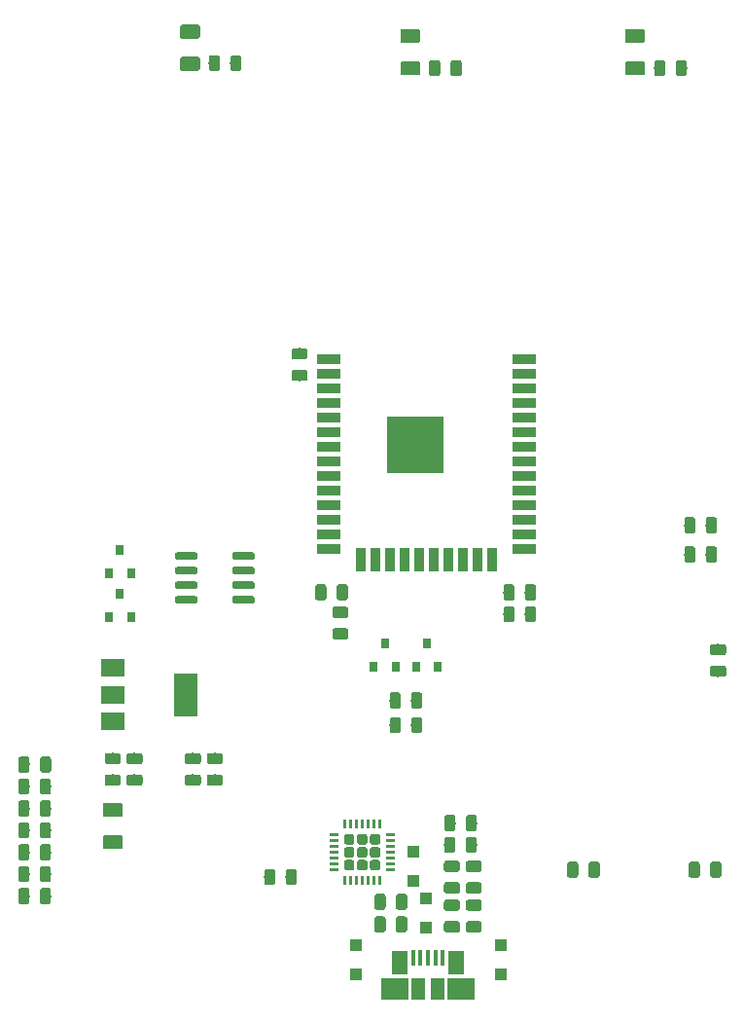
<source format=gbr>
G04 #@! TF.GenerationSoftware,KiCad,Pcbnew,(5.1.2)-2*
G04 #@! TF.CreationDate,2020-11-23T21:19:51+02:00*
G04 #@! TF.ProjectId,ESP_mesh_module,4553505f-6d65-4736-985f-6d6f64756c65,rev?*
G04 #@! TF.SameCoordinates,Original*
G04 #@! TF.FileFunction,Paste,Top*
G04 #@! TF.FilePolarity,Positive*
%FSLAX46Y46*%
G04 Gerber Fmt 4.6, Leading zero omitted, Abs format (unit mm)*
G04 Created by KiCad (PCBNEW (5.1.2)-2) date 2020-11-23 21:19:51*
%MOMM*%
%LPD*%
G04 APERTURE LIST*
%ADD10R,1.000000X1.000000*%
%ADD11R,1.175000X1.900000*%
%ADD12R,2.375000X1.900000*%
%ADD13R,1.475000X2.100000*%
%ADD14R,0.450000X1.380000*%
%ADD15C,0.100000*%
%ADD16C,0.975000*%
%ADD17C,0.600000*%
%ADD18C,1.250000*%
%ADD19R,2.000000X0.900000*%
%ADD20R,0.900000X2.000000*%
%ADD21R,5.000000X5.000000*%
%ADD22R,0.800000X0.900000*%
%ADD23C,0.250000*%
%ADD24C,0.900000*%
%ADD25R,2.000000X1.500000*%
%ADD26R,2.000000X3.800000*%
G04 APERTURE END LIST*
D10*
X174498000Y-137140000D03*
X174498000Y-134640000D03*
D11*
X175497000Y-142469000D03*
X173817000Y-142469000D03*
D12*
X177567000Y-142469000D03*
X171747000Y-142469000D03*
D13*
X177119500Y-140169000D03*
X172194500Y-140169000D03*
D14*
X175957000Y-139809000D03*
X175307000Y-139809000D03*
X174657000Y-139809000D03*
X174007000Y-139809000D03*
X173357000Y-139809000D03*
D15*
G36*
X139766742Y-122275274D02*
G01*
X139790403Y-122278784D01*
X139813607Y-122284596D01*
X139836129Y-122292654D01*
X139857753Y-122302882D01*
X139878270Y-122315179D01*
X139897483Y-122329429D01*
X139915207Y-122345493D01*
X139931271Y-122363217D01*
X139945521Y-122382430D01*
X139957818Y-122402947D01*
X139968046Y-122424571D01*
X139976104Y-122447093D01*
X139981916Y-122470297D01*
X139985426Y-122493958D01*
X139986600Y-122517850D01*
X139986600Y-123430350D01*
X139985426Y-123454242D01*
X139981916Y-123477903D01*
X139976104Y-123501107D01*
X139968046Y-123523629D01*
X139957818Y-123545253D01*
X139945521Y-123565770D01*
X139931271Y-123584983D01*
X139915207Y-123602707D01*
X139897483Y-123618771D01*
X139878270Y-123633021D01*
X139857753Y-123645318D01*
X139836129Y-123655546D01*
X139813607Y-123663604D01*
X139790403Y-123669416D01*
X139766742Y-123672926D01*
X139742850Y-123674100D01*
X139255350Y-123674100D01*
X139231458Y-123672926D01*
X139207797Y-123669416D01*
X139184593Y-123663604D01*
X139162071Y-123655546D01*
X139140447Y-123645318D01*
X139119930Y-123633021D01*
X139100717Y-123618771D01*
X139082993Y-123602707D01*
X139066929Y-123584983D01*
X139052679Y-123565770D01*
X139040382Y-123545253D01*
X139030154Y-123523629D01*
X139022096Y-123501107D01*
X139016284Y-123477903D01*
X139012774Y-123454242D01*
X139011600Y-123430350D01*
X139011600Y-122517850D01*
X139012774Y-122493958D01*
X139016284Y-122470297D01*
X139022096Y-122447093D01*
X139030154Y-122424571D01*
X139040382Y-122402947D01*
X139052679Y-122382430D01*
X139066929Y-122363217D01*
X139082993Y-122345493D01*
X139100717Y-122329429D01*
X139119930Y-122315179D01*
X139140447Y-122302882D01*
X139162071Y-122292654D01*
X139184593Y-122284596D01*
X139207797Y-122278784D01*
X139231458Y-122275274D01*
X139255350Y-122274100D01*
X139742850Y-122274100D01*
X139766742Y-122275274D01*
X139766742Y-122275274D01*
G37*
D16*
X139499100Y-122974100D03*
D15*
G36*
X141641742Y-122275274D02*
G01*
X141665403Y-122278784D01*
X141688607Y-122284596D01*
X141711129Y-122292654D01*
X141732753Y-122302882D01*
X141753270Y-122315179D01*
X141772483Y-122329429D01*
X141790207Y-122345493D01*
X141806271Y-122363217D01*
X141820521Y-122382430D01*
X141832818Y-122402947D01*
X141843046Y-122424571D01*
X141851104Y-122447093D01*
X141856916Y-122470297D01*
X141860426Y-122493958D01*
X141861600Y-122517850D01*
X141861600Y-123430350D01*
X141860426Y-123454242D01*
X141856916Y-123477903D01*
X141851104Y-123501107D01*
X141843046Y-123523629D01*
X141832818Y-123545253D01*
X141820521Y-123565770D01*
X141806271Y-123584983D01*
X141790207Y-123602707D01*
X141772483Y-123618771D01*
X141753270Y-123633021D01*
X141732753Y-123645318D01*
X141711129Y-123655546D01*
X141688607Y-123663604D01*
X141665403Y-123669416D01*
X141641742Y-123672926D01*
X141617850Y-123674100D01*
X141130350Y-123674100D01*
X141106458Y-123672926D01*
X141082797Y-123669416D01*
X141059593Y-123663604D01*
X141037071Y-123655546D01*
X141015447Y-123645318D01*
X140994930Y-123633021D01*
X140975717Y-123618771D01*
X140957993Y-123602707D01*
X140941929Y-123584983D01*
X140927679Y-123565770D01*
X140915382Y-123545253D01*
X140905154Y-123523629D01*
X140897096Y-123501107D01*
X140891284Y-123477903D01*
X140887774Y-123454242D01*
X140886600Y-123430350D01*
X140886600Y-122517850D01*
X140887774Y-122493958D01*
X140891284Y-122470297D01*
X140897096Y-122447093D01*
X140905154Y-122424571D01*
X140915382Y-122402947D01*
X140927679Y-122382430D01*
X140941929Y-122363217D01*
X140957993Y-122345493D01*
X140975717Y-122329429D01*
X140994930Y-122315179D01*
X141015447Y-122302882D01*
X141037071Y-122292654D01*
X141059593Y-122284596D01*
X141082797Y-122278784D01*
X141106458Y-122275274D01*
X141130350Y-122274100D01*
X141617850Y-122274100D01*
X141641742Y-122275274D01*
X141641742Y-122275274D01*
G37*
D16*
X141374100Y-122974100D03*
D15*
G36*
X141635642Y-124180274D02*
G01*
X141659303Y-124183784D01*
X141682507Y-124189596D01*
X141705029Y-124197654D01*
X141726653Y-124207882D01*
X141747170Y-124220179D01*
X141766383Y-124234429D01*
X141784107Y-124250493D01*
X141800171Y-124268217D01*
X141814421Y-124287430D01*
X141826718Y-124307947D01*
X141836946Y-124329571D01*
X141845004Y-124352093D01*
X141850816Y-124375297D01*
X141854326Y-124398958D01*
X141855500Y-124422850D01*
X141855500Y-125335350D01*
X141854326Y-125359242D01*
X141850816Y-125382903D01*
X141845004Y-125406107D01*
X141836946Y-125428629D01*
X141826718Y-125450253D01*
X141814421Y-125470770D01*
X141800171Y-125489983D01*
X141784107Y-125507707D01*
X141766383Y-125523771D01*
X141747170Y-125538021D01*
X141726653Y-125550318D01*
X141705029Y-125560546D01*
X141682507Y-125568604D01*
X141659303Y-125574416D01*
X141635642Y-125577926D01*
X141611750Y-125579100D01*
X141124250Y-125579100D01*
X141100358Y-125577926D01*
X141076697Y-125574416D01*
X141053493Y-125568604D01*
X141030971Y-125560546D01*
X141009347Y-125550318D01*
X140988830Y-125538021D01*
X140969617Y-125523771D01*
X140951893Y-125507707D01*
X140935829Y-125489983D01*
X140921579Y-125470770D01*
X140909282Y-125450253D01*
X140899054Y-125428629D01*
X140890996Y-125406107D01*
X140885184Y-125382903D01*
X140881674Y-125359242D01*
X140880500Y-125335350D01*
X140880500Y-124422850D01*
X140881674Y-124398958D01*
X140885184Y-124375297D01*
X140890996Y-124352093D01*
X140899054Y-124329571D01*
X140909282Y-124307947D01*
X140921579Y-124287430D01*
X140935829Y-124268217D01*
X140951893Y-124250493D01*
X140969617Y-124234429D01*
X140988830Y-124220179D01*
X141009347Y-124207882D01*
X141030971Y-124197654D01*
X141053493Y-124189596D01*
X141076697Y-124183784D01*
X141100358Y-124180274D01*
X141124250Y-124179100D01*
X141611750Y-124179100D01*
X141635642Y-124180274D01*
X141635642Y-124180274D01*
G37*
D16*
X141368000Y-124879100D03*
D15*
G36*
X139760642Y-124180274D02*
G01*
X139784303Y-124183784D01*
X139807507Y-124189596D01*
X139830029Y-124197654D01*
X139851653Y-124207882D01*
X139872170Y-124220179D01*
X139891383Y-124234429D01*
X139909107Y-124250493D01*
X139925171Y-124268217D01*
X139939421Y-124287430D01*
X139951718Y-124307947D01*
X139961946Y-124329571D01*
X139970004Y-124352093D01*
X139975816Y-124375297D01*
X139979326Y-124398958D01*
X139980500Y-124422850D01*
X139980500Y-125335350D01*
X139979326Y-125359242D01*
X139975816Y-125382903D01*
X139970004Y-125406107D01*
X139961946Y-125428629D01*
X139951718Y-125450253D01*
X139939421Y-125470770D01*
X139925171Y-125489983D01*
X139909107Y-125507707D01*
X139891383Y-125523771D01*
X139872170Y-125538021D01*
X139851653Y-125550318D01*
X139830029Y-125560546D01*
X139807507Y-125568604D01*
X139784303Y-125574416D01*
X139760642Y-125577926D01*
X139736750Y-125579100D01*
X139249250Y-125579100D01*
X139225358Y-125577926D01*
X139201697Y-125574416D01*
X139178493Y-125568604D01*
X139155971Y-125560546D01*
X139134347Y-125550318D01*
X139113830Y-125538021D01*
X139094617Y-125523771D01*
X139076893Y-125507707D01*
X139060829Y-125489983D01*
X139046579Y-125470770D01*
X139034282Y-125450253D01*
X139024054Y-125428629D01*
X139015996Y-125406107D01*
X139010184Y-125382903D01*
X139006674Y-125359242D01*
X139005500Y-125335350D01*
X139005500Y-124422850D01*
X139006674Y-124398958D01*
X139010184Y-124375297D01*
X139015996Y-124352093D01*
X139024054Y-124329571D01*
X139034282Y-124307947D01*
X139046579Y-124287430D01*
X139060829Y-124268217D01*
X139076893Y-124250493D01*
X139094617Y-124234429D01*
X139113830Y-124220179D01*
X139134347Y-124207882D01*
X139155971Y-124197654D01*
X139178493Y-124189596D01*
X139201697Y-124183784D01*
X139225358Y-124180274D01*
X139249250Y-124179100D01*
X139736750Y-124179100D01*
X139760642Y-124180274D01*
X139760642Y-124180274D01*
G37*
D16*
X139493000Y-124879100D03*
D10*
X180975000Y-138704000D03*
X180975000Y-141204000D03*
X168402000Y-138704000D03*
X168402000Y-141204000D03*
X173355000Y-133076000D03*
X173355000Y-130576000D03*
D15*
G36*
X139760642Y-129902174D02*
G01*
X139784303Y-129905684D01*
X139807507Y-129911496D01*
X139830029Y-129919554D01*
X139851653Y-129929782D01*
X139872170Y-129942079D01*
X139891383Y-129956329D01*
X139909107Y-129972393D01*
X139925171Y-129990117D01*
X139939421Y-130009330D01*
X139951718Y-130029847D01*
X139961946Y-130051471D01*
X139970004Y-130073993D01*
X139975816Y-130097197D01*
X139979326Y-130120858D01*
X139980500Y-130144750D01*
X139980500Y-131057250D01*
X139979326Y-131081142D01*
X139975816Y-131104803D01*
X139970004Y-131128007D01*
X139961946Y-131150529D01*
X139951718Y-131172153D01*
X139939421Y-131192670D01*
X139925171Y-131211883D01*
X139909107Y-131229607D01*
X139891383Y-131245671D01*
X139872170Y-131259921D01*
X139851653Y-131272218D01*
X139830029Y-131282446D01*
X139807507Y-131290504D01*
X139784303Y-131296316D01*
X139760642Y-131299826D01*
X139736750Y-131301000D01*
X139249250Y-131301000D01*
X139225358Y-131299826D01*
X139201697Y-131296316D01*
X139178493Y-131290504D01*
X139155971Y-131282446D01*
X139134347Y-131272218D01*
X139113830Y-131259921D01*
X139094617Y-131245671D01*
X139076893Y-131229607D01*
X139060829Y-131211883D01*
X139046579Y-131192670D01*
X139034282Y-131172153D01*
X139024054Y-131150529D01*
X139015996Y-131128007D01*
X139010184Y-131104803D01*
X139006674Y-131081142D01*
X139005500Y-131057250D01*
X139005500Y-130144750D01*
X139006674Y-130120858D01*
X139010184Y-130097197D01*
X139015996Y-130073993D01*
X139024054Y-130051471D01*
X139034282Y-130029847D01*
X139046579Y-130009330D01*
X139060829Y-129990117D01*
X139076893Y-129972393D01*
X139094617Y-129956329D01*
X139113830Y-129942079D01*
X139134347Y-129929782D01*
X139155971Y-129919554D01*
X139178493Y-129911496D01*
X139201697Y-129905684D01*
X139225358Y-129902174D01*
X139249250Y-129901000D01*
X139736750Y-129901000D01*
X139760642Y-129902174D01*
X139760642Y-129902174D01*
G37*
D16*
X139493000Y-130601000D03*
D15*
G36*
X141635642Y-129902174D02*
G01*
X141659303Y-129905684D01*
X141682507Y-129911496D01*
X141705029Y-129919554D01*
X141726653Y-129929782D01*
X141747170Y-129942079D01*
X141766383Y-129956329D01*
X141784107Y-129972393D01*
X141800171Y-129990117D01*
X141814421Y-130009330D01*
X141826718Y-130029847D01*
X141836946Y-130051471D01*
X141845004Y-130073993D01*
X141850816Y-130097197D01*
X141854326Y-130120858D01*
X141855500Y-130144750D01*
X141855500Y-131057250D01*
X141854326Y-131081142D01*
X141850816Y-131104803D01*
X141845004Y-131128007D01*
X141836946Y-131150529D01*
X141826718Y-131172153D01*
X141814421Y-131192670D01*
X141800171Y-131211883D01*
X141784107Y-131229607D01*
X141766383Y-131245671D01*
X141747170Y-131259921D01*
X141726653Y-131272218D01*
X141705029Y-131282446D01*
X141682507Y-131290504D01*
X141659303Y-131296316D01*
X141635642Y-131299826D01*
X141611750Y-131301000D01*
X141124250Y-131301000D01*
X141100358Y-131299826D01*
X141076697Y-131296316D01*
X141053493Y-131290504D01*
X141030971Y-131282446D01*
X141009347Y-131272218D01*
X140988830Y-131259921D01*
X140969617Y-131245671D01*
X140951893Y-131229607D01*
X140935829Y-131211883D01*
X140921579Y-131192670D01*
X140909282Y-131172153D01*
X140899054Y-131150529D01*
X140890996Y-131128007D01*
X140885184Y-131104803D01*
X140881674Y-131081142D01*
X140880500Y-131057250D01*
X140880500Y-130144750D01*
X140881674Y-130120858D01*
X140885184Y-130097197D01*
X140890996Y-130073993D01*
X140899054Y-130051471D01*
X140909282Y-130029847D01*
X140921579Y-130009330D01*
X140935829Y-129990117D01*
X140951893Y-129972393D01*
X140969617Y-129956329D01*
X140988830Y-129942079D01*
X141009347Y-129929782D01*
X141030971Y-129919554D01*
X141053493Y-129911496D01*
X141076697Y-129905684D01*
X141100358Y-129902174D01*
X141124250Y-129901000D01*
X141611750Y-129901000D01*
X141635642Y-129902174D01*
X141635642Y-129902174D01*
G37*
D16*
X141368000Y-130601000D03*
D15*
G36*
X139760642Y-133712174D02*
G01*
X139784303Y-133715684D01*
X139807507Y-133721496D01*
X139830029Y-133729554D01*
X139851653Y-133739782D01*
X139872170Y-133752079D01*
X139891383Y-133766329D01*
X139909107Y-133782393D01*
X139925171Y-133800117D01*
X139939421Y-133819330D01*
X139951718Y-133839847D01*
X139961946Y-133861471D01*
X139970004Y-133883993D01*
X139975816Y-133907197D01*
X139979326Y-133930858D01*
X139980500Y-133954750D01*
X139980500Y-134867250D01*
X139979326Y-134891142D01*
X139975816Y-134914803D01*
X139970004Y-134938007D01*
X139961946Y-134960529D01*
X139951718Y-134982153D01*
X139939421Y-135002670D01*
X139925171Y-135021883D01*
X139909107Y-135039607D01*
X139891383Y-135055671D01*
X139872170Y-135069921D01*
X139851653Y-135082218D01*
X139830029Y-135092446D01*
X139807507Y-135100504D01*
X139784303Y-135106316D01*
X139760642Y-135109826D01*
X139736750Y-135111000D01*
X139249250Y-135111000D01*
X139225358Y-135109826D01*
X139201697Y-135106316D01*
X139178493Y-135100504D01*
X139155971Y-135092446D01*
X139134347Y-135082218D01*
X139113830Y-135069921D01*
X139094617Y-135055671D01*
X139076893Y-135039607D01*
X139060829Y-135021883D01*
X139046579Y-135002670D01*
X139034282Y-134982153D01*
X139024054Y-134960529D01*
X139015996Y-134938007D01*
X139010184Y-134914803D01*
X139006674Y-134891142D01*
X139005500Y-134867250D01*
X139005500Y-133954750D01*
X139006674Y-133930858D01*
X139010184Y-133907197D01*
X139015996Y-133883993D01*
X139024054Y-133861471D01*
X139034282Y-133839847D01*
X139046579Y-133819330D01*
X139060829Y-133800117D01*
X139076893Y-133782393D01*
X139094617Y-133766329D01*
X139113830Y-133752079D01*
X139134347Y-133739782D01*
X139155971Y-133729554D01*
X139178493Y-133721496D01*
X139201697Y-133715684D01*
X139225358Y-133712174D01*
X139249250Y-133711000D01*
X139736750Y-133711000D01*
X139760642Y-133712174D01*
X139760642Y-133712174D01*
G37*
D16*
X139493000Y-134411000D03*
D15*
G36*
X141635642Y-133712174D02*
G01*
X141659303Y-133715684D01*
X141682507Y-133721496D01*
X141705029Y-133729554D01*
X141726653Y-133739782D01*
X141747170Y-133752079D01*
X141766383Y-133766329D01*
X141784107Y-133782393D01*
X141800171Y-133800117D01*
X141814421Y-133819330D01*
X141826718Y-133839847D01*
X141836946Y-133861471D01*
X141845004Y-133883993D01*
X141850816Y-133907197D01*
X141854326Y-133930858D01*
X141855500Y-133954750D01*
X141855500Y-134867250D01*
X141854326Y-134891142D01*
X141850816Y-134914803D01*
X141845004Y-134938007D01*
X141836946Y-134960529D01*
X141826718Y-134982153D01*
X141814421Y-135002670D01*
X141800171Y-135021883D01*
X141784107Y-135039607D01*
X141766383Y-135055671D01*
X141747170Y-135069921D01*
X141726653Y-135082218D01*
X141705029Y-135092446D01*
X141682507Y-135100504D01*
X141659303Y-135106316D01*
X141635642Y-135109826D01*
X141611750Y-135111000D01*
X141124250Y-135111000D01*
X141100358Y-135109826D01*
X141076697Y-135106316D01*
X141053493Y-135100504D01*
X141030971Y-135092446D01*
X141009347Y-135082218D01*
X140988830Y-135069921D01*
X140969617Y-135055671D01*
X140951893Y-135039607D01*
X140935829Y-135021883D01*
X140921579Y-135002670D01*
X140909282Y-134982153D01*
X140899054Y-134960529D01*
X140890996Y-134938007D01*
X140885184Y-134914803D01*
X140881674Y-134891142D01*
X140880500Y-134867250D01*
X140880500Y-133954750D01*
X140881674Y-133930858D01*
X140885184Y-133907197D01*
X140890996Y-133883993D01*
X140899054Y-133861471D01*
X140909282Y-133839847D01*
X140921579Y-133819330D01*
X140935829Y-133800117D01*
X140951893Y-133782393D01*
X140969617Y-133766329D01*
X140988830Y-133752079D01*
X141009347Y-133739782D01*
X141030971Y-133729554D01*
X141053493Y-133721496D01*
X141076697Y-133715684D01*
X141100358Y-133712174D01*
X141124250Y-133711000D01*
X141611750Y-133711000D01*
X141635642Y-133712174D01*
X141635642Y-133712174D01*
G37*
D16*
X141368000Y-134411000D03*
D15*
G36*
X141635642Y-131807174D02*
G01*
X141659303Y-131810684D01*
X141682507Y-131816496D01*
X141705029Y-131824554D01*
X141726653Y-131834782D01*
X141747170Y-131847079D01*
X141766383Y-131861329D01*
X141784107Y-131877393D01*
X141800171Y-131895117D01*
X141814421Y-131914330D01*
X141826718Y-131934847D01*
X141836946Y-131956471D01*
X141845004Y-131978993D01*
X141850816Y-132002197D01*
X141854326Y-132025858D01*
X141855500Y-132049750D01*
X141855500Y-132962250D01*
X141854326Y-132986142D01*
X141850816Y-133009803D01*
X141845004Y-133033007D01*
X141836946Y-133055529D01*
X141826718Y-133077153D01*
X141814421Y-133097670D01*
X141800171Y-133116883D01*
X141784107Y-133134607D01*
X141766383Y-133150671D01*
X141747170Y-133164921D01*
X141726653Y-133177218D01*
X141705029Y-133187446D01*
X141682507Y-133195504D01*
X141659303Y-133201316D01*
X141635642Y-133204826D01*
X141611750Y-133206000D01*
X141124250Y-133206000D01*
X141100358Y-133204826D01*
X141076697Y-133201316D01*
X141053493Y-133195504D01*
X141030971Y-133187446D01*
X141009347Y-133177218D01*
X140988830Y-133164921D01*
X140969617Y-133150671D01*
X140951893Y-133134607D01*
X140935829Y-133116883D01*
X140921579Y-133097670D01*
X140909282Y-133077153D01*
X140899054Y-133055529D01*
X140890996Y-133033007D01*
X140885184Y-133009803D01*
X140881674Y-132986142D01*
X140880500Y-132962250D01*
X140880500Y-132049750D01*
X140881674Y-132025858D01*
X140885184Y-132002197D01*
X140890996Y-131978993D01*
X140899054Y-131956471D01*
X140909282Y-131934847D01*
X140921579Y-131914330D01*
X140935829Y-131895117D01*
X140951893Y-131877393D01*
X140969617Y-131861329D01*
X140988830Y-131847079D01*
X141009347Y-131834782D01*
X141030971Y-131824554D01*
X141053493Y-131816496D01*
X141076697Y-131810684D01*
X141100358Y-131807174D01*
X141124250Y-131806000D01*
X141611750Y-131806000D01*
X141635642Y-131807174D01*
X141635642Y-131807174D01*
G37*
D16*
X141368000Y-132506000D03*
D15*
G36*
X139760642Y-131807174D02*
G01*
X139784303Y-131810684D01*
X139807507Y-131816496D01*
X139830029Y-131824554D01*
X139851653Y-131834782D01*
X139872170Y-131847079D01*
X139891383Y-131861329D01*
X139909107Y-131877393D01*
X139925171Y-131895117D01*
X139939421Y-131914330D01*
X139951718Y-131934847D01*
X139961946Y-131956471D01*
X139970004Y-131978993D01*
X139975816Y-132002197D01*
X139979326Y-132025858D01*
X139980500Y-132049750D01*
X139980500Y-132962250D01*
X139979326Y-132986142D01*
X139975816Y-133009803D01*
X139970004Y-133033007D01*
X139961946Y-133055529D01*
X139951718Y-133077153D01*
X139939421Y-133097670D01*
X139925171Y-133116883D01*
X139909107Y-133134607D01*
X139891383Y-133150671D01*
X139872170Y-133164921D01*
X139851653Y-133177218D01*
X139830029Y-133187446D01*
X139807507Y-133195504D01*
X139784303Y-133201316D01*
X139760642Y-133204826D01*
X139736750Y-133206000D01*
X139249250Y-133206000D01*
X139225358Y-133204826D01*
X139201697Y-133201316D01*
X139178493Y-133195504D01*
X139155971Y-133187446D01*
X139134347Y-133177218D01*
X139113830Y-133164921D01*
X139094617Y-133150671D01*
X139076893Y-133134607D01*
X139060829Y-133116883D01*
X139046579Y-133097670D01*
X139034282Y-133077153D01*
X139024054Y-133055529D01*
X139015996Y-133033007D01*
X139010184Y-133009803D01*
X139006674Y-132986142D01*
X139005500Y-132962250D01*
X139005500Y-132049750D01*
X139006674Y-132025858D01*
X139010184Y-132002197D01*
X139015996Y-131978993D01*
X139024054Y-131956471D01*
X139034282Y-131934847D01*
X139046579Y-131914330D01*
X139060829Y-131895117D01*
X139076893Y-131877393D01*
X139094617Y-131861329D01*
X139113830Y-131847079D01*
X139134347Y-131834782D01*
X139155971Y-131824554D01*
X139178493Y-131816496D01*
X139201697Y-131810684D01*
X139225358Y-131807174D01*
X139249250Y-131806000D01*
X139736750Y-131806000D01*
X139760642Y-131807174D01*
X139760642Y-131807174D01*
G37*
D16*
X139493000Y-132506000D03*
D15*
G36*
X141635642Y-126092174D02*
G01*
X141659303Y-126095684D01*
X141682507Y-126101496D01*
X141705029Y-126109554D01*
X141726653Y-126119782D01*
X141747170Y-126132079D01*
X141766383Y-126146329D01*
X141784107Y-126162393D01*
X141800171Y-126180117D01*
X141814421Y-126199330D01*
X141826718Y-126219847D01*
X141836946Y-126241471D01*
X141845004Y-126263993D01*
X141850816Y-126287197D01*
X141854326Y-126310858D01*
X141855500Y-126334750D01*
X141855500Y-127247250D01*
X141854326Y-127271142D01*
X141850816Y-127294803D01*
X141845004Y-127318007D01*
X141836946Y-127340529D01*
X141826718Y-127362153D01*
X141814421Y-127382670D01*
X141800171Y-127401883D01*
X141784107Y-127419607D01*
X141766383Y-127435671D01*
X141747170Y-127449921D01*
X141726653Y-127462218D01*
X141705029Y-127472446D01*
X141682507Y-127480504D01*
X141659303Y-127486316D01*
X141635642Y-127489826D01*
X141611750Y-127491000D01*
X141124250Y-127491000D01*
X141100358Y-127489826D01*
X141076697Y-127486316D01*
X141053493Y-127480504D01*
X141030971Y-127472446D01*
X141009347Y-127462218D01*
X140988830Y-127449921D01*
X140969617Y-127435671D01*
X140951893Y-127419607D01*
X140935829Y-127401883D01*
X140921579Y-127382670D01*
X140909282Y-127362153D01*
X140899054Y-127340529D01*
X140890996Y-127318007D01*
X140885184Y-127294803D01*
X140881674Y-127271142D01*
X140880500Y-127247250D01*
X140880500Y-126334750D01*
X140881674Y-126310858D01*
X140885184Y-126287197D01*
X140890996Y-126263993D01*
X140899054Y-126241471D01*
X140909282Y-126219847D01*
X140921579Y-126199330D01*
X140935829Y-126180117D01*
X140951893Y-126162393D01*
X140969617Y-126146329D01*
X140988830Y-126132079D01*
X141009347Y-126119782D01*
X141030971Y-126109554D01*
X141053493Y-126101496D01*
X141076697Y-126095684D01*
X141100358Y-126092174D01*
X141124250Y-126091000D01*
X141611750Y-126091000D01*
X141635642Y-126092174D01*
X141635642Y-126092174D01*
G37*
D16*
X141368000Y-126791000D03*
D15*
G36*
X139760642Y-126092174D02*
G01*
X139784303Y-126095684D01*
X139807507Y-126101496D01*
X139830029Y-126109554D01*
X139851653Y-126119782D01*
X139872170Y-126132079D01*
X139891383Y-126146329D01*
X139909107Y-126162393D01*
X139925171Y-126180117D01*
X139939421Y-126199330D01*
X139951718Y-126219847D01*
X139961946Y-126241471D01*
X139970004Y-126263993D01*
X139975816Y-126287197D01*
X139979326Y-126310858D01*
X139980500Y-126334750D01*
X139980500Y-127247250D01*
X139979326Y-127271142D01*
X139975816Y-127294803D01*
X139970004Y-127318007D01*
X139961946Y-127340529D01*
X139951718Y-127362153D01*
X139939421Y-127382670D01*
X139925171Y-127401883D01*
X139909107Y-127419607D01*
X139891383Y-127435671D01*
X139872170Y-127449921D01*
X139851653Y-127462218D01*
X139830029Y-127472446D01*
X139807507Y-127480504D01*
X139784303Y-127486316D01*
X139760642Y-127489826D01*
X139736750Y-127491000D01*
X139249250Y-127491000D01*
X139225358Y-127489826D01*
X139201697Y-127486316D01*
X139178493Y-127480504D01*
X139155971Y-127472446D01*
X139134347Y-127462218D01*
X139113830Y-127449921D01*
X139094617Y-127435671D01*
X139076893Y-127419607D01*
X139060829Y-127401883D01*
X139046579Y-127382670D01*
X139034282Y-127362153D01*
X139024054Y-127340529D01*
X139015996Y-127318007D01*
X139010184Y-127294803D01*
X139006674Y-127271142D01*
X139005500Y-127247250D01*
X139005500Y-126334750D01*
X139006674Y-126310858D01*
X139010184Y-126287197D01*
X139015996Y-126263993D01*
X139024054Y-126241471D01*
X139034282Y-126219847D01*
X139046579Y-126199330D01*
X139060829Y-126180117D01*
X139076893Y-126162393D01*
X139094617Y-126146329D01*
X139113830Y-126132079D01*
X139134347Y-126119782D01*
X139155971Y-126109554D01*
X139178493Y-126101496D01*
X139201697Y-126095684D01*
X139225358Y-126092174D01*
X139249250Y-126091000D01*
X139736750Y-126091000D01*
X139760642Y-126092174D01*
X139760642Y-126092174D01*
G37*
D16*
X139493000Y-126791000D03*
D15*
G36*
X139760642Y-127997174D02*
G01*
X139784303Y-128000684D01*
X139807507Y-128006496D01*
X139830029Y-128014554D01*
X139851653Y-128024782D01*
X139872170Y-128037079D01*
X139891383Y-128051329D01*
X139909107Y-128067393D01*
X139925171Y-128085117D01*
X139939421Y-128104330D01*
X139951718Y-128124847D01*
X139961946Y-128146471D01*
X139970004Y-128168993D01*
X139975816Y-128192197D01*
X139979326Y-128215858D01*
X139980500Y-128239750D01*
X139980500Y-129152250D01*
X139979326Y-129176142D01*
X139975816Y-129199803D01*
X139970004Y-129223007D01*
X139961946Y-129245529D01*
X139951718Y-129267153D01*
X139939421Y-129287670D01*
X139925171Y-129306883D01*
X139909107Y-129324607D01*
X139891383Y-129340671D01*
X139872170Y-129354921D01*
X139851653Y-129367218D01*
X139830029Y-129377446D01*
X139807507Y-129385504D01*
X139784303Y-129391316D01*
X139760642Y-129394826D01*
X139736750Y-129396000D01*
X139249250Y-129396000D01*
X139225358Y-129394826D01*
X139201697Y-129391316D01*
X139178493Y-129385504D01*
X139155971Y-129377446D01*
X139134347Y-129367218D01*
X139113830Y-129354921D01*
X139094617Y-129340671D01*
X139076893Y-129324607D01*
X139060829Y-129306883D01*
X139046579Y-129287670D01*
X139034282Y-129267153D01*
X139024054Y-129245529D01*
X139015996Y-129223007D01*
X139010184Y-129199803D01*
X139006674Y-129176142D01*
X139005500Y-129152250D01*
X139005500Y-128239750D01*
X139006674Y-128215858D01*
X139010184Y-128192197D01*
X139015996Y-128168993D01*
X139024054Y-128146471D01*
X139034282Y-128124847D01*
X139046579Y-128104330D01*
X139060829Y-128085117D01*
X139076893Y-128067393D01*
X139094617Y-128051329D01*
X139113830Y-128037079D01*
X139134347Y-128024782D01*
X139155971Y-128014554D01*
X139178493Y-128006496D01*
X139201697Y-128000684D01*
X139225358Y-127997174D01*
X139249250Y-127996000D01*
X139736750Y-127996000D01*
X139760642Y-127997174D01*
X139760642Y-127997174D01*
G37*
D16*
X139493000Y-128696000D03*
D15*
G36*
X141635642Y-127997174D02*
G01*
X141659303Y-128000684D01*
X141682507Y-128006496D01*
X141705029Y-128014554D01*
X141726653Y-128024782D01*
X141747170Y-128037079D01*
X141766383Y-128051329D01*
X141784107Y-128067393D01*
X141800171Y-128085117D01*
X141814421Y-128104330D01*
X141826718Y-128124847D01*
X141836946Y-128146471D01*
X141845004Y-128168993D01*
X141850816Y-128192197D01*
X141854326Y-128215858D01*
X141855500Y-128239750D01*
X141855500Y-129152250D01*
X141854326Y-129176142D01*
X141850816Y-129199803D01*
X141845004Y-129223007D01*
X141836946Y-129245529D01*
X141826718Y-129267153D01*
X141814421Y-129287670D01*
X141800171Y-129306883D01*
X141784107Y-129324607D01*
X141766383Y-129340671D01*
X141747170Y-129354921D01*
X141726653Y-129367218D01*
X141705029Y-129377446D01*
X141682507Y-129385504D01*
X141659303Y-129391316D01*
X141635642Y-129394826D01*
X141611750Y-129396000D01*
X141124250Y-129396000D01*
X141100358Y-129394826D01*
X141076697Y-129391316D01*
X141053493Y-129385504D01*
X141030971Y-129377446D01*
X141009347Y-129367218D01*
X140988830Y-129354921D01*
X140969617Y-129340671D01*
X140951893Y-129324607D01*
X140935829Y-129306883D01*
X140921579Y-129287670D01*
X140909282Y-129267153D01*
X140899054Y-129245529D01*
X140890996Y-129223007D01*
X140885184Y-129199803D01*
X140881674Y-129176142D01*
X140880500Y-129152250D01*
X140880500Y-128239750D01*
X140881674Y-128215858D01*
X140885184Y-128192197D01*
X140890996Y-128168993D01*
X140899054Y-128146471D01*
X140909282Y-128124847D01*
X140921579Y-128104330D01*
X140935829Y-128085117D01*
X140951893Y-128067393D01*
X140969617Y-128051329D01*
X140988830Y-128037079D01*
X141009347Y-128024782D01*
X141030971Y-128014554D01*
X141053493Y-128006496D01*
X141076697Y-128000684D01*
X141100358Y-127997174D01*
X141124250Y-127996000D01*
X141611750Y-127996000D01*
X141635642Y-127997174D01*
X141635642Y-127997174D01*
G37*
D16*
X141368000Y-128696000D03*
D15*
G36*
X154479703Y-108330722D02*
G01*
X154494264Y-108332882D01*
X154508543Y-108336459D01*
X154522403Y-108341418D01*
X154535710Y-108347712D01*
X154548336Y-108355280D01*
X154560159Y-108364048D01*
X154571066Y-108373934D01*
X154580952Y-108384841D01*
X154589720Y-108396664D01*
X154597288Y-108409290D01*
X154603582Y-108422597D01*
X154608541Y-108436457D01*
X154612118Y-108450736D01*
X154614278Y-108465297D01*
X154615000Y-108480000D01*
X154615000Y-108780000D01*
X154614278Y-108794703D01*
X154612118Y-108809264D01*
X154608541Y-108823543D01*
X154603582Y-108837403D01*
X154597288Y-108850710D01*
X154589720Y-108863336D01*
X154580952Y-108875159D01*
X154571066Y-108886066D01*
X154560159Y-108895952D01*
X154548336Y-108904720D01*
X154535710Y-108912288D01*
X154522403Y-108918582D01*
X154508543Y-108923541D01*
X154494264Y-108927118D01*
X154479703Y-108929278D01*
X154465000Y-108930000D01*
X152815000Y-108930000D01*
X152800297Y-108929278D01*
X152785736Y-108927118D01*
X152771457Y-108923541D01*
X152757597Y-108918582D01*
X152744290Y-108912288D01*
X152731664Y-108904720D01*
X152719841Y-108895952D01*
X152708934Y-108886066D01*
X152699048Y-108875159D01*
X152690280Y-108863336D01*
X152682712Y-108850710D01*
X152676418Y-108837403D01*
X152671459Y-108823543D01*
X152667882Y-108809264D01*
X152665722Y-108794703D01*
X152665000Y-108780000D01*
X152665000Y-108480000D01*
X152665722Y-108465297D01*
X152667882Y-108450736D01*
X152671459Y-108436457D01*
X152676418Y-108422597D01*
X152682712Y-108409290D01*
X152690280Y-108396664D01*
X152699048Y-108384841D01*
X152708934Y-108373934D01*
X152719841Y-108364048D01*
X152731664Y-108355280D01*
X152744290Y-108347712D01*
X152757597Y-108341418D01*
X152771457Y-108336459D01*
X152785736Y-108332882D01*
X152800297Y-108330722D01*
X152815000Y-108330000D01*
X154465000Y-108330000D01*
X154479703Y-108330722D01*
X154479703Y-108330722D01*
G37*
D17*
X153640000Y-108630000D03*
D15*
G36*
X154479703Y-107060722D02*
G01*
X154494264Y-107062882D01*
X154508543Y-107066459D01*
X154522403Y-107071418D01*
X154535710Y-107077712D01*
X154548336Y-107085280D01*
X154560159Y-107094048D01*
X154571066Y-107103934D01*
X154580952Y-107114841D01*
X154589720Y-107126664D01*
X154597288Y-107139290D01*
X154603582Y-107152597D01*
X154608541Y-107166457D01*
X154612118Y-107180736D01*
X154614278Y-107195297D01*
X154615000Y-107210000D01*
X154615000Y-107510000D01*
X154614278Y-107524703D01*
X154612118Y-107539264D01*
X154608541Y-107553543D01*
X154603582Y-107567403D01*
X154597288Y-107580710D01*
X154589720Y-107593336D01*
X154580952Y-107605159D01*
X154571066Y-107616066D01*
X154560159Y-107625952D01*
X154548336Y-107634720D01*
X154535710Y-107642288D01*
X154522403Y-107648582D01*
X154508543Y-107653541D01*
X154494264Y-107657118D01*
X154479703Y-107659278D01*
X154465000Y-107660000D01*
X152815000Y-107660000D01*
X152800297Y-107659278D01*
X152785736Y-107657118D01*
X152771457Y-107653541D01*
X152757597Y-107648582D01*
X152744290Y-107642288D01*
X152731664Y-107634720D01*
X152719841Y-107625952D01*
X152708934Y-107616066D01*
X152699048Y-107605159D01*
X152690280Y-107593336D01*
X152682712Y-107580710D01*
X152676418Y-107567403D01*
X152671459Y-107553543D01*
X152667882Y-107539264D01*
X152665722Y-107524703D01*
X152665000Y-107510000D01*
X152665000Y-107210000D01*
X152665722Y-107195297D01*
X152667882Y-107180736D01*
X152671459Y-107166457D01*
X152676418Y-107152597D01*
X152682712Y-107139290D01*
X152690280Y-107126664D01*
X152699048Y-107114841D01*
X152708934Y-107103934D01*
X152719841Y-107094048D01*
X152731664Y-107085280D01*
X152744290Y-107077712D01*
X152757597Y-107071418D01*
X152771457Y-107066459D01*
X152785736Y-107062882D01*
X152800297Y-107060722D01*
X152815000Y-107060000D01*
X154465000Y-107060000D01*
X154479703Y-107060722D01*
X154479703Y-107060722D01*
G37*
D17*
X153640000Y-107360000D03*
D15*
G36*
X154479703Y-105790722D02*
G01*
X154494264Y-105792882D01*
X154508543Y-105796459D01*
X154522403Y-105801418D01*
X154535710Y-105807712D01*
X154548336Y-105815280D01*
X154560159Y-105824048D01*
X154571066Y-105833934D01*
X154580952Y-105844841D01*
X154589720Y-105856664D01*
X154597288Y-105869290D01*
X154603582Y-105882597D01*
X154608541Y-105896457D01*
X154612118Y-105910736D01*
X154614278Y-105925297D01*
X154615000Y-105940000D01*
X154615000Y-106240000D01*
X154614278Y-106254703D01*
X154612118Y-106269264D01*
X154608541Y-106283543D01*
X154603582Y-106297403D01*
X154597288Y-106310710D01*
X154589720Y-106323336D01*
X154580952Y-106335159D01*
X154571066Y-106346066D01*
X154560159Y-106355952D01*
X154548336Y-106364720D01*
X154535710Y-106372288D01*
X154522403Y-106378582D01*
X154508543Y-106383541D01*
X154494264Y-106387118D01*
X154479703Y-106389278D01*
X154465000Y-106390000D01*
X152815000Y-106390000D01*
X152800297Y-106389278D01*
X152785736Y-106387118D01*
X152771457Y-106383541D01*
X152757597Y-106378582D01*
X152744290Y-106372288D01*
X152731664Y-106364720D01*
X152719841Y-106355952D01*
X152708934Y-106346066D01*
X152699048Y-106335159D01*
X152690280Y-106323336D01*
X152682712Y-106310710D01*
X152676418Y-106297403D01*
X152671459Y-106283543D01*
X152667882Y-106269264D01*
X152665722Y-106254703D01*
X152665000Y-106240000D01*
X152665000Y-105940000D01*
X152665722Y-105925297D01*
X152667882Y-105910736D01*
X152671459Y-105896457D01*
X152676418Y-105882597D01*
X152682712Y-105869290D01*
X152690280Y-105856664D01*
X152699048Y-105844841D01*
X152708934Y-105833934D01*
X152719841Y-105824048D01*
X152731664Y-105815280D01*
X152744290Y-105807712D01*
X152757597Y-105801418D01*
X152771457Y-105796459D01*
X152785736Y-105792882D01*
X152800297Y-105790722D01*
X152815000Y-105790000D01*
X154465000Y-105790000D01*
X154479703Y-105790722D01*
X154479703Y-105790722D01*
G37*
D17*
X153640000Y-106090000D03*
D15*
G36*
X154479703Y-104520722D02*
G01*
X154494264Y-104522882D01*
X154508543Y-104526459D01*
X154522403Y-104531418D01*
X154535710Y-104537712D01*
X154548336Y-104545280D01*
X154560159Y-104554048D01*
X154571066Y-104563934D01*
X154580952Y-104574841D01*
X154589720Y-104586664D01*
X154597288Y-104599290D01*
X154603582Y-104612597D01*
X154608541Y-104626457D01*
X154612118Y-104640736D01*
X154614278Y-104655297D01*
X154615000Y-104670000D01*
X154615000Y-104970000D01*
X154614278Y-104984703D01*
X154612118Y-104999264D01*
X154608541Y-105013543D01*
X154603582Y-105027403D01*
X154597288Y-105040710D01*
X154589720Y-105053336D01*
X154580952Y-105065159D01*
X154571066Y-105076066D01*
X154560159Y-105085952D01*
X154548336Y-105094720D01*
X154535710Y-105102288D01*
X154522403Y-105108582D01*
X154508543Y-105113541D01*
X154494264Y-105117118D01*
X154479703Y-105119278D01*
X154465000Y-105120000D01*
X152815000Y-105120000D01*
X152800297Y-105119278D01*
X152785736Y-105117118D01*
X152771457Y-105113541D01*
X152757597Y-105108582D01*
X152744290Y-105102288D01*
X152731664Y-105094720D01*
X152719841Y-105085952D01*
X152708934Y-105076066D01*
X152699048Y-105065159D01*
X152690280Y-105053336D01*
X152682712Y-105040710D01*
X152676418Y-105027403D01*
X152671459Y-105013543D01*
X152667882Y-104999264D01*
X152665722Y-104984703D01*
X152665000Y-104970000D01*
X152665000Y-104670000D01*
X152665722Y-104655297D01*
X152667882Y-104640736D01*
X152671459Y-104626457D01*
X152676418Y-104612597D01*
X152682712Y-104599290D01*
X152690280Y-104586664D01*
X152699048Y-104574841D01*
X152708934Y-104563934D01*
X152719841Y-104554048D01*
X152731664Y-104545280D01*
X152744290Y-104537712D01*
X152757597Y-104531418D01*
X152771457Y-104526459D01*
X152785736Y-104522882D01*
X152800297Y-104520722D01*
X152815000Y-104520000D01*
X154465000Y-104520000D01*
X154479703Y-104520722D01*
X154479703Y-104520722D01*
G37*
D17*
X153640000Y-104820000D03*
D15*
G36*
X159429703Y-104520722D02*
G01*
X159444264Y-104522882D01*
X159458543Y-104526459D01*
X159472403Y-104531418D01*
X159485710Y-104537712D01*
X159498336Y-104545280D01*
X159510159Y-104554048D01*
X159521066Y-104563934D01*
X159530952Y-104574841D01*
X159539720Y-104586664D01*
X159547288Y-104599290D01*
X159553582Y-104612597D01*
X159558541Y-104626457D01*
X159562118Y-104640736D01*
X159564278Y-104655297D01*
X159565000Y-104670000D01*
X159565000Y-104970000D01*
X159564278Y-104984703D01*
X159562118Y-104999264D01*
X159558541Y-105013543D01*
X159553582Y-105027403D01*
X159547288Y-105040710D01*
X159539720Y-105053336D01*
X159530952Y-105065159D01*
X159521066Y-105076066D01*
X159510159Y-105085952D01*
X159498336Y-105094720D01*
X159485710Y-105102288D01*
X159472403Y-105108582D01*
X159458543Y-105113541D01*
X159444264Y-105117118D01*
X159429703Y-105119278D01*
X159415000Y-105120000D01*
X157765000Y-105120000D01*
X157750297Y-105119278D01*
X157735736Y-105117118D01*
X157721457Y-105113541D01*
X157707597Y-105108582D01*
X157694290Y-105102288D01*
X157681664Y-105094720D01*
X157669841Y-105085952D01*
X157658934Y-105076066D01*
X157649048Y-105065159D01*
X157640280Y-105053336D01*
X157632712Y-105040710D01*
X157626418Y-105027403D01*
X157621459Y-105013543D01*
X157617882Y-104999264D01*
X157615722Y-104984703D01*
X157615000Y-104970000D01*
X157615000Y-104670000D01*
X157615722Y-104655297D01*
X157617882Y-104640736D01*
X157621459Y-104626457D01*
X157626418Y-104612597D01*
X157632712Y-104599290D01*
X157640280Y-104586664D01*
X157649048Y-104574841D01*
X157658934Y-104563934D01*
X157669841Y-104554048D01*
X157681664Y-104545280D01*
X157694290Y-104537712D01*
X157707597Y-104531418D01*
X157721457Y-104526459D01*
X157735736Y-104522882D01*
X157750297Y-104520722D01*
X157765000Y-104520000D01*
X159415000Y-104520000D01*
X159429703Y-104520722D01*
X159429703Y-104520722D01*
G37*
D17*
X158590000Y-104820000D03*
D15*
G36*
X159429703Y-105790722D02*
G01*
X159444264Y-105792882D01*
X159458543Y-105796459D01*
X159472403Y-105801418D01*
X159485710Y-105807712D01*
X159498336Y-105815280D01*
X159510159Y-105824048D01*
X159521066Y-105833934D01*
X159530952Y-105844841D01*
X159539720Y-105856664D01*
X159547288Y-105869290D01*
X159553582Y-105882597D01*
X159558541Y-105896457D01*
X159562118Y-105910736D01*
X159564278Y-105925297D01*
X159565000Y-105940000D01*
X159565000Y-106240000D01*
X159564278Y-106254703D01*
X159562118Y-106269264D01*
X159558541Y-106283543D01*
X159553582Y-106297403D01*
X159547288Y-106310710D01*
X159539720Y-106323336D01*
X159530952Y-106335159D01*
X159521066Y-106346066D01*
X159510159Y-106355952D01*
X159498336Y-106364720D01*
X159485710Y-106372288D01*
X159472403Y-106378582D01*
X159458543Y-106383541D01*
X159444264Y-106387118D01*
X159429703Y-106389278D01*
X159415000Y-106390000D01*
X157765000Y-106390000D01*
X157750297Y-106389278D01*
X157735736Y-106387118D01*
X157721457Y-106383541D01*
X157707597Y-106378582D01*
X157694290Y-106372288D01*
X157681664Y-106364720D01*
X157669841Y-106355952D01*
X157658934Y-106346066D01*
X157649048Y-106335159D01*
X157640280Y-106323336D01*
X157632712Y-106310710D01*
X157626418Y-106297403D01*
X157621459Y-106283543D01*
X157617882Y-106269264D01*
X157615722Y-106254703D01*
X157615000Y-106240000D01*
X157615000Y-105940000D01*
X157615722Y-105925297D01*
X157617882Y-105910736D01*
X157621459Y-105896457D01*
X157626418Y-105882597D01*
X157632712Y-105869290D01*
X157640280Y-105856664D01*
X157649048Y-105844841D01*
X157658934Y-105833934D01*
X157669841Y-105824048D01*
X157681664Y-105815280D01*
X157694290Y-105807712D01*
X157707597Y-105801418D01*
X157721457Y-105796459D01*
X157735736Y-105792882D01*
X157750297Y-105790722D01*
X157765000Y-105790000D01*
X159415000Y-105790000D01*
X159429703Y-105790722D01*
X159429703Y-105790722D01*
G37*
D17*
X158590000Y-106090000D03*
D15*
G36*
X159429703Y-107060722D02*
G01*
X159444264Y-107062882D01*
X159458543Y-107066459D01*
X159472403Y-107071418D01*
X159485710Y-107077712D01*
X159498336Y-107085280D01*
X159510159Y-107094048D01*
X159521066Y-107103934D01*
X159530952Y-107114841D01*
X159539720Y-107126664D01*
X159547288Y-107139290D01*
X159553582Y-107152597D01*
X159558541Y-107166457D01*
X159562118Y-107180736D01*
X159564278Y-107195297D01*
X159565000Y-107210000D01*
X159565000Y-107510000D01*
X159564278Y-107524703D01*
X159562118Y-107539264D01*
X159558541Y-107553543D01*
X159553582Y-107567403D01*
X159547288Y-107580710D01*
X159539720Y-107593336D01*
X159530952Y-107605159D01*
X159521066Y-107616066D01*
X159510159Y-107625952D01*
X159498336Y-107634720D01*
X159485710Y-107642288D01*
X159472403Y-107648582D01*
X159458543Y-107653541D01*
X159444264Y-107657118D01*
X159429703Y-107659278D01*
X159415000Y-107660000D01*
X157765000Y-107660000D01*
X157750297Y-107659278D01*
X157735736Y-107657118D01*
X157721457Y-107653541D01*
X157707597Y-107648582D01*
X157694290Y-107642288D01*
X157681664Y-107634720D01*
X157669841Y-107625952D01*
X157658934Y-107616066D01*
X157649048Y-107605159D01*
X157640280Y-107593336D01*
X157632712Y-107580710D01*
X157626418Y-107567403D01*
X157621459Y-107553543D01*
X157617882Y-107539264D01*
X157615722Y-107524703D01*
X157615000Y-107510000D01*
X157615000Y-107210000D01*
X157615722Y-107195297D01*
X157617882Y-107180736D01*
X157621459Y-107166457D01*
X157626418Y-107152597D01*
X157632712Y-107139290D01*
X157640280Y-107126664D01*
X157649048Y-107114841D01*
X157658934Y-107103934D01*
X157669841Y-107094048D01*
X157681664Y-107085280D01*
X157694290Y-107077712D01*
X157707597Y-107071418D01*
X157721457Y-107066459D01*
X157735736Y-107062882D01*
X157750297Y-107060722D01*
X157765000Y-107060000D01*
X159415000Y-107060000D01*
X159429703Y-107060722D01*
X159429703Y-107060722D01*
G37*
D17*
X158590000Y-107360000D03*
D15*
G36*
X159429703Y-108330722D02*
G01*
X159444264Y-108332882D01*
X159458543Y-108336459D01*
X159472403Y-108341418D01*
X159485710Y-108347712D01*
X159498336Y-108355280D01*
X159510159Y-108364048D01*
X159521066Y-108373934D01*
X159530952Y-108384841D01*
X159539720Y-108396664D01*
X159547288Y-108409290D01*
X159553582Y-108422597D01*
X159558541Y-108436457D01*
X159562118Y-108450736D01*
X159564278Y-108465297D01*
X159565000Y-108480000D01*
X159565000Y-108780000D01*
X159564278Y-108794703D01*
X159562118Y-108809264D01*
X159558541Y-108823543D01*
X159553582Y-108837403D01*
X159547288Y-108850710D01*
X159539720Y-108863336D01*
X159530952Y-108875159D01*
X159521066Y-108886066D01*
X159510159Y-108895952D01*
X159498336Y-108904720D01*
X159485710Y-108912288D01*
X159472403Y-108918582D01*
X159458543Y-108923541D01*
X159444264Y-108927118D01*
X159429703Y-108929278D01*
X159415000Y-108930000D01*
X157765000Y-108930000D01*
X157750297Y-108929278D01*
X157735736Y-108927118D01*
X157721457Y-108923541D01*
X157707597Y-108918582D01*
X157694290Y-108912288D01*
X157681664Y-108904720D01*
X157669841Y-108895952D01*
X157658934Y-108886066D01*
X157649048Y-108875159D01*
X157640280Y-108863336D01*
X157632712Y-108850710D01*
X157626418Y-108837403D01*
X157621459Y-108823543D01*
X157617882Y-108809264D01*
X157615722Y-108794703D01*
X157615000Y-108780000D01*
X157615000Y-108480000D01*
X157615722Y-108465297D01*
X157617882Y-108450736D01*
X157621459Y-108436457D01*
X157626418Y-108422597D01*
X157632712Y-108409290D01*
X157640280Y-108396664D01*
X157649048Y-108384841D01*
X157658934Y-108373934D01*
X157669841Y-108364048D01*
X157681664Y-108355280D01*
X157694290Y-108347712D01*
X157707597Y-108341418D01*
X157721457Y-108336459D01*
X157735736Y-108332882D01*
X157750297Y-108330722D01*
X157765000Y-108330000D01*
X159415000Y-108330000D01*
X159429703Y-108330722D01*
X159429703Y-108330722D01*
G37*
D17*
X158590000Y-108630000D03*
D15*
G36*
X198117142Y-131426174D02*
G01*
X198140803Y-131429684D01*
X198164007Y-131435496D01*
X198186529Y-131443554D01*
X198208153Y-131453782D01*
X198228670Y-131466079D01*
X198247883Y-131480329D01*
X198265607Y-131496393D01*
X198281671Y-131514117D01*
X198295921Y-131533330D01*
X198308218Y-131553847D01*
X198318446Y-131575471D01*
X198326504Y-131597993D01*
X198332316Y-131621197D01*
X198335826Y-131644858D01*
X198337000Y-131668750D01*
X198337000Y-132581250D01*
X198335826Y-132605142D01*
X198332316Y-132628803D01*
X198326504Y-132652007D01*
X198318446Y-132674529D01*
X198308218Y-132696153D01*
X198295921Y-132716670D01*
X198281671Y-132735883D01*
X198265607Y-132753607D01*
X198247883Y-132769671D01*
X198228670Y-132783921D01*
X198208153Y-132796218D01*
X198186529Y-132806446D01*
X198164007Y-132814504D01*
X198140803Y-132820316D01*
X198117142Y-132823826D01*
X198093250Y-132825000D01*
X197605750Y-132825000D01*
X197581858Y-132823826D01*
X197558197Y-132820316D01*
X197534993Y-132814504D01*
X197512471Y-132806446D01*
X197490847Y-132796218D01*
X197470330Y-132783921D01*
X197451117Y-132769671D01*
X197433393Y-132753607D01*
X197417329Y-132735883D01*
X197403079Y-132716670D01*
X197390782Y-132696153D01*
X197380554Y-132674529D01*
X197372496Y-132652007D01*
X197366684Y-132628803D01*
X197363174Y-132605142D01*
X197362000Y-132581250D01*
X197362000Y-131668750D01*
X197363174Y-131644858D01*
X197366684Y-131621197D01*
X197372496Y-131597993D01*
X197380554Y-131575471D01*
X197390782Y-131553847D01*
X197403079Y-131533330D01*
X197417329Y-131514117D01*
X197433393Y-131496393D01*
X197451117Y-131480329D01*
X197470330Y-131466079D01*
X197490847Y-131453782D01*
X197512471Y-131443554D01*
X197534993Y-131435496D01*
X197558197Y-131429684D01*
X197581858Y-131426174D01*
X197605750Y-131425000D01*
X198093250Y-131425000D01*
X198117142Y-131426174D01*
X198117142Y-131426174D01*
G37*
D16*
X197849500Y-132125000D03*
D15*
G36*
X199992142Y-131426174D02*
G01*
X200015803Y-131429684D01*
X200039007Y-131435496D01*
X200061529Y-131443554D01*
X200083153Y-131453782D01*
X200103670Y-131466079D01*
X200122883Y-131480329D01*
X200140607Y-131496393D01*
X200156671Y-131514117D01*
X200170921Y-131533330D01*
X200183218Y-131553847D01*
X200193446Y-131575471D01*
X200201504Y-131597993D01*
X200207316Y-131621197D01*
X200210826Y-131644858D01*
X200212000Y-131668750D01*
X200212000Y-132581250D01*
X200210826Y-132605142D01*
X200207316Y-132628803D01*
X200201504Y-132652007D01*
X200193446Y-132674529D01*
X200183218Y-132696153D01*
X200170921Y-132716670D01*
X200156671Y-132735883D01*
X200140607Y-132753607D01*
X200122883Y-132769671D01*
X200103670Y-132783921D01*
X200083153Y-132796218D01*
X200061529Y-132806446D01*
X200039007Y-132814504D01*
X200015803Y-132820316D01*
X199992142Y-132823826D01*
X199968250Y-132825000D01*
X199480750Y-132825000D01*
X199456858Y-132823826D01*
X199433197Y-132820316D01*
X199409993Y-132814504D01*
X199387471Y-132806446D01*
X199365847Y-132796218D01*
X199345330Y-132783921D01*
X199326117Y-132769671D01*
X199308393Y-132753607D01*
X199292329Y-132735883D01*
X199278079Y-132716670D01*
X199265782Y-132696153D01*
X199255554Y-132674529D01*
X199247496Y-132652007D01*
X199241684Y-132628803D01*
X199238174Y-132605142D01*
X199237000Y-132581250D01*
X199237000Y-131668750D01*
X199238174Y-131644858D01*
X199241684Y-131621197D01*
X199247496Y-131597993D01*
X199255554Y-131575471D01*
X199265782Y-131553847D01*
X199278079Y-131533330D01*
X199292329Y-131514117D01*
X199308393Y-131496393D01*
X199326117Y-131480329D01*
X199345330Y-131466079D01*
X199365847Y-131453782D01*
X199387471Y-131443554D01*
X199409993Y-131435496D01*
X199433197Y-131429684D01*
X199456858Y-131426174D01*
X199480750Y-131425000D01*
X199968250Y-131425000D01*
X199992142Y-131426174D01*
X199992142Y-131426174D01*
G37*
D16*
X199724500Y-132125000D03*
D15*
G36*
X183863142Y-107296174D02*
G01*
X183886803Y-107299684D01*
X183910007Y-107305496D01*
X183932529Y-107313554D01*
X183954153Y-107323782D01*
X183974670Y-107336079D01*
X183993883Y-107350329D01*
X184011607Y-107366393D01*
X184027671Y-107384117D01*
X184041921Y-107403330D01*
X184054218Y-107423847D01*
X184064446Y-107445471D01*
X184072504Y-107467993D01*
X184078316Y-107491197D01*
X184081826Y-107514858D01*
X184083000Y-107538750D01*
X184083000Y-108451250D01*
X184081826Y-108475142D01*
X184078316Y-108498803D01*
X184072504Y-108522007D01*
X184064446Y-108544529D01*
X184054218Y-108566153D01*
X184041921Y-108586670D01*
X184027671Y-108605883D01*
X184011607Y-108623607D01*
X183993883Y-108639671D01*
X183974670Y-108653921D01*
X183954153Y-108666218D01*
X183932529Y-108676446D01*
X183910007Y-108684504D01*
X183886803Y-108690316D01*
X183863142Y-108693826D01*
X183839250Y-108695000D01*
X183351750Y-108695000D01*
X183327858Y-108693826D01*
X183304197Y-108690316D01*
X183280993Y-108684504D01*
X183258471Y-108676446D01*
X183236847Y-108666218D01*
X183216330Y-108653921D01*
X183197117Y-108639671D01*
X183179393Y-108623607D01*
X183163329Y-108605883D01*
X183149079Y-108586670D01*
X183136782Y-108566153D01*
X183126554Y-108544529D01*
X183118496Y-108522007D01*
X183112684Y-108498803D01*
X183109174Y-108475142D01*
X183108000Y-108451250D01*
X183108000Y-107538750D01*
X183109174Y-107514858D01*
X183112684Y-107491197D01*
X183118496Y-107467993D01*
X183126554Y-107445471D01*
X183136782Y-107423847D01*
X183149079Y-107403330D01*
X183163329Y-107384117D01*
X183179393Y-107366393D01*
X183197117Y-107350329D01*
X183216330Y-107336079D01*
X183236847Y-107323782D01*
X183258471Y-107313554D01*
X183280993Y-107305496D01*
X183304197Y-107299684D01*
X183327858Y-107296174D01*
X183351750Y-107295000D01*
X183839250Y-107295000D01*
X183863142Y-107296174D01*
X183863142Y-107296174D01*
G37*
D16*
X183595500Y-107995000D03*
D15*
G36*
X181988142Y-107296174D02*
G01*
X182011803Y-107299684D01*
X182035007Y-107305496D01*
X182057529Y-107313554D01*
X182079153Y-107323782D01*
X182099670Y-107336079D01*
X182118883Y-107350329D01*
X182136607Y-107366393D01*
X182152671Y-107384117D01*
X182166921Y-107403330D01*
X182179218Y-107423847D01*
X182189446Y-107445471D01*
X182197504Y-107467993D01*
X182203316Y-107491197D01*
X182206826Y-107514858D01*
X182208000Y-107538750D01*
X182208000Y-108451250D01*
X182206826Y-108475142D01*
X182203316Y-108498803D01*
X182197504Y-108522007D01*
X182189446Y-108544529D01*
X182179218Y-108566153D01*
X182166921Y-108586670D01*
X182152671Y-108605883D01*
X182136607Y-108623607D01*
X182118883Y-108639671D01*
X182099670Y-108653921D01*
X182079153Y-108666218D01*
X182057529Y-108676446D01*
X182035007Y-108684504D01*
X182011803Y-108690316D01*
X181988142Y-108693826D01*
X181964250Y-108695000D01*
X181476750Y-108695000D01*
X181452858Y-108693826D01*
X181429197Y-108690316D01*
X181405993Y-108684504D01*
X181383471Y-108676446D01*
X181361847Y-108666218D01*
X181341330Y-108653921D01*
X181322117Y-108639671D01*
X181304393Y-108623607D01*
X181288329Y-108605883D01*
X181274079Y-108586670D01*
X181261782Y-108566153D01*
X181251554Y-108544529D01*
X181243496Y-108522007D01*
X181237684Y-108498803D01*
X181234174Y-108475142D01*
X181233000Y-108451250D01*
X181233000Y-107538750D01*
X181234174Y-107514858D01*
X181237684Y-107491197D01*
X181243496Y-107467993D01*
X181251554Y-107445471D01*
X181261782Y-107423847D01*
X181274079Y-107403330D01*
X181288329Y-107384117D01*
X181304393Y-107366393D01*
X181322117Y-107350329D01*
X181341330Y-107336079D01*
X181361847Y-107323782D01*
X181383471Y-107313554D01*
X181405993Y-107305496D01*
X181429197Y-107299684D01*
X181452858Y-107296174D01*
X181476750Y-107295000D01*
X181964250Y-107295000D01*
X181988142Y-107296174D01*
X181988142Y-107296174D01*
G37*
D16*
X181720500Y-107995000D03*
D15*
G36*
X175511142Y-61703174D02*
G01*
X175534803Y-61706684D01*
X175558007Y-61712496D01*
X175580529Y-61720554D01*
X175602153Y-61730782D01*
X175622670Y-61743079D01*
X175641883Y-61757329D01*
X175659607Y-61773393D01*
X175675671Y-61791117D01*
X175689921Y-61810330D01*
X175702218Y-61830847D01*
X175712446Y-61852471D01*
X175720504Y-61874993D01*
X175726316Y-61898197D01*
X175729826Y-61921858D01*
X175731000Y-61945750D01*
X175731000Y-62858250D01*
X175729826Y-62882142D01*
X175726316Y-62905803D01*
X175720504Y-62929007D01*
X175712446Y-62951529D01*
X175702218Y-62973153D01*
X175689921Y-62993670D01*
X175675671Y-63012883D01*
X175659607Y-63030607D01*
X175641883Y-63046671D01*
X175622670Y-63060921D01*
X175602153Y-63073218D01*
X175580529Y-63083446D01*
X175558007Y-63091504D01*
X175534803Y-63097316D01*
X175511142Y-63100826D01*
X175487250Y-63102000D01*
X174999750Y-63102000D01*
X174975858Y-63100826D01*
X174952197Y-63097316D01*
X174928993Y-63091504D01*
X174906471Y-63083446D01*
X174884847Y-63073218D01*
X174864330Y-63060921D01*
X174845117Y-63046671D01*
X174827393Y-63030607D01*
X174811329Y-63012883D01*
X174797079Y-62993670D01*
X174784782Y-62973153D01*
X174774554Y-62951529D01*
X174766496Y-62929007D01*
X174760684Y-62905803D01*
X174757174Y-62882142D01*
X174756000Y-62858250D01*
X174756000Y-61945750D01*
X174757174Y-61921858D01*
X174760684Y-61898197D01*
X174766496Y-61874993D01*
X174774554Y-61852471D01*
X174784782Y-61830847D01*
X174797079Y-61810330D01*
X174811329Y-61791117D01*
X174827393Y-61773393D01*
X174845117Y-61757329D01*
X174864330Y-61743079D01*
X174884847Y-61730782D01*
X174906471Y-61720554D01*
X174928993Y-61712496D01*
X174952197Y-61706684D01*
X174975858Y-61703174D01*
X174999750Y-61702000D01*
X175487250Y-61702000D01*
X175511142Y-61703174D01*
X175511142Y-61703174D01*
G37*
D16*
X175243500Y-62402000D03*
D15*
G36*
X177386142Y-61703174D02*
G01*
X177409803Y-61706684D01*
X177433007Y-61712496D01*
X177455529Y-61720554D01*
X177477153Y-61730782D01*
X177497670Y-61743079D01*
X177516883Y-61757329D01*
X177534607Y-61773393D01*
X177550671Y-61791117D01*
X177564921Y-61810330D01*
X177577218Y-61830847D01*
X177587446Y-61852471D01*
X177595504Y-61874993D01*
X177601316Y-61898197D01*
X177604826Y-61921858D01*
X177606000Y-61945750D01*
X177606000Y-62858250D01*
X177604826Y-62882142D01*
X177601316Y-62905803D01*
X177595504Y-62929007D01*
X177587446Y-62951529D01*
X177577218Y-62973153D01*
X177564921Y-62993670D01*
X177550671Y-63012883D01*
X177534607Y-63030607D01*
X177516883Y-63046671D01*
X177497670Y-63060921D01*
X177477153Y-63073218D01*
X177455529Y-63083446D01*
X177433007Y-63091504D01*
X177409803Y-63097316D01*
X177386142Y-63100826D01*
X177362250Y-63102000D01*
X176874750Y-63102000D01*
X176850858Y-63100826D01*
X176827197Y-63097316D01*
X176803993Y-63091504D01*
X176781471Y-63083446D01*
X176759847Y-63073218D01*
X176739330Y-63060921D01*
X176720117Y-63046671D01*
X176702393Y-63030607D01*
X176686329Y-63012883D01*
X176672079Y-62993670D01*
X176659782Y-62973153D01*
X176649554Y-62951529D01*
X176641496Y-62929007D01*
X176635684Y-62905803D01*
X176632174Y-62882142D01*
X176631000Y-62858250D01*
X176631000Y-61945750D01*
X176632174Y-61921858D01*
X176635684Y-61898197D01*
X176641496Y-61874993D01*
X176649554Y-61852471D01*
X176659782Y-61830847D01*
X176672079Y-61810330D01*
X176686329Y-61791117D01*
X176702393Y-61773393D01*
X176720117Y-61757329D01*
X176739330Y-61743079D01*
X176759847Y-61730782D01*
X176781471Y-61720554D01*
X176803993Y-61712496D01*
X176827197Y-61706684D01*
X176850858Y-61703174D01*
X176874750Y-61702000D01*
X177362250Y-61702000D01*
X177386142Y-61703174D01*
X177386142Y-61703174D01*
G37*
D16*
X177118500Y-62402000D03*
D15*
G36*
X156334142Y-61258674D02*
G01*
X156357803Y-61262184D01*
X156381007Y-61267996D01*
X156403529Y-61276054D01*
X156425153Y-61286282D01*
X156445670Y-61298579D01*
X156464883Y-61312829D01*
X156482607Y-61328893D01*
X156498671Y-61346617D01*
X156512921Y-61365830D01*
X156525218Y-61386347D01*
X156535446Y-61407971D01*
X156543504Y-61430493D01*
X156549316Y-61453697D01*
X156552826Y-61477358D01*
X156554000Y-61501250D01*
X156554000Y-62413750D01*
X156552826Y-62437642D01*
X156549316Y-62461303D01*
X156543504Y-62484507D01*
X156535446Y-62507029D01*
X156525218Y-62528653D01*
X156512921Y-62549170D01*
X156498671Y-62568383D01*
X156482607Y-62586107D01*
X156464883Y-62602171D01*
X156445670Y-62616421D01*
X156425153Y-62628718D01*
X156403529Y-62638946D01*
X156381007Y-62647004D01*
X156357803Y-62652816D01*
X156334142Y-62656326D01*
X156310250Y-62657500D01*
X155822750Y-62657500D01*
X155798858Y-62656326D01*
X155775197Y-62652816D01*
X155751993Y-62647004D01*
X155729471Y-62638946D01*
X155707847Y-62628718D01*
X155687330Y-62616421D01*
X155668117Y-62602171D01*
X155650393Y-62586107D01*
X155634329Y-62568383D01*
X155620079Y-62549170D01*
X155607782Y-62528653D01*
X155597554Y-62507029D01*
X155589496Y-62484507D01*
X155583684Y-62461303D01*
X155580174Y-62437642D01*
X155579000Y-62413750D01*
X155579000Y-61501250D01*
X155580174Y-61477358D01*
X155583684Y-61453697D01*
X155589496Y-61430493D01*
X155597554Y-61407971D01*
X155607782Y-61386347D01*
X155620079Y-61365830D01*
X155634329Y-61346617D01*
X155650393Y-61328893D01*
X155668117Y-61312829D01*
X155687330Y-61298579D01*
X155707847Y-61286282D01*
X155729471Y-61276054D01*
X155751993Y-61267996D01*
X155775197Y-61262184D01*
X155798858Y-61258674D01*
X155822750Y-61257500D01*
X156310250Y-61257500D01*
X156334142Y-61258674D01*
X156334142Y-61258674D01*
G37*
D16*
X156066500Y-61957500D03*
D15*
G36*
X158209142Y-61258674D02*
G01*
X158232803Y-61262184D01*
X158256007Y-61267996D01*
X158278529Y-61276054D01*
X158300153Y-61286282D01*
X158320670Y-61298579D01*
X158339883Y-61312829D01*
X158357607Y-61328893D01*
X158373671Y-61346617D01*
X158387921Y-61365830D01*
X158400218Y-61386347D01*
X158410446Y-61407971D01*
X158418504Y-61430493D01*
X158424316Y-61453697D01*
X158427826Y-61477358D01*
X158429000Y-61501250D01*
X158429000Y-62413750D01*
X158427826Y-62437642D01*
X158424316Y-62461303D01*
X158418504Y-62484507D01*
X158410446Y-62507029D01*
X158400218Y-62528653D01*
X158387921Y-62549170D01*
X158373671Y-62568383D01*
X158357607Y-62586107D01*
X158339883Y-62602171D01*
X158320670Y-62616421D01*
X158300153Y-62628718D01*
X158278529Y-62638946D01*
X158256007Y-62647004D01*
X158232803Y-62652816D01*
X158209142Y-62656326D01*
X158185250Y-62657500D01*
X157697750Y-62657500D01*
X157673858Y-62656326D01*
X157650197Y-62652816D01*
X157626993Y-62647004D01*
X157604471Y-62638946D01*
X157582847Y-62628718D01*
X157562330Y-62616421D01*
X157543117Y-62602171D01*
X157525393Y-62586107D01*
X157509329Y-62568383D01*
X157495079Y-62549170D01*
X157482782Y-62528653D01*
X157472554Y-62507029D01*
X157464496Y-62484507D01*
X157458684Y-62461303D01*
X157455174Y-62437642D01*
X157454000Y-62413750D01*
X157454000Y-61501250D01*
X157455174Y-61477358D01*
X157458684Y-61453697D01*
X157464496Y-61430493D01*
X157472554Y-61407971D01*
X157482782Y-61386347D01*
X157495079Y-61365830D01*
X157509329Y-61346617D01*
X157525393Y-61328893D01*
X157543117Y-61312829D01*
X157562330Y-61298579D01*
X157582847Y-61286282D01*
X157604471Y-61276054D01*
X157626993Y-61267996D01*
X157650197Y-61262184D01*
X157673858Y-61258674D01*
X157697750Y-61257500D01*
X158185250Y-61257500D01*
X158209142Y-61258674D01*
X158209142Y-61258674D01*
G37*
D16*
X157941500Y-61957500D03*
D15*
G36*
X195117642Y-61703174D02*
G01*
X195141303Y-61706684D01*
X195164507Y-61712496D01*
X195187029Y-61720554D01*
X195208653Y-61730782D01*
X195229170Y-61743079D01*
X195248383Y-61757329D01*
X195266107Y-61773393D01*
X195282171Y-61791117D01*
X195296421Y-61810330D01*
X195308718Y-61830847D01*
X195318946Y-61852471D01*
X195327004Y-61874993D01*
X195332816Y-61898197D01*
X195336326Y-61921858D01*
X195337500Y-61945750D01*
X195337500Y-62858250D01*
X195336326Y-62882142D01*
X195332816Y-62905803D01*
X195327004Y-62929007D01*
X195318946Y-62951529D01*
X195308718Y-62973153D01*
X195296421Y-62993670D01*
X195282171Y-63012883D01*
X195266107Y-63030607D01*
X195248383Y-63046671D01*
X195229170Y-63060921D01*
X195208653Y-63073218D01*
X195187029Y-63083446D01*
X195164507Y-63091504D01*
X195141303Y-63097316D01*
X195117642Y-63100826D01*
X195093750Y-63102000D01*
X194606250Y-63102000D01*
X194582358Y-63100826D01*
X194558697Y-63097316D01*
X194535493Y-63091504D01*
X194512971Y-63083446D01*
X194491347Y-63073218D01*
X194470830Y-63060921D01*
X194451617Y-63046671D01*
X194433893Y-63030607D01*
X194417829Y-63012883D01*
X194403579Y-62993670D01*
X194391282Y-62973153D01*
X194381054Y-62951529D01*
X194372996Y-62929007D01*
X194367184Y-62905803D01*
X194363674Y-62882142D01*
X194362500Y-62858250D01*
X194362500Y-61945750D01*
X194363674Y-61921858D01*
X194367184Y-61898197D01*
X194372996Y-61874993D01*
X194381054Y-61852471D01*
X194391282Y-61830847D01*
X194403579Y-61810330D01*
X194417829Y-61791117D01*
X194433893Y-61773393D01*
X194451617Y-61757329D01*
X194470830Y-61743079D01*
X194491347Y-61730782D01*
X194512971Y-61720554D01*
X194535493Y-61712496D01*
X194558697Y-61706684D01*
X194582358Y-61703174D01*
X194606250Y-61702000D01*
X195093750Y-61702000D01*
X195117642Y-61703174D01*
X195117642Y-61703174D01*
G37*
D16*
X194850000Y-62402000D03*
D15*
G36*
X196992642Y-61703174D02*
G01*
X197016303Y-61706684D01*
X197039507Y-61712496D01*
X197062029Y-61720554D01*
X197083653Y-61730782D01*
X197104170Y-61743079D01*
X197123383Y-61757329D01*
X197141107Y-61773393D01*
X197157171Y-61791117D01*
X197171421Y-61810330D01*
X197183718Y-61830847D01*
X197193946Y-61852471D01*
X197202004Y-61874993D01*
X197207816Y-61898197D01*
X197211326Y-61921858D01*
X197212500Y-61945750D01*
X197212500Y-62858250D01*
X197211326Y-62882142D01*
X197207816Y-62905803D01*
X197202004Y-62929007D01*
X197193946Y-62951529D01*
X197183718Y-62973153D01*
X197171421Y-62993670D01*
X197157171Y-63012883D01*
X197141107Y-63030607D01*
X197123383Y-63046671D01*
X197104170Y-63060921D01*
X197083653Y-63073218D01*
X197062029Y-63083446D01*
X197039507Y-63091504D01*
X197016303Y-63097316D01*
X196992642Y-63100826D01*
X196968750Y-63102000D01*
X196481250Y-63102000D01*
X196457358Y-63100826D01*
X196433697Y-63097316D01*
X196410493Y-63091504D01*
X196387971Y-63083446D01*
X196366347Y-63073218D01*
X196345830Y-63060921D01*
X196326617Y-63046671D01*
X196308893Y-63030607D01*
X196292829Y-63012883D01*
X196278579Y-62993670D01*
X196266282Y-62973153D01*
X196256054Y-62951529D01*
X196247996Y-62929007D01*
X196242184Y-62905803D01*
X196238674Y-62882142D01*
X196237500Y-62858250D01*
X196237500Y-61945750D01*
X196238674Y-61921858D01*
X196242184Y-61898197D01*
X196247996Y-61874993D01*
X196256054Y-61852471D01*
X196266282Y-61830847D01*
X196278579Y-61810330D01*
X196292829Y-61791117D01*
X196308893Y-61773393D01*
X196326617Y-61757329D01*
X196345830Y-61743079D01*
X196366347Y-61730782D01*
X196387971Y-61720554D01*
X196410493Y-61712496D01*
X196433697Y-61706684D01*
X196457358Y-61703174D01*
X196481250Y-61702000D01*
X196968750Y-61702000D01*
X196992642Y-61703174D01*
X196992642Y-61703174D01*
G37*
D16*
X196725000Y-62402000D03*
D15*
G36*
X200410142Y-114366674D02*
G01*
X200433803Y-114370184D01*
X200457007Y-114375996D01*
X200479529Y-114384054D01*
X200501153Y-114394282D01*
X200521670Y-114406579D01*
X200540883Y-114420829D01*
X200558607Y-114436893D01*
X200574671Y-114454617D01*
X200588921Y-114473830D01*
X200601218Y-114494347D01*
X200611446Y-114515971D01*
X200619504Y-114538493D01*
X200625316Y-114561697D01*
X200628826Y-114585358D01*
X200630000Y-114609250D01*
X200630000Y-115096750D01*
X200628826Y-115120642D01*
X200625316Y-115144303D01*
X200619504Y-115167507D01*
X200611446Y-115190029D01*
X200601218Y-115211653D01*
X200588921Y-115232170D01*
X200574671Y-115251383D01*
X200558607Y-115269107D01*
X200540883Y-115285171D01*
X200521670Y-115299421D01*
X200501153Y-115311718D01*
X200479529Y-115321946D01*
X200457007Y-115330004D01*
X200433803Y-115335816D01*
X200410142Y-115339326D01*
X200386250Y-115340500D01*
X199473750Y-115340500D01*
X199449858Y-115339326D01*
X199426197Y-115335816D01*
X199402993Y-115330004D01*
X199380471Y-115321946D01*
X199358847Y-115311718D01*
X199338330Y-115299421D01*
X199319117Y-115285171D01*
X199301393Y-115269107D01*
X199285329Y-115251383D01*
X199271079Y-115232170D01*
X199258782Y-115211653D01*
X199248554Y-115190029D01*
X199240496Y-115167507D01*
X199234684Y-115144303D01*
X199231174Y-115120642D01*
X199230000Y-115096750D01*
X199230000Y-114609250D01*
X199231174Y-114585358D01*
X199234684Y-114561697D01*
X199240496Y-114538493D01*
X199248554Y-114515971D01*
X199258782Y-114494347D01*
X199271079Y-114473830D01*
X199285329Y-114454617D01*
X199301393Y-114436893D01*
X199319117Y-114420829D01*
X199338330Y-114406579D01*
X199358847Y-114394282D01*
X199380471Y-114384054D01*
X199402993Y-114375996D01*
X199426197Y-114370184D01*
X199449858Y-114366674D01*
X199473750Y-114365500D01*
X200386250Y-114365500D01*
X200410142Y-114366674D01*
X200410142Y-114366674D01*
G37*
D16*
X199930000Y-114853000D03*
D15*
G36*
X200410142Y-112491674D02*
G01*
X200433803Y-112495184D01*
X200457007Y-112500996D01*
X200479529Y-112509054D01*
X200501153Y-112519282D01*
X200521670Y-112531579D01*
X200540883Y-112545829D01*
X200558607Y-112561893D01*
X200574671Y-112579617D01*
X200588921Y-112598830D01*
X200601218Y-112619347D01*
X200611446Y-112640971D01*
X200619504Y-112663493D01*
X200625316Y-112686697D01*
X200628826Y-112710358D01*
X200630000Y-112734250D01*
X200630000Y-113221750D01*
X200628826Y-113245642D01*
X200625316Y-113269303D01*
X200619504Y-113292507D01*
X200611446Y-113315029D01*
X200601218Y-113336653D01*
X200588921Y-113357170D01*
X200574671Y-113376383D01*
X200558607Y-113394107D01*
X200540883Y-113410171D01*
X200521670Y-113424421D01*
X200501153Y-113436718D01*
X200479529Y-113446946D01*
X200457007Y-113455004D01*
X200433803Y-113460816D01*
X200410142Y-113464326D01*
X200386250Y-113465500D01*
X199473750Y-113465500D01*
X199449858Y-113464326D01*
X199426197Y-113460816D01*
X199402993Y-113455004D01*
X199380471Y-113446946D01*
X199358847Y-113436718D01*
X199338330Y-113424421D01*
X199319117Y-113410171D01*
X199301393Y-113394107D01*
X199285329Y-113376383D01*
X199271079Y-113357170D01*
X199258782Y-113336653D01*
X199248554Y-113315029D01*
X199240496Y-113292507D01*
X199234684Y-113269303D01*
X199231174Y-113245642D01*
X199230000Y-113221750D01*
X199230000Y-112734250D01*
X199231174Y-112710358D01*
X199234684Y-112686697D01*
X199240496Y-112663493D01*
X199248554Y-112640971D01*
X199258782Y-112619347D01*
X199271079Y-112598830D01*
X199285329Y-112579617D01*
X199301393Y-112561893D01*
X199319117Y-112545829D01*
X199338330Y-112531579D01*
X199358847Y-112519282D01*
X199380471Y-112509054D01*
X199402993Y-112500996D01*
X199426197Y-112495184D01*
X199449858Y-112491674D01*
X199473750Y-112490500D01*
X200386250Y-112490500D01*
X200410142Y-112491674D01*
X200410142Y-112491674D01*
G37*
D16*
X199930000Y-112978000D03*
D15*
G36*
X199611142Y-103994174D02*
G01*
X199634803Y-103997684D01*
X199658007Y-104003496D01*
X199680529Y-104011554D01*
X199702153Y-104021782D01*
X199722670Y-104034079D01*
X199741883Y-104048329D01*
X199759607Y-104064393D01*
X199775671Y-104082117D01*
X199789921Y-104101330D01*
X199802218Y-104121847D01*
X199812446Y-104143471D01*
X199820504Y-104165993D01*
X199826316Y-104189197D01*
X199829826Y-104212858D01*
X199831000Y-104236750D01*
X199831000Y-105149250D01*
X199829826Y-105173142D01*
X199826316Y-105196803D01*
X199820504Y-105220007D01*
X199812446Y-105242529D01*
X199802218Y-105264153D01*
X199789921Y-105284670D01*
X199775671Y-105303883D01*
X199759607Y-105321607D01*
X199741883Y-105337671D01*
X199722670Y-105351921D01*
X199702153Y-105364218D01*
X199680529Y-105374446D01*
X199658007Y-105382504D01*
X199634803Y-105388316D01*
X199611142Y-105391826D01*
X199587250Y-105393000D01*
X199099750Y-105393000D01*
X199075858Y-105391826D01*
X199052197Y-105388316D01*
X199028993Y-105382504D01*
X199006471Y-105374446D01*
X198984847Y-105364218D01*
X198964330Y-105351921D01*
X198945117Y-105337671D01*
X198927393Y-105321607D01*
X198911329Y-105303883D01*
X198897079Y-105284670D01*
X198884782Y-105264153D01*
X198874554Y-105242529D01*
X198866496Y-105220007D01*
X198860684Y-105196803D01*
X198857174Y-105173142D01*
X198856000Y-105149250D01*
X198856000Y-104236750D01*
X198857174Y-104212858D01*
X198860684Y-104189197D01*
X198866496Y-104165993D01*
X198874554Y-104143471D01*
X198884782Y-104121847D01*
X198897079Y-104101330D01*
X198911329Y-104082117D01*
X198927393Y-104064393D01*
X198945117Y-104048329D01*
X198964330Y-104034079D01*
X198984847Y-104021782D01*
X199006471Y-104011554D01*
X199028993Y-104003496D01*
X199052197Y-103997684D01*
X199075858Y-103994174D01*
X199099750Y-103993000D01*
X199587250Y-103993000D01*
X199611142Y-103994174D01*
X199611142Y-103994174D01*
G37*
D16*
X199343500Y-104693000D03*
D15*
G36*
X197736142Y-103994174D02*
G01*
X197759803Y-103997684D01*
X197783007Y-104003496D01*
X197805529Y-104011554D01*
X197827153Y-104021782D01*
X197847670Y-104034079D01*
X197866883Y-104048329D01*
X197884607Y-104064393D01*
X197900671Y-104082117D01*
X197914921Y-104101330D01*
X197927218Y-104121847D01*
X197937446Y-104143471D01*
X197945504Y-104165993D01*
X197951316Y-104189197D01*
X197954826Y-104212858D01*
X197956000Y-104236750D01*
X197956000Y-105149250D01*
X197954826Y-105173142D01*
X197951316Y-105196803D01*
X197945504Y-105220007D01*
X197937446Y-105242529D01*
X197927218Y-105264153D01*
X197914921Y-105284670D01*
X197900671Y-105303883D01*
X197884607Y-105321607D01*
X197866883Y-105337671D01*
X197847670Y-105351921D01*
X197827153Y-105364218D01*
X197805529Y-105374446D01*
X197783007Y-105382504D01*
X197759803Y-105388316D01*
X197736142Y-105391826D01*
X197712250Y-105393000D01*
X197224750Y-105393000D01*
X197200858Y-105391826D01*
X197177197Y-105388316D01*
X197153993Y-105382504D01*
X197131471Y-105374446D01*
X197109847Y-105364218D01*
X197089330Y-105351921D01*
X197070117Y-105337671D01*
X197052393Y-105321607D01*
X197036329Y-105303883D01*
X197022079Y-105284670D01*
X197009782Y-105264153D01*
X196999554Y-105242529D01*
X196991496Y-105220007D01*
X196985684Y-105196803D01*
X196982174Y-105173142D01*
X196981000Y-105149250D01*
X196981000Y-104236750D01*
X196982174Y-104212858D01*
X196985684Y-104189197D01*
X196991496Y-104165993D01*
X196999554Y-104143471D01*
X197009782Y-104121847D01*
X197022079Y-104101330D01*
X197036329Y-104082117D01*
X197052393Y-104064393D01*
X197070117Y-104048329D01*
X197089330Y-104034079D01*
X197109847Y-104021782D01*
X197131471Y-104011554D01*
X197153993Y-104003496D01*
X197177197Y-103997684D01*
X197200858Y-103994174D01*
X197224750Y-103993000D01*
X197712250Y-103993000D01*
X197736142Y-103994174D01*
X197736142Y-103994174D01*
G37*
D16*
X197468500Y-104693000D03*
D15*
G36*
X197736142Y-101454174D02*
G01*
X197759803Y-101457684D01*
X197783007Y-101463496D01*
X197805529Y-101471554D01*
X197827153Y-101481782D01*
X197847670Y-101494079D01*
X197866883Y-101508329D01*
X197884607Y-101524393D01*
X197900671Y-101542117D01*
X197914921Y-101561330D01*
X197927218Y-101581847D01*
X197937446Y-101603471D01*
X197945504Y-101625993D01*
X197951316Y-101649197D01*
X197954826Y-101672858D01*
X197956000Y-101696750D01*
X197956000Y-102609250D01*
X197954826Y-102633142D01*
X197951316Y-102656803D01*
X197945504Y-102680007D01*
X197937446Y-102702529D01*
X197927218Y-102724153D01*
X197914921Y-102744670D01*
X197900671Y-102763883D01*
X197884607Y-102781607D01*
X197866883Y-102797671D01*
X197847670Y-102811921D01*
X197827153Y-102824218D01*
X197805529Y-102834446D01*
X197783007Y-102842504D01*
X197759803Y-102848316D01*
X197736142Y-102851826D01*
X197712250Y-102853000D01*
X197224750Y-102853000D01*
X197200858Y-102851826D01*
X197177197Y-102848316D01*
X197153993Y-102842504D01*
X197131471Y-102834446D01*
X197109847Y-102824218D01*
X197089330Y-102811921D01*
X197070117Y-102797671D01*
X197052393Y-102781607D01*
X197036329Y-102763883D01*
X197022079Y-102744670D01*
X197009782Y-102724153D01*
X196999554Y-102702529D01*
X196991496Y-102680007D01*
X196985684Y-102656803D01*
X196982174Y-102633142D01*
X196981000Y-102609250D01*
X196981000Y-101696750D01*
X196982174Y-101672858D01*
X196985684Y-101649197D01*
X196991496Y-101625993D01*
X196999554Y-101603471D01*
X197009782Y-101581847D01*
X197022079Y-101561330D01*
X197036329Y-101542117D01*
X197052393Y-101524393D01*
X197070117Y-101508329D01*
X197089330Y-101494079D01*
X197109847Y-101481782D01*
X197131471Y-101471554D01*
X197153993Y-101463496D01*
X197177197Y-101457684D01*
X197200858Y-101454174D01*
X197224750Y-101453000D01*
X197712250Y-101453000D01*
X197736142Y-101454174D01*
X197736142Y-101454174D01*
G37*
D16*
X197468500Y-102153000D03*
D15*
G36*
X199611142Y-101454174D02*
G01*
X199634803Y-101457684D01*
X199658007Y-101463496D01*
X199680529Y-101471554D01*
X199702153Y-101481782D01*
X199722670Y-101494079D01*
X199741883Y-101508329D01*
X199759607Y-101524393D01*
X199775671Y-101542117D01*
X199789921Y-101561330D01*
X199802218Y-101581847D01*
X199812446Y-101603471D01*
X199820504Y-101625993D01*
X199826316Y-101649197D01*
X199829826Y-101672858D01*
X199831000Y-101696750D01*
X199831000Y-102609250D01*
X199829826Y-102633142D01*
X199826316Y-102656803D01*
X199820504Y-102680007D01*
X199812446Y-102702529D01*
X199802218Y-102724153D01*
X199789921Y-102744670D01*
X199775671Y-102763883D01*
X199759607Y-102781607D01*
X199741883Y-102797671D01*
X199722670Y-102811921D01*
X199702153Y-102824218D01*
X199680529Y-102834446D01*
X199658007Y-102842504D01*
X199634803Y-102848316D01*
X199611142Y-102851826D01*
X199587250Y-102853000D01*
X199099750Y-102853000D01*
X199075858Y-102851826D01*
X199052197Y-102848316D01*
X199028993Y-102842504D01*
X199006471Y-102834446D01*
X198984847Y-102824218D01*
X198964330Y-102811921D01*
X198945117Y-102797671D01*
X198927393Y-102781607D01*
X198911329Y-102763883D01*
X198897079Y-102744670D01*
X198884782Y-102724153D01*
X198874554Y-102702529D01*
X198866496Y-102680007D01*
X198860684Y-102656803D01*
X198857174Y-102633142D01*
X198856000Y-102609250D01*
X198856000Y-101696750D01*
X198857174Y-101672858D01*
X198860684Y-101649197D01*
X198866496Y-101625993D01*
X198874554Y-101603471D01*
X198884782Y-101581847D01*
X198897079Y-101561330D01*
X198911329Y-101542117D01*
X198927393Y-101524393D01*
X198945117Y-101508329D01*
X198964330Y-101494079D01*
X198984847Y-101481782D01*
X199006471Y-101471554D01*
X199028993Y-101463496D01*
X199052197Y-101457684D01*
X199075858Y-101454174D01*
X199099750Y-101453000D01*
X199587250Y-101453000D01*
X199611142Y-101454174D01*
X199611142Y-101454174D01*
G37*
D16*
X199343500Y-102153000D03*
D15*
G36*
X147705142Y-123838674D02*
G01*
X147728803Y-123842184D01*
X147752007Y-123847996D01*
X147774529Y-123856054D01*
X147796153Y-123866282D01*
X147816670Y-123878579D01*
X147835883Y-123892829D01*
X147853607Y-123908893D01*
X147869671Y-123926617D01*
X147883921Y-123945830D01*
X147896218Y-123966347D01*
X147906446Y-123987971D01*
X147914504Y-124010493D01*
X147920316Y-124033697D01*
X147923826Y-124057358D01*
X147925000Y-124081250D01*
X147925000Y-124568750D01*
X147923826Y-124592642D01*
X147920316Y-124616303D01*
X147914504Y-124639507D01*
X147906446Y-124662029D01*
X147896218Y-124683653D01*
X147883921Y-124704170D01*
X147869671Y-124723383D01*
X147853607Y-124741107D01*
X147835883Y-124757171D01*
X147816670Y-124771421D01*
X147796153Y-124783718D01*
X147774529Y-124793946D01*
X147752007Y-124802004D01*
X147728803Y-124807816D01*
X147705142Y-124811326D01*
X147681250Y-124812500D01*
X146768750Y-124812500D01*
X146744858Y-124811326D01*
X146721197Y-124807816D01*
X146697993Y-124802004D01*
X146675471Y-124793946D01*
X146653847Y-124783718D01*
X146633330Y-124771421D01*
X146614117Y-124757171D01*
X146596393Y-124741107D01*
X146580329Y-124723383D01*
X146566079Y-124704170D01*
X146553782Y-124683653D01*
X146543554Y-124662029D01*
X146535496Y-124639507D01*
X146529684Y-124616303D01*
X146526174Y-124592642D01*
X146525000Y-124568750D01*
X146525000Y-124081250D01*
X146526174Y-124057358D01*
X146529684Y-124033697D01*
X146535496Y-124010493D01*
X146543554Y-123987971D01*
X146553782Y-123966347D01*
X146566079Y-123945830D01*
X146580329Y-123926617D01*
X146596393Y-123908893D01*
X146614117Y-123892829D01*
X146633330Y-123878579D01*
X146653847Y-123866282D01*
X146675471Y-123856054D01*
X146697993Y-123847996D01*
X146721197Y-123842184D01*
X146744858Y-123838674D01*
X146768750Y-123837500D01*
X147681250Y-123837500D01*
X147705142Y-123838674D01*
X147705142Y-123838674D01*
G37*
D16*
X147225000Y-124325000D03*
D15*
G36*
X147705142Y-121963674D02*
G01*
X147728803Y-121967184D01*
X147752007Y-121972996D01*
X147774529Y-121981054D01*
X147796153Y-121991282D01*
X147816670Y-122003579D01*
X147835883Y-122017829D01*
X147853607Y-122033893D01*
X147869671Y-122051617D01*
X147883921Y-122070830D01*
X147896218Y-122091347D01*
X147906446Y-122112971D01*
X147914504Y-122135493D01*
X147920316Y-122158697D01*
X147923826Y-122182358D01*
X147925000Y-122206250D01*
X147925000Y-122693750D01*
X147923826Y-122717642D01*
X147920316Y-122741303D01*
X147914504Y-122764507D01*
X147906446Y-122787029D01*
X147896218Y-122808653D01*
X147883921Y-122829170D01*
X147869671Y-122848383D01*
X147853607Y-122866107D01*
X147835883Y-122882171D01*
X147816670Y-122896421D01*
X147796153Y-122908718D01*
X147774529Y-122918946D01*
X147752007Y-122927004D01*
X147728803Y-122932816D01*
X147705142Y-122936326D01*
X147681250Y-122937500D01*
X146768750Y-122937500D01*
X146744858Y-122936326D01*
X146721197Y-122932816D01*
X146697993Y-122927004D01*
X146675471Y-122918946D01*
X146653847Y-122908718D01*
X146633330Y-122896421D01*
X146614117Y-122882171D01*
X146596393Y-122866107D01*
X146580329Y-122848383D01*
X146566079Y-122829170D01*
X146553782Y-122808653D01*
X146543554Y-122787029D01*
X146535496Y-122764507D01*
X146529684Y-122741303D01*
X146526174Y-122717642D01*
X146525000Y-122693750D01*
X146525000Y-122206250D01*
X146526174Y-122182358D01*
X146529684Y-122158697D01*
X146535496Y-122135493D01*
X146543554Y-122112971D01*
X146553782Y-122091347D01*
X146566079Y-122070830D01*
X146580329Y-122051617D01*
X146596393Y-122033893D01*
X146614117Y-122017829D01*
X146633330Y-122003579D01*
X146653847Y-121991282D01*
X146675471Y-121981054D01*
X146697993Y-121972996D01*
X146721197Y-121967184D01*
X146744858Y-121963674D01*
X146768750Y-121962500D01*
X147681250Y-121962500D01*
X147705142Y-121963674D01*
X147705142Y-121963674D01*
G37*
D16*
X147225000Y-122450000D03*
D15*
G36*
X176844642Y-127362174D02*
G01*
X176868303Y-127365684D01*
X176891507Y-127371496D01*
X176914029Y-127379554D01*
X176935653Y-127389782D01*
X176956170Y-127402079D01*
X176975383Y-127416329D01*
X176993107Y-127432393D01*
X177009171Y-127450117D01*
X177023421Y-127469330D01*
X177035718Y-127489847D01*
X177045946Y-127511471D01*
X177054004Y-127533993D01*
X177059816Y-127557197D01*
X177063326Y-127580858D01*
X177064500Y-127604750D01*
X177064500Y-128517250D01*
X177063326Y-128541142D01*
X177059816Y-128564803D01*
X177054004Y-128588007D01*
X177045946Y-128610529D01*
X177035718Y-128632153D01*
X177023421Y-128652670D01*
X177009171Y-128671883D01*
X176993107Y-128689607D01*
X176975383Y-128705671D01*
X176956170Y-128719921D01*
X176935653Y-128732218D01*
X176914029Y-128742446D01*
X176891507Y-128750504D01*
X176868303Y-128756316D01*
X176844642Y-128759826D01*
X176820750Y-128761000D01*
X176333250Y-128761000D01*
X176309358Y-128759826D01*
X176285697Y-128756316D01*
X176262493Y-128750504D01*
X176239971Y-128742446D01*
X176218347Y-128732218D01*
X176197830Y-128719921D01*
X176178617Y-128705671D01*
X176160893Y-128689607D01*
X176144829Y-128671883D01*
X176130579Y-128652670D01*
X176118282Y-128632153D01*
X176108054Y-128610529D01*
X176099996Y-128588007D01*
X176094184Y-128564803D01*
X176090674Y-128541142D01*
X176089500Y-128517250D01*
X176089500Y-127604750D01*
X176090674Y-127580858D01*
X176094184Y-127557197D01*
X176099996Y-127533993D01*
X176108054Y-127511471D01*
X176118282Y-127489847D01*
X176130579Y-127469330D01*
X176144829Y-127450117D01*
X176160893Y-127432393D01*
X176178617Y-127416329D01*
X176197830Y-127402079D01*
X176218347Y-127389782D01*
X176239971Y-127379554D01*
X176262493Y-127371496D01*
X176285697Y-127365684D01*
X176309358Y-127362174D01*
X176333250Y-127361000D01*
X176820750Y-127361000D01*
X176844642Y-127362174D01*
X176844642Y-127362174D01*
G37*
D16*
X176577000Y-128061000D03*
D15*
G36*
X178719642Y-127362174D02*
G01*
X178743303Y-127365684D01*
X178766507Y-127371496D01*
X178789029Y-127379554D01*
X178810653Y-127389782D01*
X178831170Y-127402079D01*
X178850383Y-127416329D01*
X178868107Y-127432393D01*
X178884171Y-127450117D01*
X178898421Y-127469330D01*
X178910718Y-127489847D01*
X178920946Y-127511471D01*
X178929004Y-127533993D01*
X178934816Y-127557197D01*
X178938326Y-127580858D01*
X178939500Y-127604750D01*
X178939500Y-128517250D01*
X178938326Y-128541142D01*
X178934816Y-128564803D01*
X178929004Y-128588007D01*
X178920946Y-128610529D01*
X178910718Y-128632153D01*
X178898421Y-128652670D01*
X178884171Y-128671883D01*
X178868107Y-128689607D01*
X178850383Y-128705671D01*
X178831170Y-128719921D01*
X178810653Y-128732218D01*
X178789029Y-128742446D01*
X178766507Y-128750504D01*
X178743303Y-128756316D01*
X178719642Y-128759826D01*
X178695750Y-128761000D01*
X178208250Y-128761000D01*
X178184358Y-128759826D01*
X178160697Y-128756316D01*
X178137493Y-128750504D01*
X178114971Y-128742446D01*
X178093347Y-128732218D01*
X178072830Y-128719921D01*
X178053617Y-128705671D01*
X178035893Y-128689607D01*
X178019829Y-128671883D01*
X178005579Y-128652670D01*
X177993282Y-128632153D01*
X177983054Y-128610529D01*
X177974996Y-128588007D01*
X177969184Y-128564803D01*
X177965674Y-128541142D01*
X177964500Y-128517250D01*
X177964500Y-127604750D01*
X177965674Y-127580858D01*
X177969184Y-127557197D01*
X177974996Y-127533993D01*
X177983054Y-127511471D01*
X177993282Y-127489847D01*
X178005579Y-127469330D01*
X178019829Y-127450117D01*
X178035893Y-127432393D01*
X178053617Y-127416329D01*
X178072830Y-127402079D01*
X178093347Y-127389782D01*
X178114971Y-127379554D01*
X178137493Y-127371496D01*
X178160697Y-127365684D01*
X178184358Y-127362174D01*
X178208250Y-127361000D01*
X178695750Y-127361000D01*
X178719642Y-127362174D01*
X178719642Y-127362174D01*
G37*
D16*
X178452000Y-128061000D03*
D15*
G36*
X176829642Y-129267174D02*
G01*
X176853303Y-129270684D01*
X176876507Y-129276496D01*
X176899029Y-129284554D01*
X176920653Y-129294782D01*
X176941170Y-129307079D01*
X176960383Y-129321329D01*
X176978107Y-129337393D01*
X176994171Y-129355117D01*
X177008421Y-129374330D01*
X177020718Y-129394847D01*
X177030946Y-129416471D01*
X177039004Y-129438993D01*
X177044816Y-129462197D01*
X177048326Y-129485858D01*
X177049500Y-129509750D01*
X177049500Y-130422250D01*
X177048326Y-130446142D01*
X177044816Y-130469803D01*
X177039004Y-130493007D01*
X177030946Y-130515529D01*
X177020718Y-130537153D01*
X177008421Y-130557670D01*
X176994171Y-130576883D01*
X176978107Y-130594607D01*
X176960383Y-130610671D01*
X176941170Y-130624921D01*
X176920653Y-130637218D01*
X176899029Y-130647446D01*
X176876507Y-130655504D01*
X176853303Y-130661316D01*
X176829642Y-130664826D01*
X176805750Y-130666000D01*
X176318250Y-130666000D01*
X176294358Y-130664826D01*
X176270697Y-130661316D01*
X176247493Y-130655504D01*
X176224971Y-130647446D01*
X176203347Y-130637218D01*
X176182830Y-130624921D01*
X176163617Y-130610671D01*
X176145893Y-130594607D01*
X176129829Y-130576883D01*
X176115579Y-130557670D01*
X176103282Y-130537153D01*
X176093054Y-130515529D01*
X176084996Y-130493007D01*
X176079184Y-130469803D01*
X176075674Y-130446142D01*
X176074500Y-130422250D01*
X176074500Y-129509750D01*
X176075674Y-129485858D01*
X176079184Y-129462197D01*
X176084996Y-129438993D01*
X176093054Y-129416471D01*
X176103282Y-129394847D01*
X176115579Y-129374330D01*
X176129829Y-129355117D01*
X176145893Y-129337393D01*
X176163617Y-129321329D01*
X176182830Y-129307079D01*
X176203347Y-129294782D01*
X176224971Y-129284554D01*
X176247493Y-129276496D01*
X176270697Y-129270684D01*
X176294358Y-129267174D01*
X176318250Y-129266000D01*
X176805750Y-129266000D01*
X176829642Y-129267174D01*
X176829642Y-129267174D01*
G37*
D16*
X176562000Y-129966000D03*
D15*
G36*
X178704642Y-129267174D02*
G01*
X178728303Y-129270684D01*
X178751507Y-129276496D01*
X178774029Y-129284554D01*
X178795653Y-129294782D01*
X178816170Y-129307079D01*
X178835383Y-129321329D01*
X178853107Y-129337393D01*
X178869171Y-129355117D01*
X178883421Y-129374330D01*
X178895718Y-129394847D01*
X178905946Y-129416471D01*
X178914004Y-129438993D01*
X178919816Y-129462197D01*
X178923326Y-129485858D01*
X178924500Y-129509750D01*
X178924500Y-130422250D01*
X178923326Y-130446142D01*
X178919816Y-130469803D01*
X178914004Y-130493007D01*
X178905946Y-130515529D01*
X178895718Y-130537153D01*
X178883421Y-130557670D01*
X178869171Y-130576883D01*
X178853107Y-130594607D01*
X178835383Y-130610671D01*
X178816170Y-130624921D01*
X178795653Y-130637218D01*
X178774029Y-130647446D01*
X178751507Y-130655504D01*
X178728303Y-130661316D01*
X178704642Y-130664826D01*
X178680750Y-130666000D01*
X178193250Y-130666000D01*
X178169358Y-130664826D01*
X178145697Y-130661316D01*
X178122493Y-130655504D01*
X178099971Y-130647446D01*
X178078347Y-130637218D01*
X178057830Y-130624921D01*
X178038617Y-130610671D01*
X178020893Y-130594607D01*
X178004829Y-130576883D01*
X177990579Y-130557670D01*
X177978282Y-130537153D01*
X177968054Y-130515529D01*
X177959996Y-130493007D01*
X177954184Y-130469803D01*
X177950674Y-130446142D01*
X177949500Y-130422250D01*
X177949500Y-129509750D01*
X177950674Y-129485858D01*
X177954184Y-129462197D01*
X177959996Y-129438993D01*
X177968054Y-129416471D01*
X177978282Y-129394847D01*
X177990579Y-129374330D01*
X178004829Y-129355117D01*
X178020893Y-129337393D01*
X178038617Y-129321329D01*
X178057830Y-129307079D01*
X178078347Y-129294782D01*
X178099971Y-129284554D01*
X178122493Y-129276496D01*
X178145697Y-129270684D01*
X178169358Y-129267174D01*
X178193250Y-129266000D01*
X178680750Y-129266000D01*
X178704642Y-129267174D01*
X178704642Y-129267174D01*
G37*
D16*
X178437000Y-129966000D03*
D15*
G36*
X179137642Y-136596674D02*
G01*
X179161303Y-136600184D01*
X179184507Y-136605996D01*
X179207029Y-136614054D01*
X179228653Y-136624282D01*
X179249170Y-136636579D01*
X179268383Y-136650829D01*
X179286107Y-136666893D01*
X179302171Y-136684617D01*
X179316421Y-136703830D01*
X179328718Y-136724347D01*
X179338946Y-136745971D01*
X179347004Y-136768493D01*
X179352816Y-136791697D01*
X179356326Y-136815358D01*
X179357500Y-136839250D01*
X179357500Y-137326750D01*
X179356326Y-137350642D01*
X179352816Y-137374303D01*
X179347004Y-137397507D01*
X179338946Y-137420029D01*
X179328718Y-137441653D01*
X179316421Y-137462170D01*
X179302171Y-137481383D01*
X179286107Y-137499107D01*
X179268383Y-137515171D01*
X179249170Y-137529421D01*
X179228653Y-137541718D01*
X179207029Y-137551946D01*
X179184507Y-137560004D01*
X179161303Y-137565816D01*
X179137642Y-137569326D01*
X179113750Y-137570500D01*
X178201250Y-137570500D01*
X178177358Y-137569326D01*
X178153697Y-137565816D01*
X178130493Y-137560004D01*
X178107971Y-137551946D01*
X178086347Y-137541718D01*
X178065830Y-137529421D01*
X178046617Y-137515171D01*
X178028893Y-137499107D01*
X178012829Y-137481383D01*
X177998579Y-137462170D01*
X177986282Y-137441653D01*
X177976054Y-137420029D01*
X177967996Y-137397507D01*
X177962184Y-137374303D01*
X177958674Y-137350642D01*
X177957500Y-137326750D01*
X177957500Y-136839250D01*
X177958674Y-136815358D01*
X177962184Y-136791697D01*
X177967996Y-136768493D01*
X177976054Y-136745971D01*
X177986282Y-136724347D01*
X177998579Y-136703830D01*
X178012829Y-136684617D01*
X178028893Y-136666893D01*
X178046617Y-136650829D01*
X178065830Y-136636579D01*
X178086347Y-136624282D01*
X178107971Y-136614054D01*
X178130493Y-136605996D01*
X178153697Y-136600184D01*
X178177358Y-136596674D01*
X178201250Y-136595500D01*
X179113750Y-136595500D01*
X179137642Y-136596674D01*
X179137642Y-136596674D01*
G37*
D16*
X178657500Y-137083000D03*
D15*
G36*
X179137642Y-134721674D02*
G01*
X179161303Y-134725184D01*
X179184507Y-134730996D01*
X179207029Y-134739054D01*
X179228653Y-134749282D01*
X179249170Y-134761579D01*
X179268383Y-134775829D01*
X179286107Y-134791893D01*
X179302171Y-134809617D01*
X179316421Y-134828830D01*
X179328718Y-134849347D01*
X179338946Y-134870971D01*
X179347004Y-134893493D01*
X179352816Y-134916697D01*
X179356326Y-134940358D01*
X179357500Y-134964250D01*
X179357500Y-135451750D01*
X179356326Y-135475642D01*
X179352816Y-135499303D01*
X179347004Y-135522507D01*
X179338946Y-135545029D01*
X179328718Y-135566653D01*
X179316421Y-135587170D01*
X179302171Y-135606383D01*
X179286107Y-135624107D01*
X179268383Y-135640171D01*
X179249170Y-135654421D01*
X179228653Y-135666718D01*
X179207029Y-135676946D01*
X179184507Y-135685004D01*
X179161303Y-135690816D01*
X179137642Y-135694326D01*
X179113750Y-135695500D01*
X178201250Y-135695500D01*
X178177358Y-135694326D01*
X178153697Y-135690816D01*
X178130493Y-135685004D01*
X178107971Y-135676946D01*
X178086347Y-135666718D01*
X178065830Y-135654421D01*
X178046617Y-135640171D01*
X178028893Y-135624107D01*
X178012829Y-135606383D01*
X177998579Y-135587170D01*
X177986282Y-135566653D01*
X177976054Y-135545029D01*
X177967996Y-135522507D01*
X177962184Y-135499303D01*
X177958674Y-135475642D01*
X177957500Y-135451750D01*
X177957500Y-134964250D01*
X177958674Y-134940358D01*
X177962184Y-134916697D01*
X177967996Y-134893493D01*
X177976054Y-134870971D01*
X177986282Y-134849347D01*
X177998579Y-134828830D01*
X178012829Y-134809617D01*
X178028893Y-134791893D01*
X178046617Y-134775829D01*
X178065830Y-134761579D01*
X178086347Y-134749282D01*
X178107971Y-134739054D01*
X178130493Y-134730996D01*
X178153697Y-134725184D01*
X178177358Y-134721674D01*
X178201250Y-134720500D01*
X179113750Y-134720500D01*
X179137642Y-134721674D01*
X179137642Y-134721674D01*
G37*
D16*
X178657500Y-135208000D03*
D15*
G36*
X179137642Y-133211174D02*
G01*
X179161303Y-133214684D01*
X179184507Y-133220496D01*
X179207029Y-133228554D01*
X179228653Y-133238782D01*
X179249170Y-133251079D01*
X179268383Y-133265329D01*
X179286107Y-133281393D01*
X179302171Y-133299117D01*
X179316421Y-133318330D01*
X179328718Y-133338847D01*
X179338946Y-133360471D01*
X179347004Y-133382993D01*
X179352816Y-133406197D01*
X179356326Y-133429858D01*
X179357500Y-133453750D01*
X179357500Y-133941250D01*
X179356326Y-133965142D01*
X179352816Y-133988803D01*
X179347004Y-134012007D01*
X179338946Y-134034529D01*
X179328718Y-134056153D01*
X179316421Y-134076670D01*
X179302171Y-134095883D01*
X179286107Y-134113607D01*
X179268383Y-134129671D01*
X179249170Y-134143921D01*
X179228653Y-134156218D01*
X179207029Y-134166446D01*
X179184507Y-134174504D01*
X179161303Y-134180316D01*
X179137642Y-134183826D01*
X179113750Y-134185000D01*
X178201250Y-134185000D01*
X178177358Y-134183826D01*
X178153697Y-134180316D01*
X178130493Y-134174504D01*
X178107971Y-134166446D01*
X178086347Y-134156218D01*
X178065830Y-134143921D01*
X178046617Y-134129671D01*
X178028893Y-134113607D01*
X178012829Y-134095883D01*
X177998579Y-134076670D01*
X177986282Y-134056153D01*
X177976054Y-134034529D01*
X177967996Y-134012007D01*
X177962184Y-133988803D01*
X177958674Y-133965142D01*
X177957500Y-133941250D01*
X177957500Y-133453750D01*
X177958674Y-133429858D01*
X177962184Y-133406197D01*
X177967996Y-133382993D01*
X177976054Y-133360471D01*
X177986282Y-133338847D01*
X177998579Y-133318330D01*
X178012829Y-133299117D01*
X178028893Y-133281393D01*
X178046617Y-133265329D01*
X178065830Y-133251079D01*
X178086347Y-133238782D01*
X178107971Y-133228554D01*
X178130493Y-133220496D01*
X178153697Y-133214684D01*
X178177358Y-133211174D01*
X178201250Y-133210000D01*
X179113750Y-133210000D01*
X179137642Y-133211174D01*
X179137642Y-133211174D01*
G37*
D16*
X178657500Y-133697500D03*
D15*
G36*
X179137642Y-131336174D02*
G01*
X179161303Y-131339684D01*
X179184507Y-131345496D01*
X179207029Y-131353554D01*
X179228653Y-131363782D01*
X179249170Y-131376079D01*
X179268383Y-131390329D01*
X179286107Y-131406393D01*
X179302171Y-131424117D01*
X179316421Y-131443330D01*
X179328718Y-131463847D01*
X179338946Y-131485471D01*
X179347004Y-131507993D01*
X179352816Y-131531197D01*
X179356326Y-131554858D01*
X179357500Y-131578750D01*
X179357500Y-132066250D01*
X179356326Y-132090142D01*
X179352816Y-132113803D01*
X179347004Y-132137007D01*
X179338946Y-132159529D01*
X179328718Y-132181153D01*
X179316421Y-132201670D01*
X179302171Y-132220883D01*
X179286107Y-132238607D01*
X179268383Y-132254671D01*
X179249170Y-132268921D01*
X179228653Y-132281218D01*
X179207029Y-132291446D01*
X179184507Y-132299504D01*
X179161303Y-132305316D01*
X179137642Y-132308826D01*
X179113750Y-132310000D01*
X178201250Y-132310000D01*
X178177358Y-132308826D01*
X178153697Y-132305316D01*
X178130493Y-132299504D01*
X178107971Y-132291446D01*
X178086347Y-132281218D01*
X178065830Y-132268921D01*
X178046617Y-132254671D01*
X178028893Y-132238607D01*
X178012829Y-132220883D01*
X177998579Y-132201670D01*
X177986282Y-132181153D01*
X177976054Y-132159529D01*
X177967996Y-132137007D01*
X177962184Y-132113803D01*
X177958674Y-132090142D01*
X177957500Y-132066250D01*
X177957500Y-131578750D01*
X177958674Y-131554858D01*
X177962184Y-131531197D01*
X177967996Y-131507993D01*
X177976054Y-131485471D01*
X177986282Y-131463847D01*
X177998579Y-131443330D01*
X178012829Y-131424117D01*
X178028893Y-131406393D01*
X178046617Y-131390329D01*
X178065830Y-131376079D01*
X178086347Y-131363782D01*
X178107971Y-131353554D01*
X178130493Y-131345496D01*
X178153697Y-131339684D01*
X178177358Y-131336174D01*
X178201250Y-131335000D01*
X179113750Y-131335000D01*
X179137642Y-131336174D01*
X179137642Y-131336174D01*
G37*
D16*
X178657500Y-131822500D03*
D15*
G36*
X177232642Y-134721674D02*
G01*
X177256303Y-134725184D01*
X177279507Y-134730996D01*
X177302029Y-134739054D01*
X177323653Y-134749282D01*
X177344170Y-134761579D01*
X177363383Y-134775829D01*
X177381107Y-134791893D01*
X177397171Y-134809617D01*
X177411421Y-134828830D01*
X177423718Y-134849347D01*
X177433946Y-134870971D01*
X177442004Y-134893493D01*
X177447816Y-134916697D01*
X177451326Y-134940358D01*
X177452500Y-134964250D01*
X177452500Y-135451750D01*
X177451326Y-135475642D01*
X177447816Y-135499303D01*
X177442004Y-135522507D01*
X177433946Y-135545029D01*
X177423718Y-135566653D01*
X177411421Y-135587170D01*
X177397171Y-135606383D01*
X177381107Y-135624107D01*
X177363383Y-135640171D01*
X177344170Y-135654421D01*
X177323653Y-135666718D01*
X177302029Y-135676946D01*
X177279507Y-135685004D01*
X177256303Y-135690816D01*
X177232642Y-135694326D01*
X177208750Y-135695500D01*
X176296250Y-135695500D01*
X176272358Y-135694326D01*
X176248697Y-135690816D01*
X176225493Y-135685004D01*
X176202971Y-135676946D01*
X176181347Y-135666718D01*
X176160830Y-135654421D01*
X176141617Y-135640171D01*
X176123893Y-135624107D01*
X176107829Y-135606383D01*
X176093579Y-135587170D01*
X176081282Y-135566653D01*
X176071054Y-135545029D01*
X176062996Y-135522507D01*
X176057184Y-135499303D01*
X176053674Y-135475642D01*
X176052500Y-135451750D01*
X176052500Y-134964250D01*
X176053674Y-134940358D01*
X176057184Y-134916697D01*
X176062996Y-134893493D01*
X176071054Y-134870971D01*
X176081282Y-134849347D01*
X176093579Y-134828830D01*
X176107829Y-134809617D01*
X176123893Y-134791893D01*
X176141617Y-134775829D01*
X176160830Y-134761579D01*
X176181347Y-134749282D01*
X176202971Y-134739054D01*
X176225493Y-134730996D01*
X176248697Y-134725184D01*
X176272358Y-134721674D01*
X176296250Y-134720500D01*
X177208750Y-134720500D01*
X177232642Y-134721674D01*
X177232642Y-134721674D01*
G37*
D16*
X176752500Y-135208000D03*
D15*
G36*
X177232642Y-136596674D02*
G01*
X177256303Y-136600184D01*
X177279507Y-136605996D01*
X177302029Y-136614054D01*
X177323653Y-136624282D01*
X177344170Y-136636579D01*
X177363383Y-136650829D01*
X177381107Y-136666893D01*
X177397171Y-136684617D01*
X177411421Y-136703830D01*
X177423718Y-136724347D01*
X177433946Y-136745971D01*
X177442004Y-136768493D01*
X177447816Y-136791697D01*
X177451326Y-136815358D01*
X177452500Y-136839250D01*
X177452500Y-137326750D01*
X177451326Y-137350642D01*
X177447816Y-137374303D01*
X177442004Y-137397507D01*
X177433946Y-137420029D01*
X177423718Y-137441653D01*
X177411421Y-137462170D01*
X177397171Y-137481383D01*
X177381107Y-137499107D01*
X177363383Y-137515171D01*
X177344170Y-137529421D01*
X177323653Y-137541718D01*
X177302029Y-137551946D01*
X177279507Y-137560004D01*
X177256303Y-137565816D01*
X177232642Y-137569326D01*
X177208750Y-137570500D01*
X176296250Y-137570500D01*
X176272358Y-137569326D01*
X176248697Y-137565816D01*
X176225493Y-137560004D01*
X176202971Y-137551946D01*
X176181347Y-137541718D01*
X176160830Y-137529421D01*
X176141617Y-137515171D01*
X176123893Y-137499107D01*
X176107829Y-137481383D01*
X176093579Y-137462170D01*
X176081282Y-137441653D01*
X176071054Y-137420029D01*
X176062996Y-137397507D01*
X176057184Y-137374303D01*
X176053674Y-137350642D01*
X176052500Y-137326750D01*
X176052500Y-136839250D01*
X176053674Y-136815358D01*
X176057184Y-136791697D01*
X176062996Y-136768493D01*
X176071054Y-136745971D01*
X176081282Y-136724347D01*
X176093579Y-136703830D01*
X176107829Y-136684617D01*
X176123893Y-136666893D01*
X176141617Y-136650829D01*
X176160830Y-136636579D01*
X176181347Y-136624282D01*
X176202971Y-136614054D01*
X176225493Y-136605996D01*
X176248697Y-136600184D01*
X176272358Y-136596674D01*
X176296250Y-136595500D01*
X177208750Y-136595500D01*
X177232642Y-136596674D01*
X177232642Y-136596674D01*
G37*
D16*
X176752500Y-137083000D03*
D15*
G36*
X177232642Y-133211174D02*
G01*
X177256303Y-133214684D01*
X177279507Y-133220496D01*
X177302029Y-133228554D01*
X177323653Y-133238782D01*
X177344170Y-133251079D01*
X177363383Y-133265329D01*
X177381107Y-133281393D01*
X177397171Y-133299117D01*
X177411421Y-133318330D01*
X177423718Y-133338847D01*
X177433946Y-133360471D01*
X177442004Y-133382993D01*
X177447816Y-133406197D01*
X177451326Y-133429858D01*
X177452500Y-133453750D01*
X177452500Y-133941250D01*
X177451326Y-133965142D01*
X177447816Y-133988803D01*
X177442004Y-134012007D01*
X177433946Y-134034529D01*
X177423718Y-134056153D01*
X177411421Y-134076670D01*
X177397171Y-134095883D01*
X177381107Y-134113607D01*
X177363383Y-134129671D01*
X177344170Y-134143921D01*
X177323653Y-134156218D01*
X177302029Y-134166446D01*
X177279507Y-134174504D01*
X177256303Y-134180316D01*
X177232642Y-134183826D01*
X177208750Y-134185000D01*
X176296250Y-134185000D01*
X176272358Y-134183826D01*
X176248697Y-134180316D01*
X176225493Y-134174504D01*
X176202971Y-134166446D01*
X176181347Y-134156218D01*
X176160830Y-134143921D01*
X176141617Y-134129671D01*
X176123893Y-134113607D01*
X176107829Y-134095883D01*
X176093579Y-134076670D01*
X176081282Y-134056153D01*
X176071054Y-134034529D01*
X176062996Y-134012007D01*
X176057184Y-133988803D01*
X176053674Y-133965142D01*
X176052500Y-133941250D01*
X176052500Y-133453750D01*
X176053674Y-133429858D01*
X176057184Y-133406197D01*
X176062996Y-133382993D01*
X176071054Y-133360471D01*
X176081282Y-133338847D01*
X176093579Y-133318330D01*
X176107829Y-133299117D01*
X176123893Y-133281393D01*
X176141617Y-133265329D01*
X176160830Y-133251079D01*
X176181347Y-133238782D01*
X176202971Y-133228554D01*
X176225493Y-133220496D01*
X176248697Y-133214684D01*
X176272358Y-133211174D01*
X176296250Y-133210000D01*
X177208750Y-133210000D01*
X177232642Y-133211174D01*
X177232642Y-133211174D01*
G37*
D16*
X176752500Y-133697500D03*
D15*
G36*
X177232642Y-131336174D02*
G01*
X177256303Y-131339684D01*
X177279507Y-131345496D01*
X177302029Y-131353554D01*
X177323653Y-131363782D01*
X177344170Y-131376079D01*
X177363383Y-131390329D01*
X177381107Y-131406393D01*
X177397171Y-131424117D01*
X177411421Y-131443330D01*
X177423718Y-131463847D01*
X177433946Y-131485471D01*
X177442004Y-131507993D01*
X177447816Y-131531197D01*
X177451326Y-131554858D01*
X177452500Y-131578750D01*
X177452500Y-132066250D01*
X177451326Y-132090142D01*
X177447816Y-132113803D01*
X177442004Y-132137007D01*
X177433946Y-132159529D01*
X177423718Y-132181153D01*
X177411421Y-132201670D01*
X177397171Y-132220883D01*
X177381107Y-132238607D01*
X177363383Y-132254671D01*
X177344170Y-132268921D01*
X177323653Y-132281218D01*
X177302029Y-132291446D01*
X177279507Y-132299504D01*
X177256303Y-132305316D01*
X177232642Y-132308826D01*
X177208750Y-132310000D01*
X176296250Y-132310000D01*
X176272358Y-132308826D01*
X176248697Y-132305316D01*
X176225493Y-132299504D01*
X176202971Y-132291446D01*
X176181347Y-132281218D01*
X176160830Y-132268921D01*
X176141617Y-132254671D01*
X176123893Y-132238607D01*
X176107829Y-132220883D01*
X176093579Y-132201670D01*
X176081282Y-132181153D01*
X176071054Y-132159529D01*
X176062996Y-132137007D01*
X176057184Y-132113803D01*
X176053674Y-132090142D01*
X176052500Y-132066250D01*
X176052500Y-131578750D01*
X176053674Y-131554858D01*
X176057184Y-131531197D01*
X176062996Y-131507993D01*
X176071054Y-131485471D01*
X176081282Y-131463847D01*
X176093579Y-131443330D01*
X176107829Y-131424117D01*
X176123893Y-131406393D01*
X176141617Y-131390329D01*
X176160830Y-131376079D01*
X176181347Y-131363782D01*
X176202971Y-131353554D01*
X176225493Y-131345496D01*
X176248697Y-131339684D01*
X176272358Y-131336174D01*
X176296250Y-131335000D01*
X177208750Y-131335000D01*
X177232642Y-131336174D01*
X177232642Y-131336174D01*
G37*
D16*
X176752500Y-131822500D03*
D15*
G36*
X167517142Y-109238174D02*
G01*
X167540803Y-109241684D01*
X167564007Y-109247496D01*
X167586529Y-109255554D01*
X167608153Y-109265782D01*
X167628670Y-109278079D01*
X167647883Y-109292329D01*
X167665607Y-109308393D01*
X167681671Y-109326117D01*
X167695921Y-109345330D01*
X167708218Y-109365847D01*
X167718446Y-109387471D01*
X167726504Y-109409993D01*
X167732316Y-109433197D01*
X167735826Y-109456858D01*
X167737000Y-109480750D01*
X167737000Y-109968250D01*
X167735826Y-109992142D01*
X167732316Y-110015803D01*
X167726504Y-110039007D01*
X167718446Y-110061529D01*
X167708218Y-110083153D01*
X167695921Y-110103670D01*
X167681671Y-110122883D01*
X167665607Y-110140607D01*
X167647883Y-110156671D01*
X167628670Y-110170921D01*
X167608153Y-110183218D01*
X167586529Y-110193446D01*
X167564007Y-110201504D01*
X167540803Y-110207316D01*
X167517142Y-110210826D01*
X167493250Y-110212000D01*
X166580750Y-110212000D01*
X166556858Y-110210826D01*
X166533197Y-110207316D01*
X166509993Y-110201504D01*
X166487471Y-110193446D01*
X166465847Y-110183218D01*
X166445330Y-110170921D01*
X166426117Y-110156671D01*
X166408393Y-110140607D01*
X166392329Y-110122883D01*
X166378079Y-110103670D01*
X166365782Y-110083153D01*
X166355554Y-110061529D01*
X166347496Y-110039007D01*
X166341684Y-110015803D01*
X166338174Y-109992142D01*
X166337000Y-109968250D01*
X166337000Y-109480750D01*
X166338174Y-109456858D01*
X166341684Y-109433197D01*
X166347496Y-109409993D01*
X166355554Y-109387471D01*
X166365782Y-109365847D01*
X166378079Y-109345330D01*
X166392329Y-109326117D01*
X166408393Y-109308393D01*
X166426117Y-109292329D01*
X166445330Y-109278079D01*
X166465847Y-109265782D01*
X166487471Y-109255554D01*
X166509993Y-109247496D01*
X166533197Y-109241684D01*
X166556858Y-109238174D01*
X166580750Y-109237000D01*
X167493250Y-109237000D01*
X167517142Y-109238174D01*
X167517142Y-109238174D01*
G37*
D16*
X167037000Y-109724500D03*
D15*
G36*
X167517142Y-111113174D02*
G01*
X167540803Y-111116684D01*
X167564007Y-111122496D01*
X167586529Y-111130554D01*
X167608153Y-111140782D01*
X167628670Y-111153079D01*
X167647883Y-111167329D01*
X167665607Y-111183393D01*
X167681671Y-111201117D01*
X167695921Y-111220330D01*
X167708218Y-111240847D01*
X167718446Y-111262471D01*
X167726504Y-111284993D01*
X167732316Y-111308197D01*
X167735826Y-111331858D01*
X167737000Y-111355750D01*
X167737000Y-111843250D01*
X167735826Y-111867142D01*
X167732316Y-111890803D01*
X167726504Y-111914007D01*
X167718446Y-111936529D01*
X167708218Y-111958153D01*
X167695921Y-111978670D01*
X167681671Y-111997883D01*
X167665607Y-112015607D01*
X167647883Y-112031671D01*
X167628670Y-112045921D01*
X167608153Y-112058218D01*
X167586529Y-112068446D01*
X167564007Y-112076504D01*
X167540803Y-112082316D01*
X167517142Y-112085826D01*
X167493250Y-112087000D01*
X166580750Y-112087000D01*
X166556858Y-112085826D01*
X166533197Y-112082316D01*
X166509993Y-112076504D01*
X166487471Y-112068446D01*
X166465847Y-112058218D01*
X166445330Y-112045921D01*
X166426117Y-112031671D01*
X166408393Y-112015607D01*
X166392329Y-111997883D01*
X166378079Y-111978670D01*
X166365782Y-111958153D01*
X166355554Y-111936529D01*
X166347496Y-111914007D01*
X166341684Y-111890803D01*
X166338174Y-111867142D01*
X166337000Y-111843250D01*
X166337000Y-111355750D01*
X166338174Y-111331858D01*
X166341684Y-111308197D01*
X166347496Y-111284993D01*
X166355554Y-111262471D01*
X166365782Y-111240847D01*
X166378079Y-111220330D01*
X166392329Y-111201117D01*
X166408393Y-111183393D01*
X166426117Y-111167329D01*
X166445330Y-111153079D01*
X166465847Y-111140782D01*
X166487471Y-111130554D01*
X166509993Y-111122496D01*
X166533197Y-111116684D01*
X166556858Y-111113174D01*
X166580750Y-111112000D01*
X167493250Y-111112000D01*
X167517142Y-111113174D01*
X167517142Y-111113174D01*
G37*
D16*
X167037000Y-111599500D03*
D15*
G36*
X173957142Y-118853174D02*
G01*
X173980803Y-118856684D01*
X174004007Y-118862496D01*
X174026529Y-118870554D01*
X174048153Y-118880782D01*
X174068670Y-118893079D01*
X174087883Y-118907329D01*
X174105607Y-118923393D01*
X174121671Y-118941117D01*
X174135921Y-118960330D01*
X174148218Y-118980847D01*
X174158446Y-119002471D01*
X174166504Y-119024993D01*
X174172316Y-119048197D01*
X174175826Y-119071858D01*
X174177000Y-119095750D01*
X174177000Y-120008250D01*
X174175826Y-120032142D01*
X174172316Y-120055803D01*
X174166504Y-120079007D01*
X174158446Y-120101529D01*
X174148218Y-120123153D01*
X174135921Y-120143670D01*
X174121671Y-120162883D01*
X174105607Y-120180607D01*
X174087883Y-120196671D01*
X174068670Y-120210921D01*
X174048153Y-120223218D01*
X174026529Y-120233446D01*
X174004007Y-120241504D01*
X173980803Y-120247316D01*
X173957142Y-120250826D01*
X173933250Y-120252000D01*
X173445750Y-120252000D01*
X173421858Y-120250826D01*
X173398197Y-120247316D01*
X173374993Y-120241504D01*
X173352471Y-120233446D01*
X173330847Y-120223218D01*
X173310330Y-120210921D01*
X173291117Y-120196671D01*
X173273393Y-120180607D01*
X173257329Y-120162883D01*
X173243079Y-120143670D01*
X173230782Y-120123153D01*
X173220554Y-120101529D01*
X173212496Y-120079007D01*
X173206684Y-120055803D01*
X173203174Y-120032142D01*
X173202000Y-120008250D01*
X173202000Y-119095750D01*
X173203174Y-119071858D01*
X173206684Y-119048197D01*
X173212496Y-119024993D01*
X173220554Y-119002471D01*
X173230782Y-118980847D01*
X173243079Y-118960330D01*
X173257329Y-118941117D01*
X173273393Y-118923393D01*
X173291117Y-118907329D01*
X173310330Y-118893079D01*
X173330847Y-118880782D01*
X173352471Y-118870554D01*
X173374993Y-118862496D01*
X173398197Y-118856684D01*
X173421858Y-118853174D01*
X173445750Y-118852000D01*
X173933250Y-118852000D01*
X173957142Y-118853174D01*
X173957142Y-118853174D01*
G37*
D16*
X173689500Y-119552000D03*
D15*
G36*
X172082142Y-118853174D02*
G01*
X172105803Y-118856684D01*
X172129007Y-118862496D01*
X172151529Y-118870554D01*
X172173153Y-118880782D01*
X172193670Y-118893079D01*
X172212883Y-118907329D01*
X172230607Y-118923393D01*
X172246671Y-118941117D01*
X172260921Y-118960330D01*
X172273218Y-118980847D01*
X172283446Y-119002471D01*
X172291504Y-119024993D01*
X172297316Y-119048197D01*
X172300826Y-119071858D01*
X172302000Y-119095750D01*
X172302000Y-120008250D01*
X172300826Y-120032142D01*
X172297316Y-120055803D01*
X172291504Y-120079007D01*
X172283446Y-120101529D01*
X172273218Y-120123153D01*
X172260921Y-120143670D01*
X172246671Y-120162883D01*
X172230607Y-120180607D01*
X172212883Y-120196671D01*
X172193670Y-120210921D01*
X172173153Y-120223218D01*
X172151529Y-120233446D01*
X172129007Y-120241504D01*
X172105803Y-120247316D01*
X172082142Y-120250826D01*
X172058250Y-120252000D01*
X171570750Y-120252000D01*
X171546858Y-120250826D01*
X171523197Y-120247316D01*
X171499993Y-120241504D01*
X171477471Y-120233446D01*
X171455847Y-120223218D01*
X171435330Y-120210921D01*
X171416117Y-120196671D01*
X171398393Y-120180607D01*
X171382329Y-120162883D01*
X171368079Y-120143670D01*
X171355782Y-120123153D01*
X171345554Y-120101529D01*
X171337496Y-120079007D01*
X171331684Y-120055803D01*
X171328174Y-120032142D01*
X171327000Y-120008250D01*
X171327000Y-119095750D01*
X171328174Y-119071858D01*
X171331684Y-119048197D01*
X171337496Y-119024993D01*
X171345554Y-119002471D01*
X171355782Y-118980847D01*
X171368079Y-118960330D01*
X171382329Y-118941117D01*
X171398393Y-118923393D01*
X171416117Y-118907329D01*
X171435330Y-118893079D01*
X171455847Y-118880782D01*
X171477471Y-118870554D01*
X171499993Y-118862496D01*
X171523197Y-118856684D01*
X171546858Y-118853174D01*
X171570750Y-118852000D01*
X172058250Y-118852000D01*
X172082142Y-118853174D01*
X172082142Y-118853174D01*
G37*
D16*
X171814500Y-119552000D03*
D15*
G36*
X172082142Y-116694174D02*
G01*
X172105803Y-116697684D01*
X172129007Y-116703496D01*
X172151529Y-116711554D01*
X172173153Y-116721782D01*
X172193670Y-116734079D01*
X172212883Y-116748329D01*
X172230607Y-116764393D01*
X172246671Y-116782117D01*
X172260921Y-116801330D01*
X172273218Y-116821847D01*
X172283446Y-116843471D01*
X172291504Y-116865993D01*
X172297316Y-116889197D01*
X172300826Y-116912858D01*
X172302000Y-116936750D01*
X172302000Y-117849250D01*
X172300826Y-117873142D01*
X172297316Y-117896803D01*
X172291504Y-117920007D01*
X172283446Y-117942529D01*
X172273218Y-117964153D01*
X172260921Y-117984670D01*
X172246671Y-118003883D01*
X172230607Y-118021607D01*
X172212883Y-118037671D01*
X172193670Y-118051921D01*
X172173153Y-118064218D01*
X172151529Y-118074446D01*
X172129007Y-118082504D01*
X172105803Y-118088316D01*
X172082142Y-118091826D01*
X172058250Y-118093000D01*
X171570750Y-118093000D01*
X171546858Y-118091826D01*
X171523197Y-118088316D01*
X171499993Y-118082504D01*
X171477471Y-118074446D01*
X171455847Y-118064218D01*
X171435330Y-118051921D01*
X171416117Y-118037671D01*
X171398393Y-118021607D01*
X171382329Y-118003883D01*
X171368079Y-117984670D01*
X171355782Y-117964153D01*
X171345554Y-117942529D01*
X171337496Y-117920007D01*
X171331684Y-117896803D01*
X171328174Y-117873142D01*
X171327000Y-117849250D01*
X171327000Y-116936750D01*
X171328174Y-116912858D01*
X171331684Y-116889197D01*
X171337496Y-116865993D01*
X171345554Y-116843471D01*
X171355782Y-116821847D01*
X171368079Y-116801330D01*
X171382329Y-116782117D01*
X171398393Y-116764393D01*
X171416117Y-116748329D01*
X171435330Y-116734079D01*
X171455847Y-116721782D01*
X171477471Y-116711554D01*
X171499993Y-116703496D01*
X171523197Y-116697684D01*
X171546858Y-116694174D01*
X171570750Y-116693000D01*
X172058250Y-116693000D01*
X172082142Y-116694174D01*
X172082142Y-116694174D01*
G37*
D16*
X171814500Y-117393000D03*
D15*
G36*
X173957142Y-116694174D02*
G01*
X173980803Y-116697684D01*
X174004007Y-116703496D01*
X174026529Y-116711554D01*
X174048153Y-116721782D01*
X174068670Y-116734079D01*
X174087883Y-116748329D01*
X174105607Y-116764393D01*
X174121671Y-116782117D01*
X174135921Y-116801330D01*
X174148218Y-116821847D01*
X174158446Y-116843471D01*
X174166504Y-116865993D01*
X174172316Y-116889197D01*
X174175826Y-116912858D01*
X174177000Y-116936750D01*
X174177000Y-117849250D01*
X174175826Y-117873142D01*
X174172316Y-117896803D01*
X174166504Y-117920007D01*
X174158446Y-117942529D01*
X174148218Y-117964153D01*
X174135921Y-117984670D01*
X174121671Y-118003883D01*
X174105607Y-118021607D01*
X174087883Y-118037671D01*
X174068670Y-118051921D01*
X174048153Y-118064218D01*
X174026529Y-118074446D01*
X174004007Y-118082504D01*
X173980803Y-118088316D01*
X173957142Y-118091826D01*
X173933250Y-118093000D01*
X173445750Y-118093000D01*
X173421858Y-118091826D01*
X173398197Y-118088316D01*
X173374993Y-118082504D01*
X173352471Y-118074446D01*
X173330847Y-118064218D01*
X173310330Y-118051921D01*
X173291117Y-118037671D01*
X173273393Y-118021607D01*
X173257329Y-118003883D01*
X173243079Y-117984670D01*
X173230782Y-117964153D01*
X173220554Y-117942529D01*
X173212496Y-117920007D01*
X173206684Y-117896803D01*
X173203174Y-117873142D01*
X173202000Y-117849250D01*
X173202000Y-116936750D01*
X173203174Y-116912858D01*
X173206684Y-116889197D01*
X173212496Y-116865993D01*
X173220554Y-116843471D01*
X173230782Y-116821847D01*
X173243079Y-116801330D01*
X173257329Y-116782117D01*
X173273393Y-116764393D01*
X173291117Y-116748329D01*
X173310330Y-116734079D01*
X173330847Y-116721782D01*
X173352471Y-116711554D01*
X173374993Y-116703496D01*
X173398197Y-116697684D01*
X173421858Y-116694174D01*
X173445750Y-116693000D01*
X173933250Y-116693000D01*
X173957142Y-116694174D01*
X173957142Y-116694174D01*
G37*
D16*
X173689500Y-117393000D03*
D15*
G36*
X154690142Y-123838674D02*
G01*
X154713803Y-123842184D01*
X154737007Y-123847996D01*
X154759529Y-123856054D01*
X154781153Y-123866282D01*
X154801670Y-123878579D01*
X154820883Y-123892829D01*
X154838607Y-123908893D01*
X154854671Y-123926617D01*
X154868921Y-123945830D01*
X154881218Y-123966347D01*
X154891446Y-123987971D01*
X154899504Y-124010493D01*
X154905316Y-124033697D01*
X154908826Y-124057358D01*
X154910000Y-124081250D01*
X154910000Y-124568750D01*
X154908826Y-124592642D01*
X154905316Y-124616303D01*
X154899504Y-124639507D01*
X154891446Y-124662029D01*
X154881218Y-124683653D01*
X154868921Y-124704170D01*
X154854671Y-124723383D01*
X154838607Y-124741107D01*
X154820883Y-124757171D01*
X154801670Y-124771421D01*
X154781153Y-124783718D01*
X154759529Y-124793946D01*
X154737007Y-124802004D01*
X154713803Y-124807816D01*
X154690142Y-124811326D01*
X154666250Y-124812500D01*
X153753750Y-124812500D01*
X153729858Y-124811326D01*
X153706197Y-124807816D01*
X153682993Y-124802004D01*
X153660471Y-124793946D01*
X153638847Y-124783718D01*
X153618330Y-124771421D01*
X153599117Y-124757171D01*
X153581393Y-124741107D01*
X153565329Y-124723383D01*
X153551079Y-124704170D01*
X153538782Y-124683653D01*
X153528554Y-124662029D01*
X153520496Y-124639507D01*
X153514684Y-124616303D01*
X153511174Y-124592642D01*
X153510000Y-124568750D01*
X153510000Y-124081250D01*
X153511174Y-124057358D01*
X153514684Y-124033697D01*
X153520496Y-124010493D01*
X153528554Y-123987971D01*
X153538782Y-123966347D01*
X153551079Y-123945830D01*
X153565329Y-123926617D01*
X153581393Y-123908893D01*
X153599117Y-123892829D01*
X153618330Y-123878579D01*
X153638847Y-123866282D01*
X153660471Y-123856054D01*
X153682993Y-123847996D01*
X153706197Y-123842184D01*
X153729858Y-123838674D01*
X153753750Y-123837500D01*
X154666250Y-123837500D01*
X154690142Y-123838674D01*
X154690142Y-123838674D01*
G37*
D16*
X154210000Y-124325000D03*
D15*
G36*
X154690142Y-121963674D02*
G01*
X154713803Y-121967184D01*
X154737007Y-121972996D01*
X154759529Y-121981054D01*
X154781153Y-121991282D01*
X154801670Y-122003579D01*
X154820883Y-122017829D01*
X154838607Y-122033893D01*
X154854671Y-122051617D01*
X154868921Y-122070830D01*
X154881218Y-122091347D01*
X154891446Y-122112971D01*
X154899504Y-122135493D01*
X154905316Y-122158697D01*
X154908826Y-122182358D01*
X154910000Y-122206250D01*
X154910000Y-122693750D01*
X154908826Y-122717642D01*
X154905316Y-122741303D01*
X154899504Y-122764507D01*
X154891446Y-122787029D01*
X154881218Y-122808653D01*
X154868921Y-122829170D01*
X154854671Y-122848383D01*
X154838607Y-122866107D01*
X154820883Y-122882171D01*
X154801670Y-122896421D01*
X154781153Y-122908718D01*
X154759529Y-122918946D01*
X154737007Y-122927004D01*
X154713803Y-122932816D01*
X154690142Y-122936326D01*
X154666250Y-122937500D01*
X153753750Y-122937500D01*
X153729858Y-122936326D01*
X153706197Y-122932816D01*
X153682993Y-122927004D01*
X153660471Y-122918946D01*
X153638847Y-122908718D01*
X153618330Y-122896421D01*
X153599117Y-122882171D01*
X153581393Y-122866107D01*
X153565329Y-122848383D01*
X153551079Y-122829170D01*
X153538782Y-122808653D01*
X153528554Y-122787029D01*
X153520496Y-122764507D01*
X153514684Y-122741303D01*
X153511174Y-122717642D01*
X153510000Y-122693750D01*
X153510000Y-122206250D01*
X153511174Y-122182358D01*
X153514684Y-122158697D01*
X153520496Y-122135493D01*
X153528554Y-122112971D01*
X153538782Y-122091347D01*
X153551079Y-122070830D01*
X153565329Y-122051617D01*
X153581393Y-122033893D01*
X153599117Y-122017829D01*
X153618330Y-122003579D01*
X153638847Y-121991282D01*
X153660471Y-121981054D01*
X153682993Y-121972996D01*
X153706197Y-121967184D01*
X153729858Y-121963674D01*
X153753750Y-121962500D01*
X154666250Y-121962500D01*
X154690142Y-121963674D01*
X154690142Y-121963674D01*
G37*
D16*
X154210000Y-122450000D03*
D15*
G36*
X149610142Y-123838674D02*
G01*
X149633803Y-123842184D01*
X149657007Y-123847996D01*
X149679529Y-123856054D01*
X149701153Y-123866282D01*
X149721670Y-123878579D01*
X149740883Y-123892829D01*
X149758607Y-123908893D01*
X149774671Y-123926617D01*
X149788921Y-123945830D01*
X149801218Y-123966347D01*
X149811446Y-123987971D01*
X149819504Y-124010493D01*
X149825316Y-124033697D01*
X149828826Y-124057358D01*
X149830000Y-124081250D01*
X149830000Y-124568750D01*
X149828826Y-124592642D01*
X149825316Y-124616303D01*
X149819504Y-124639507D01*
X149811446Y-124662029D01*
X149801218Y-124683653D01*
X149788921Y-124704170D01*
X149774671Y-124723383D01*
X149758607Y-124741107D01*
X149740883Y-124757171D01*
X149721670Y-124771421D01*
X149701153Y-124783718D01*
X149679529Y-124793946D01*
X149657007Y-124802004D01*
X149633803Y-124807816D01*
X149610142Y-124811326D01*
X149586250Y-124812500D01*
X148673750Y-124812500D01*
X148649858Y-124811326D01*
X148626197Y-124807816D01*
X148602993Y-124802004D01*
X148580471Y-124793946D01*
X148558847Y-124783718D01*
X148538330Y-124771421D01*
X148519117Y-124757171D01*
X148501393Y-124741107D01*
X148485329Y-124723383D01*
X148471079Y-124704170D01*
X148458782Y-124683653D01*
X148448554Y-124662029D01*
X148440496Y-124639507D01*
X148434684Y-124616303D01*
X148431174Y-124592642D01*
X148430000Y-124568750D01*
X148430000Y-124081250D01*
X148431174Y-124057358D01*
X148434684Y-124033697D01*
X148440496Y-124010493D01*
X148448554Y-123987971D01*
X148458782Y-123966347D01*
X148471079Y-123945830D01*
X148485329Y-123926617D01*
X148501393Y-123908893D01*
X148519117Y-123892829D01*
X148538330Y-123878579D01*
X148558847Y-123866282D01*
X148580471Y-123856054D01*
X148602993Y-123847996D01*
X148626197Y-123842184D01*
X148649858Y-123838674D01*
X148673750Y-123837500D01*
X149586250Y-123837500D01*
X149610142Y-123838674D01*
X149610142Y-123838674D01*
G37*
D16*
X149130000Y-124325000D03*
D15*
G36*
X149610142Y-121963674D02*
G01*
X149633803Y-121967184D01*
X149657007Y-121972996D01*
X149679529Y-121981054D01*
X149701153Y-121991282D01*
X149721670Y-122003579D01*
X149740883Y-122017829D01*
X149758607Y-122033893D01*
X149774671Y-122051617D01*
X149788921Y-122070830D01*
X149801218Y-122091347D01*
X149811446Y-122112971D01*
X149819504Y-122135493D01*
X149825316Y-122158697D01*
X149828826Y-122182358D01*
X149830000Y-122206250D01*
X149830000Y-122693750D01*
X149828826Y-122717642D01*
X149825316Y-122741303D01*
X149819504Y-122764507D01*
X149811446Y-122787029D01*
X149801218Y-122808653D01*
X149788921Y-122829170D01*
X149774671Y-122848383D01*
X149758607Y-122866107D01*
X149740883Y-122882171D01*
X149721670Y-122896421D01*
X149701153Y-122908718D01*
X149679529Y-122918946D01*
X149657007Y-122927004D01*
X149633803Y-122932816D01*
X149610142Y-122936326D01*
X149586250Y-122937500D01*
X148673750Y-122937500D01*
X148649858Y-122936326D01*
X148626197Y-122932816D01*
X148602993Y-122927004D01*
X148580471Y-122918946D01*
X148558847Y-122908718D01*
X148538330Y-122896421D01*
X148519117Y-122882171D01*
X148501393Y-122866107D01*
X148485329Y-122848383D01*
X148471079Y-122829170D01*
X148458782Y-122808653D01*
X148448554Y-122787029D01*
X148440496Y-122764507D01*
X148434684Y-122741303D01*
X148431174Y-122717642D01*
X148430000Y-122693750D01*
X148430000Y-122206250D01*
X148431174Y-122182358D01*
X148434684Y-122158697D01*
X148440496Y-122135493D01*
X148448554Y-122112971D01*
X148458782Y-122091347D01*
X148471079Y-122070830D01*
X148485329Y-122051617D01*
X148501393Y-122033893D01*
X148519117Y-122017829D01*
X148538330Y-122003579D01*
X148558847Y-121991282D01*
X148580471Y-121981054D01*
X148602993Y-121972996D01*
X148626197Y-121967184D01*
X148649858Y-121963674D01*
X148673750Y-121962500D01*
X149586250Y-121962500D01*
X149610142Y-121963674D01*
X149610142Y-121963674D01*
G37*
D16*
X149130000Y-122450000D03*
D15*
G36*
X156595142Y-121963674D02*
G01*
X156618803Y-121967184D01*
X156642007Y-121972996D01*
X156664529Y-121981054D01*
X156686153Y-121991282D01*
X156706670Y-122003579D01*
X156725883Y-122017829D01*
X156743607Y-122033893D01*
X156759671Y-122051617D01*
X156773921Y-122070830D01*
X156786218Y-122091347D01*
X156796446Y-122112971D01*
X156804504Y-122135493D01*
X156810316Y-122158697D01*
X156813826Y-122182358D01*
X156815000Y-122206250D01*
X156815000Y-122693750D01*
X156813826Y-122717642D01*
X156810316Y-122741303D01*
X156804504Y-122764507D01*
X156796446Y-122787029D01*
X156786218Y-122808653D01*
X156773921Y-122829170D01*
X156759671Y-122848383D01*
X156743607Y-122866107D01*
X156725883Y-122882171D01*
X156706670Y-122896421D01*
X156686153Y-122908718D01*
X156664529Y-122918946D01*
X156642007Y-122927004D01*
X156618803Y-122932816D01*
X156595142Y-122936326D01*
X156571250Y-122937500D01*
X155658750Y-122937500D01*
X155634858Y-122936326D01*
X155611197Y-122932816D01*
X155587993Y-122927004D01*
X155565471Y-122918946D01*
X155543847Y-122908718D01*
X155523330Y-122896421D01*
X155504117Y-122882171D01*
X155486393Y-122866107D01*
X155470329Y-122848383D01*
X155456079Y-122829170D01*
X155443782Y-122808653D01*
X155433554Y-122787029D01*
X155425496Y-122764507D01*
X155419684Y-122741303D01*
X155416174Y-122717642D01*
X155415000Y-122693750D01*
X155415000Y-122206250D01*
X155416174Y-122182358D01*
X155419684Y-122158697D01*
X155425496Y-122135493D01*
X155433554Y-122112971D01*
X155443782Y-122091347D01*
X155456079Y-122070830D01*
X155470329Y-122051617D01*
X155486393Y-122033893D01*
X155504117Y-122017829D01*
X155523330Y-122003579D01*
X155543847Y-121991282D01*
X155565471Y-121981054D01*
X155587993Y-121972996D01*
X155611197Y-121967184D01*
X155634858Y-121963674D01*
X155658750Y-121962500D01*
X156571250Y-121962500D01*
X156595142Y-121963674D01*
X156595142Y-121963674D01*
G37*
D16*
X156115000Y-122450000D03*
D15*
G36*
X156595142Y-123838674D02*
G01*
X156618803Y-123842184D01*
X156642007Y-123847996D01*
X156664529Y-123856054D01*
X156686153Y-123866282D01*
X156706670Y-123878579D01*
X156725883Y-123892829D01*
X156743607Y-123908893D01*
X156759671Y-123926617D01*
X156773921Y-123945830D01*
X156786218Y-123966347D01*
X156796446Y-123987971D01*
X156804504Y-124010493D01*
X156810316Y-124033697D01*
X156813826Y-124057358D01*
X156815000Y-124081250D01*
X156815000Y-124568750D01*
X156813826Y-124592642D01*
X156810316Y-124616303D01*
X156804504Y-124639507D01*
X156796446Y-124662029D01*
X156786218Y-124683653D01*
X156773921Y-124704170D01*
X156759671Y-124723383D01*
X156743607Y-124741107D01*
X156725883Y-124757171D01*
X156706670Y-124771421D01*
X156686153Y-124783718D01*
X156664529Y-124793946D01*
X156642007Y-124802004D01*
X156618803Y-124807816D01*
X156595142Y-124811326D01*
X156571250Y-124812500D01*
X155658750Y-124812500D01*
X155634858Y-124811326D01*
X155611197Y-124807816D01*
X155587993Y-124802004D01*
X155565471Y-124793946D01*
X155543847Y-124783718D01*
X155523330Y-124771421D01*
X155504117Y-124757171D01*
X155486393Y-124741107D01*
X155470329Y-124723383D01*
X155456079Y-124704170D01*
X155443782Y-124683653D01*
X155433554Y-124662029D01*
X155425496Y-124639507D01*
X155419684Y-124616303D01*
X155416174Y-124592642D01*
X155415000Y-124568750D01*
X155415000Y-124081250D01*
X155416174Y-124057358D01*
X155419684Y-124033697D01*
X155425496Y-124010493D01*
X155433554Y-123987971D01*
X155443782Y-123966347D01*
X155456079Y-123945830D01*
X155470329Y-123926617D01*
X155486393Y-123908893D01*
X155504117Y-123892829D01*
X155523330Y-123878579D01*
X155543847Y-123866282D01*
X155565471Y-123856054D01*
X155587993Y-123847996D01*
X155611197Y-123842184D01*
X155634858Y-123838674D01*
X155658750Y-123837500D01*
X156571250Y-123837500D01*
X156595142Y-123838674D01*
X156595142Y-123838674D01*
G37*
D16*
X156115000Y-124325000D03*
D15*
G36*
X170763642Y-134220174D02*
G01*
X170787303Y-134223684D01*
X170810507Y-134229496D01*
X170833029Y-134237554D01*
X170854653Y-134247782D01*
X170875170Y-134260079D01*
X170894383Y-134274329D01*
X170912107Y-134290393D01*
X170928171Y-134308117D01*
X170942421Y-134327330D01*
X170954718Y-134347847D01*
X170964946Y-134369471D01*
X170973004Y-134391993D01*
X170978816Y-134415197D01*
X170982326Y-134438858D01*
X170983500Y-134462750D01*
X170983500Y-135375250D01*
X170982326Y-135399142D01*
X170978816Y-135422803D01*
X170973004Y-135446007D01*
X170964946Y-135468529D01*
X170954718Y-135490153D01*
X170942421Y-135510670D01*
X170928171Y-135529883D01*
X170912107Y-135547607D01*
X170894383Y-135563671D01*
X170875170Y-135577921D01*
X170854653Y-135590218D01*
X170833029Y-135600446D01*
X170810507Y-135608504D01*
X170787303Y-135614316D01*
X170763642Y-135617826D01*
X170739750Y-135619000D01*
X170252250Y-135619000D01*
X170228358Y-135617826D01*
X170204697Y-135614316D01*
X170181493Y-135608504D01*
X170158971Y-135600446D01*
X170137347Y-135590218D01*
X170116830Y-135577921D01*
X170097617Y-135563671D01*
X170079893Y-135547607D01*
X170063829Y-135529883D01*
X170049579Y-135510670D01*
X170037282Y-135490153D01*
X170027054Y-135468529D01*
X170018996Y-135446007D01*
X170013184Y-135422803D01*
X170009674Y-135399142D01*
X170008500Y-135375250D01*
X170008500Y-134462750D01*
X170009674Y-134438858D01*
X170013184Y-134415197D01*
X170018996Y-134391993D01*
X170027054Y-134369471D01*
X170037282Y-134347847D01*
X170049579Y-134327330D01*
X170063829Y-134308117D01*
X170079893Y-134290393D01*
X170097617Y-134274329D01*
X170116830Y-134260079D01*
X170137347Y-134247782D01*
X170158971Y-134237554D01*
X170181493Y-134229496D01*
X170204697Y-134223684D01*
X170228358Y-134220174D01*
X170252250Y-134219000D01*
X170739750Y-134219000D01*
X170763642Y-134220174D01*
X170763642Y-134220174D01*
G37*
D16*
X170496000Y-134919000D03*
D15*
G36*
X172638642Y-134220174D02*
G01*
X172662303Y-134223684D01*
X172685507Y-134229496D01*
X172708029Y-134237554D01*
X172729653Y-134247782D01*
X172750170Y-134260079D01*
X172769383Y-134274329D01*
X172787107Y-134290393D01*
X172803171Y-134308117D01*
X172817421Y-134327330D01*
X172829718Y-134347847D01*
X172839946Y-134369471D01*
X172848004Y-134391993D01*
X172853816Y-134415197D01*
X172857326Y-134438858D01*
X172858500Y-134462750D01*
X172858500Y-135375250D01*
X172857326Y-135399142D01*
X172853816Y-135422803D01*
X172848004Y-135446007D01*
X172839946Y-135468529D01*
X172829718Y-135490153D01*
X172817421Y-135510670D01*
X172803171Y-135529883D01*
X172787107Y-135547607D01*
X172769383Y-135563671D01*
X172750170Y-135577921D01*
X172729653Y-135590218D01*
X172708029Y-135600446D01*
X172685507Y-135608504D01*
X172662303Y-135614316D01*
X172638642Y-135617826D01*
X172614750Y-135619000D01*
X172127250Y-135619000D01*
X172103358Y-135617826D01*
X172079697Y-135614316D01*
X172056493Y-135608504D01*
X172033971Y-135600446D01*
X172012347Y-135590218D01*
X171991830Y-135577921D01*
X171972617Y-135563671D01*
X171954893Y-135547607D01*
X171938829Y-135529883D01*
X171924579Y-135510670D01*
X171912282Y-135490153D01*
X171902054Y-135468529D01*
X171893996Y-135446007D01*
X171888184Y-135422803D01*
X171884674Y-135399142D01*
X171883500Y-135375250D01*
X171883500Y-134462750D01*
X171884674Y-134438858D01*
X171888184Y-134415197D01*
X171893996Y-134391993D01*
X171902054Y-134369471D01*
X171912282Y-134347847D01*
X171924579Y-134327330D01*
X171938829Y-134308117D01*
X171954893Y-134290393D01*
X171972617Y-134274329D01*
X171991830Y-134260079D01*
X172012347Y-134247782D01*
X172033971Y-134237554D01*
X172056493Y-134229496D01*
X172079697Y-134223684D01*
X172103358Y-134220174D01*
X172127250Y-134219000D01*
X172614750Y-134219000D01*
X172638642Y-134220174D01*
X172638642Y-134220174D01*
G37*
D16*
X172371000Y-134919000D03*
D15*
G36*
X170763642Y-136176674D02*
G01*
X170787303Y-136180184D01*
X170810507Y-136185996D01*
X170833029Y-136194054D01*
X170854653Y-136204282D01*
X170875170Y-136216579D01*
X170894383Y-136230829D01*
X170912107Y-136246893D01*
X170928171Y-136264617D01*
X170942421Y-136283830D01*
X170954718Y-136304347D01*
X170964946Y-136325971D01*
X170973004Y-136348493D01*
X170978816Y-136371697D01*
X170982326Y-136395358D01*
X170983500Y-136419250D01*
X170983500Y-137331750D01*
X170982326Y-137355642D01*
X170978816Y-137379303D01*
X170973004Y-137402507D01*
X170964946Y-137425029D01*
X170954718Y-137446653D01*
X170942421Y-137467170D01*
X170928171Y-137486383D01*
X170912107Y-137504107D01*
X170894383Y-137520171D01*
X170875170Y-137534421D01*
X170854653Y-137546718D01*
X170833029Y-137556946D01*
X170810507Y-137565004D01*
X170787303Y-137570816D01*
X170763642Y-137574326D01*
X170739750Y-137575500D01*
X170252250Y-137575500D01*
X170228358Y-137574326D01*
X170204697Y-137570816D01*
X170181493Y-137565004D01*
X170158971Y-137556946D01*
X170137347Y-137546718D01*
X170116830Y-137534421D01*
X170097617Y-137520171D01*
X170079893Y-137504107D01*
X170063829Y-137486383D01*
X170049579Y-137467170D01*
X170037282Y-137446653D01*
X170027054Y-137425029D01*
X170018996Y-137402507D01*
X170013184Y-137379303D01*
X170009674Y-137355642D01*
X170008500Y-137331750D01*
X170008500Y-136419250D01*
X170009674Y-136395358D01*
X170013184Y-136371697D01*
X170018996Y-136348493D01*
X170027054Y-136325971D01*
X170037282Y-136304347D01*
X170049579Y-136283830D01*
X170063829Y-136264617D01*
X170079893Y-136246893D01*
X170097617Y-136230829D01*
X170116830Y-136216579D01*
X170137347Y-136204282D01*
X170158971Y-136194054D01*
X170181493Y-136185996D01*
X170204697Y-136180184D01*
X170228358Y-136176674D01*
X170252250Y-136175500D01*
X170739750Y-136175500D01*
X170763642Y-136176674D01*
X170763642Y-136176674D01*
G37*
D16*
X170496000Y-136875500D03*
D15*
G36*
X172638642Y-136176674D02*
G01*
X172662303Y-136180184D01*
X172685507Y-136185996D01*
X172708029Y-136194054D01*
X172729653Y-136204282D01*
X172750170Y-136216579D01*
X172769383Y-136230829D01*
X172787107Y-136246893D01*
X172803171Y-136264617D01*
X172817421Y-136283830D01*
X172829718Y-136304347D01*
X172839946Y-136325971D01*
X172848004Y-136348493D01*
X172853816Y-136371697D01*
X172857326Y-136395358D01*
X172858500Y-136419250D01*
X172858500Y-137331750D01*
X172857326Y-137355642D01*
X172853816Y-137379303D01*
X172848004Y-137402507D01*
X172839946Y-137425029D01*
X172829718Y-137446653D01*
X172817421Y-137467170D01*
X172803171Y-137486383D01*
X172787107Y-137504107D01*
X172769383Y-137520171D01*
X172750170Y-137534421D01*
X172729653Y-137546718D01*
X172708029Y-137556946D01*
X172685507Y-137565004D01*
X172662303Y-137570816D01*
X172638642Y-137574326D01*
X172614750Y-137575500D01*
X172127250Y-137575500D01*
X172103358Y-137574326D01*
X172079697Y-137570816D01*
X172056493Y-137565004D01*
X172033971Y-137556946D01*
X172012347Y-137546718D01*
X171991830Y-137534421D01*
X171972617Y-137520171D01*
X171954893Y-137504107D01*
X171938829Y-137486383D01*
X171924579Y-137467170D01*
X171912282Y-137446653D01*
X171902054Y-137425029D01*
X171893996Y-137402507D01*
X171888184Y-137379303D01*
X171884674Y-137355642D01*
X171883500Y-137331750D01*
X171883500Y-136419250D01*
X171884674Y-136395358D01*
X171888184Y-136371697D01*
X171893996Y-136348493D01*
X171902054Y-136325971D01*
X171912282Y-136304347D01*
X171924579Y-136283830D01*
X171938829Y-136264617D01*
X171954893Y-136246893D01*
X171972617Y-136230829D01*
X171991830Y-136216579D01*
X172012347Y-136204282D01*
X172033971Y-136194054D01*
X172056493Y-136185996D01*
X172079697Y-136180184D01*
X172103358Y-136176674D01*
X172127250Y-136175500D01*
X172614750Y-136175500D01*
X172638642Y-136176674D01*
X172638642Y-136176674D01*
G37*
D16*
X172371000Y-136875500D03*
D15*
G36*
X165605142Y-107296174D02*
G01*
X165628803Y-107299684D01*
X165652007Y-107305496D01*
X165674529Y-107313554D01*
X165696153Y-107323782D01*
X165716670Y-107336079D01*
X165735883Y-107350329D01*
X165753607Y-107366393D01*
X165769671Y-107384117D01*
X165783921Y-107403330D01*
X165796218Y-107423847D01*
X165806446Y-107445471D01*
X165814504Y-107467993D01*
X165820316Y-107491197D01*
X165823826Y-107514858D01*
X165825000Y-107538750D01*
X165825000Y-108451250D01*
X165823826Y-108475142D01*
X165820316Y-108498803D01*
X165814504Y-108522007D01*
X165806446Y-108544529D01*
X165796218Y-108566153D01*
X165783921Y-108586670D01*
X165769671Y-108605883D01*
X165753607Y-108623607D01*
X165735883Y-108639671D01*
X165716670Y-108653921D01*
X165696153Y-108666218D01*
X165674529Y-108676446D01*
X165652007Y-108684504D01*
X165628803Y-108690316D01*
X165605142Y-108693826D01*
X165581250Y-108695000D01*
X165093750Y-108695000D01*
X165069858Y-108693826D01*
X165046197Y-108690316D01*
X165022993Y-108684504D01*
X165000471Y-108676446D01*
X164978847Y-108666218D01*
X164958330Y-108653921D01*
X164939117Y-108639671D01*
X164921393Y-108623607D01*
X164905329Y-108605883D01*
X164891079Y-108586670D01*
X164878782Y-108566153D01*
X164868554Y-108544529D01*
X164860496Y-108522007D01*
X164854684Y-108498803D01*
X164851174Y-108475142D01*
X164850000Y-108451250D01*
X164850000Y-107538750D01*
X164851174Y-107514858D01*
X164854684Y-107491197D01*
X164860496Y-107467993D01*
X164868554Y-107445471D01*
X164878782Y-107423847D01*
X164891079Y-107403330D01*
X164905329Y-107384117D01*
X164921393Y-107366393D01*
X164939117Y-107350329D01*
X164958330Y-107336079D01*
X164978847Y-107323782D01*
X165000471Y-107313554D01*
X165022993Y-107305496D01*
X165046197Y-107299684D01*
X165069858Y-107296174D01*
X165093750Y-107295000D01*
X165581250Y-107295000D01*
X165605142Y-107296174D01*
X165605142Y-107296174D01*
G37*
D16*
X165337500Y-107995000D03*
D15*
G36*
X167480142Y-107296174D02*
G01*
X167503803Y-107299684D01*
X167527007Y-107305496D01*
X167549529Y-107313554D01*
X167571153Y-107323782D01*
X167591670Y-107336079D01*
X167610883Y-107350329D01*
X167628607Y-107366393D01*
X167644671Y-107384117D01*
X167658921Y-107403330D01*
X167671218Y-107423847D01*
X167681446Y-107445471D01*
X167689504Y-107467993D01*
X167695316Y-107491197D01*
X167698826Y-107514858D01*
X167700000Y-107538750D01*
X167700000Y-108451250D01*
X167698826Y-108475142D01*
X167695316Y-108498803D01*
X167689504Y-108522007D01*
X167681446Y-108544529D01*
X167671218Y-108566153D01*
X167658921Y-108586670D01*
X167644671Y-108605883D01*
X167628607Y-108623607D01*
X167610883Y-108639671D01*
X167591670Y-108653921D01*
X167571153Y-108666218D01*
X167549529Y-108676446D01*
X167527007Y-108684504D01*
X167503803Y-108690316D01*
X167480142Y-108693826D01*
X167456250Y-108695000D01*
X166968750Y-108695000D01*
X166944858Y-108693826D01*
X166921197Y-108690316D01*
X166897993Y-108684504D01*
X166875471Y-108676446D01*
X166853847Y-108666218D01*
X166833330Y-108653921D01*
X166814117Y-108639671D01*
X166796393Y-108623607D01*
X166780329Y-108605883D01*
X166766079Y-108586670D01*
X166753782Y-108566153D01*
X166743554Y-108544529D01*
X166735496Y-108522007D01*
X166729684Y-108498803D01*
X166726174Y-108475142D01*
X166725000Y-108451250D01*
X166725000Y-107538750D01*
X166726174Y-107514858D01*
X166729684Y-107491197D01*
X166735496Y-107467993D01*
X166743554Y-107445471D01*
X166753782Y-107423847D01*
X166766079Y-107403330D01*
X166780329Y-107384117D01*
X166796393Y-107366393D01*
X166814117Y-107350329D01*
X166833330Y-107336079D01*
X166853847Y-107323782D01*
X166875471Y-107313554D01*
X166897993Y-107305496D01*
X166921197Y-107299684D01*
X166944858Y-107296174D01*
X166968750Y-107295000D01*
X167456250Y-107295000D01*
X167480142Y-107296174D01*
X167480142Y-107296174D01*
G37*
D16*
X167212500Y-107995000D03*
D15*
G36*
X163961142Y-86759174D02*
G01*
X163984803Y-86762684D01*
X164008007Y-86768496D01*
X164030529Y-86776554D01*
X164052153Y-86786782D01*
X164072670Y-86799079D01*
X164091883Y-86813329D01*
X164109607Y-86829393D01*
X164125671Y-86847117D01*
X164139921Y-86866330D01*
X164152218Y-86886847D01*
X164162446Y-86908471D01*
X164170504Y-86930993D01*
X164176316Y-86954197D01*
X164179826Y-86977858D01*
X164181000Y-87001750D01*
X164181000Y-87489250D01*
X164179826Y-87513142D01*
X164176316Y-87536803D01*
X164170504Y-87560007D01*
X164162446Y-87582529D01*
X164152218Y-87604153D01*
X164139921Y-87624670D01*
X164125671Y-87643883D01*
X164109607Y-87661607D01*
X164091883Y-87677671D01*
X164072670Y-87691921D01*
X164052153Y-87704218D01*
X164030529Y-87714446D01*
X164008007Y-87722504D01*
X163984803Y-87728316D01*
X163961142Y-87731826D01*
X163937250Y-87733000D01*
X163024750Y-87733000D01*
X163000858Y-87731826D01*
X162977197Y-87728316D01*
X162953993Y-87722504D01*
X162931471Y-87714446D01*
X162909847Y-87704218D01*
X162889330Y-87691921D01*
X162870117Y-87677671D01*
X162852393Y-87661607D01*
X162836329Y-87643883D01*
X162822079Y-87624670D01*
X162809782Y-87604153D01*
X162799554Y-87582529D01*
X162791496Y-87560007D01*
X162785684Y-87536803D01*
X162782174Y-87513142D01*
X162781000Y-87489250D01*
X162781000Y-87001750D01*
X162782174Y-86977858D01*
X162785684Y-86954197D01*
X162791496Y-86930993D01*
X162799554Y-86908471D01*
X162809782Y-86886847D01*
X162822079Y-86866330D01*
X162836329Y-86847117D01*
X162852393Y-86829393D01*
X162870117Y-86813329D01*
X162889330Y-86799079D01*
X162909847Y-86786782D01*
X162931471Y-86776554D01*
X162953993Y-86768496D01*
X162977197Y-86762684D01*
X163000858Y-86759174D01*
X163024750Y-86758000D01*
X163937250Y-86758000D01*
X163961142Y-86759174D01*
X163961142Y-86759174D01*
G37*
D16*
X163481000Y-87245500D03*
D15*
G36*
X163961142Y-88634174D02*
G01*
X163984803Y-88637684D01*
X164008007Y-88643496D01*
X164030529Y-88651554D01*
X164052153Y-88661782D01*
X164072670Y-88674079D01*
X164091883Y-88688329D01*
X164109607Y-88704393D01*
X164125671Y-88722117D01*
X164139921Y-88741330D01*
X164152218Y-88761847D01*
X164162446Y-88783471D01*
X164170504Y-88805993D01*
X164176316Y-88829197D01*
X164179826Y-88852858D01*
X164181000Y-88876750D01*
X164181000Y-89364250D01*
X164179826Y-89388142D01*
X164176316Y-89411803D01*
X164170504Y-89435007D01*
X164162446Y-89457529D01*
X164152218Y-89479153D01*
X164139921Y-89499670D01*
X164125671Y-89518883D01*
X164109607Y-89536607D01*
X164091883Y-89552671D01*
X164072670Y-89566921D01*
X164052153Y-89579218D01*
X164030529Y-89589446D01*
X164008007Y-89597504D01*
X163984803Y-89603316D01*
X163961142Y-89606826D01*
X163937250Y-89608000D01*
X163024750Y-89608000D01*
X163000858Y-89606826D01*
X162977197Y-89603316D01*
X162953993Y-89597504D01*
X162931471Y-89589446D01*
X162909847Y-89579218D01*
X162889330Y-89566921D01*
X162870117Y-89552671D01*
X162852393Y-89536607D01*
X162836329Y-89518883D01*
X162822079Y-89499670D01*
X162809782Y-89479153D01*
X162799554Y-89457529D01*
X162791496Y-89435007D01*
X162785684Y-89411803D01*
X162782174Y-89388142D01*
X162781000Y-89364250D01*
X162781000Y-88876750D01*
X162782174Y-88852858D01*
X162785684Y-88829197D01*
X162791496Y-88805993D01*
X162799554Y-88783471D01*
X162809782Y-88761847D01*
X162822079Y-88741330D01*
X162836329Y-88722117D01*
X162852393Y-88704393D01*
X162870117Y-88688329D01*
X162889330Y-88674079D01*
X162909847Y-88661782D01*
X162931471Y-88651554D01*
X162953993Y-88643496D01*
X162977197Y-88637684D01*
X163000858Y-88634174D01*
X163024750Y-88633000D01*
X163937250Y-88633000D01*
X163961142Y-88634174D01*
X163961142Y-88634174D01*
G37*
D16*
X163481000Y-89120500D03*
D15*
G36*
X187527642Y-131426174D02*
G01*
X187551303Y-131429684D01*
X187574507Y-131435496D01*
X187597029Y-131443554D01*
X187618653Y-131453782D01*
X187639170Y-131466079D01*
X187658383Y-131480329D01*
X187676107Y-131496393D01*
X187692171Y-131514117D01*
X187706421Y-131533330D01*
X187718718Y-131553847D01*
X187728946Y-131575471D01*
X187737004Y-131597993D01*
X187742816Y-131621197D01*
X187746326Y-131644858D01*
X187747500Y-131668750D01*
X187747500Y-132581250D01*
X187746326Y-132605142D01*
X187742816Y-132628803D01*
X187737004Y-132652007D01*
X187728946Y-132674529D01*
X187718718Y-132696153D01*
X187706421Y-132716670D01*
X187692171Y-132735883D01*
X187676107Y-132753607D01*
X187658383Y-132769671D01*
X187639170Y-132783921D01*
X187618653Y-132796218D01*
X187597029Y-132806446D01*
X187574507Y-132814504D01*
X187551303Y-132820316D01*
X187527642Y-132823826D01*
X187503750Y-132825000D01*
X187016250Y-132825000D01*
X186992358Y-132823826D01*
X186968697Y-132820316D01*
X186945493Y-132814504D01*
X186922971Y-132806446D01*
X186901347Y-132796218D01*
X186880830Y-132783921D01*
X186861617Y-132769671D01*
X186843893Y-132753607D01*
X186827829Y-132735883D01*
X186813579Y-132716670D01*
X186801282Y-132696153D01*
X186791054Y-132674529D01*
X186782996Y-132652007D01*
X186777184Y-132628803D01*
X186773674Y-132605142D01*
X186772500Y-132581250D01*
X186772500Y-131668750D01*
X186773674Y-131644858D01*
X186777184Y-131621197D01*
X186782996Y-131597993D01*
X186791054Y-131575471D01*
X186801282Y-131553847D01*
X186813579Y-131533330D01*
X186827829Y-131514117D01*
X186843893Y-131496393D01*
X186861617Y-131480329D01*
X186880830Y-131466079D01*
X186901347Y-131453782D01*
X186922971Y-131443554D01*
X186945493Y-131435496D01*
X186968697Y-131429684D01*
X186992358Y-131426174D01*
X187016250Y-131425000D01*
X187503750Y-131425000D01*
X187527642Y-131426174D01*
X187527642Y-131426174D01*
G37*
D16*
X187260000Y-132125000D03*
D15*
G36*
X189402642Y-131426174D02*
G01*
X189426303Y-131429684D01*
X189449507Y-131435496D01*
X189472029Y-131443554D01*
X189493653Y-131453782D01*
X189514170Y-131466079D01*
X189533383Y-131480329D01*
X189551107Y-131496393D01*
X189567171Y-131514117D01*
X189581421Y-131533330D01*
X189593718Y-131553847D01*
X189603946Y-131575471D01*
X189612004Y-131597993D01*
X189617816Y-131621197D01*
X189621326Y-131644858D01*
X189622500Y-131668750D01*
X189622500Y-132581250D01*
X189621326Y-132605142D01*
X189617816Y-132628803D01*
X189612004Y-132652007D01*
X189603946Y-132674529D01*
X189593718Y-132696153D01*
X189581421Y-132716670D01*
X189567171Y-132735883D01*
X189551107Y-132753607D01*
X189533383Y-132769671D01*
X189514170Y-132783921D01*
X189493653Y-132796218D01*
X189472029Y-132806446D01*
X189449507Y-132814504D01*
X189426303Y-132820316D01*
X189402642Y-132823826D01*
X189378750Y-132825000D01*
X188891250Y-132825000D01*
X188867358Y-132823826D01*
X188843697Y-132820316D01*
X188820493Y-132814504D01*
X188797971Y-132806446D01*
X188776347Y-132796218D01*
X188755830Y-132783921D01*
X188736617Y-132769671D01*
X188718893Y-132753607D01*
X188702829Y-132735883D01*
X188688579Y-132716670D01*
X188676282Y-132696153D01*
X188666054Y-132674529D01*
X188657996Y-132652007D01*
X188652184Y-132628803D01*
X188648674Y-132605142D01*
X188647500Y-132581250D01*
X188647500Y-131668750D01*
X188648674Y-131644858D01*
X188652184Y-131621197D01*
X188657996Y-131597993D01*
X188666054Y-131575471D01*
X188676282Y-131553847D01*
X188688579Y-131533330D01*
X188702829Y-131514117D01*
X188718893Y-131496393D01*
X188736617Y-131480329D01*
X188755830Y-131466079D01*
X188776347Y-131453782D01*
X188797971Y-131443554D01*
X188820493Y-131435496D01*
X188843697Y-131429684D01*
X188867358Y-131426174D01*
X188891250Y-131425000D01*
X189378750Y-131425000D01*
X189402642Y-131426174D01*
X189402642Y-131426174D01*
G37*
D16*
X189135000Y-132125000D03*
D15*
G36*
X163035142Y-132061174D02*
G01*
X163058803Y-132064684D01*
X163082007Y-132070496D01*
X163104529Y-132078554D01*
X163126153Y-132088782D01*
X163146670Y-132101079D01*
X163165883Y-132115329D01*
X163183607Y-132131393D01*
X163199671Y-132149117D01*
X163213921Y-132168330D01*
X163226218Y-132188847D01*
X163236446Y-132210471D01*
X163244504Y-132232993D01*
X163250316Y-132256197D01*
X163253826Y-132279858D01*
X163255000Y-132303750D01*
X163255000Y-133216250D01*
X163253826Y-133240142D01*
X163250316Y-133263803D01*
X163244504Y-133287007D01*
X163236446Y-133309529D01*
X163226218Y-133331153D01*
X163213921Y-133351670D01*
X163199671Y-133370883D01*
X163183607Y-133388607D01*
X163165883Y-133404671D01*
X163146670Y-133418921D01*
X163126153Y-133431218D01*
X163104529Y-133441446D01*
X163082007Y-133449504D01*
X163058803Y-133455316D01*
X163035142Y-133458826D01*
X163011250Y-133460000D01*
X162523750Y-133460000D01*
X162499858Y-133458826D01*
X162476197Y-133455316D01*
X162452993Y-133449504D01*
X162430471Y-133441446D01*
X162408847Y-133431218D01*
X162388330Y-133418921D01*
X162369117Y-133404671D01*
X162351393Y-133388607D01*
X162335329Y-133370883D01*
X162321079Y-133351670D01*
X162308782Y-133331153D01*
X162298554Y-133309529D01*
X162290496Y-133287007D01*
X162284684Y-133263803D01*
X162281174Y-133240142D01*
X162280000Y-133216250D01*
X162280000Y-132303750D01*
X162281174Y-132279858D01*
X162284684Y-132256197D01*
X162290496Y-132232993D01*
X162298554Y-132210471D01*
X162308782Y-132188847D01*
X162321079Y-132168330D01*
X162335329Y-132149117D01*
X162351393Y-132131393D01*
X162369117Y-132115329D01*
X162388330Y-132101079D01*
X162408847Y-132088782D01*
X162430471Y-132078554D01*
X162452993Y-132070496D01*
X162476197Y-132064684D01*
X162499858Y-132061174D01*
X162523750Y-132060000D01*
X163011250Y-132060000D01*
X163035142Y-132061174D01*
X163035142Y-132061174D01*
G37*
D16*
X162767500Y-132760000D03*
D15*
G36*
X161160142Y-132061174D02*
G01*
X161183803Y-132064684D01*
X161207007Y-132070496D01*
X161229529Y-132078554D01*
X161251153Y-132088782D01*
X161271670Y-132101079D01*
X161290883Y-132115329D01*
X161308607Y-132131393D01*
X161324671Y-132149117D01*
X161338921Y-132168330D01*
X161351218Y-132188847D01*
X161361446Y-132210471D01*
X161369504Y-132232993D01*
X161375316Y-132256197D01*
X161378826Y-132279858D01*
X161380000Y-132303750D01*
X161380000Y-133216250D01*
X161378826Y-133240142D01*
X161375316Y-133263803D01*
X161369504Y-133287007D01*
X161361446Y-133309529D01*
X161351218Y-133331153D01*
X161338921Y-133351670D01*
X161324671Y-133370883D01*
X161308607Y-133388607D01*
X161290883Y-133404671D01*
X161271670Y-133418921D01*
X161251153Y-133431218D01*
X161229529Y-133441446D01*
X161207007Y-133449504D01*
X161183803Y-133455316D01*
X161160142Y-133458826D01*
X161136250Y-133460000D01*
X160648750Y-133460000D01*
X160624858Y-133458826D01*
X160601197Y-133455316D01*
X160577993Y-133449504D01*
X160555471Y-133441446D01*
X160533847Y-133431218D01*
X160513330Y-133418921D01*
X160494117Y-133404671D01*
X160476393Y-133388607D01*
X160460329Y-133370883D01*
X160446079Y-133351670D01*
X160433782Y-133331153D01*
X160423554Y-133309529D01*
X160415496Y-133287007D01*
X160409684Y-133263803D01*
X160406174Y-133240142D01*
X160405000Y-133216250D01*
X160405000Y-132303750D01*
X160406174Y-132279858D01*
X160409684Y-132256197D01*
X160415496Y-132232993D01*
X160423554Y-132210471D01*
X160433782Y-132188847D01*
X160446079Y-132168330D01*
X160460329Y-132149117D01*
X160476393Y-132131393D01*
X160494117Y-132115329D01*
X160513330Y-132101079D01*
X160533847Y-132088782D01*
X160555471Y-132078554D01*
X160577993Y-132070496D01*
X160601197Y-132064684D01*
X160624858Y-132061174D01*
X160648750Y-132060000D01*
X161136250Y-132060000D01*
X161160142Y-132061174D01*
X161160142Y-132061174D01*
G37*
D16*
X160892500Y-132760000D03*
D15*
G36*
X183863142Y-109201174D02*
G01*
X183886803Y-109204684D01*
X183910007Y-109210496D01*
X183932529Y-109218554D01*
X183954153Y-109228782D01*
X183974670Y-109241079D01*
X183993883Y-109255329D01*
X184011607Y-109271393D01*
X184027671Y-109289117D01*
X184041921Y-109308330D01*
X184054218Y-109328847D01*
X184064446Y-109350471D01*
X184072504Y-109372993D01*
X184078316Y-109396197D01*
X184081826Y-109419858D01*
X184083000Y-109443750D01*
X184083000Y-110356250D01*
X184081826Y-110380142D01*
X184078316Y-110403803D01*
X184072504Y-110427007D01*
X184064446Y-110449529D01*
X184054218Y-110471153D01*
X184041921Y-110491670D01*
X184027671Y-110510883D01*
X184011607Y-110528607D01*
X183993883Y-110544671D01*
X183974670Y-110558921D01*
X183954153Y-110571218D01*
X183932529Y-110581446D01*
X183910007Y-110589504D01*
X183886803Y-110595316D01*
X183863142Y-110598826D01*
X183839250Y-110600000D01*
X183351750Y-110600000D01*
X183327858Y-110598826D01*
X183304197Y-110595316D01*
X183280993Y-110589504D01*
X183258471Y-110581446D01*
X183236847Y-110571218D01*
X183216330Y-110558921D01*
X183197117Y-110544671D01*
X183179393Y-110528607D01*
X183163329Y-110510883D01*
X183149079Y-110491670D01*
X183136782Y-110471153D01*
X183126554Y-110449529D01*
X183118496Y-110427007D01*
X183112684Y-110403803D01*
X183109174Y-110380142D01*
X183108000Y-110356250D01*
X183108000Y-109443750D01*
X183109174Y-109419858D01*
X183112684Y-109396197D01*
X183118496Y-109372993D01*
X183126554Y-109350471D01*
X183136782Y-109328847D01*
X183149079Y-109308330D01*
X183163329Y-109289117D01*
X183179393Y-109271393D01*
X183197117Y-109255329D01*
X183216330Y-109241079D01*
X183236847Y-109228782D01*
X183258471Y-109218554D01*
X183280993Y-109210496D01*
X183304197Y-109204684D01*
X183327858Y-109201174D01*
X183351750Y-109200000D01*
X183839250Y-109200000D01*
X183863142Y-109201174D01*
X183863142Y-109201174D01*
G37*
D16*
X183595500Y-109900000D03*
D15*
G36*
X181988142Y-109201174D02*
G01*
X182011803Y-109204684D01*
X182035007Y-109210496D01*
X182057529Y-109218554D01*
X182079153Y-109228782D01*
X182099670Y-109241079D01*
X182118883Y-109255329D01*
X182136607Y-109271393D01*
X182152671Y-109289117D01*
X182166921Y-109308330D01*
X182179218Y-109328847D01*
X182189446Y-109350471D01*
X182197504Y-109372993D01*
X182203316Y-109396197D01*
X182206826Y-109419858D01*
X182208000Y-109443750D01*
X182208000Y-110356250D01*
X182206826Y-110380142D01*
X182203316Y-110403803D01*
X182197504Y-110427007D01*
X182189446Y-110449529D01*
X182179218Y-110471153D01*
X182166921Y-110491670D01*
X182152671Y-110510883D01*
X182136607Y-110528607D01*
X182118883Y-110544671D01*
X182099670Y-110558921D01*
X182079153Y-110571218D01*
X182057529Y-110581446D01*
X182035007Y-110589504D01*
X182011803Y-110595316D01*
X181988142Y-110598826D01*
X181964250Y-110600000D01*
X181476750Y-110600000D01*
X181452858Y-110598826D01*
X181429197Y-110595316D01*
X181405993Y-110589504D01*
X181383471Y-110581446D01*
X181361847Y-110571218D01*
X181341330Y-110558921D01*
X181322117Y-110544671D01*
X181304393Y-110528607D01*
X181288329Y-110510883D01*
X181274079Y-110491670D01*
X181261782Y-110471153D01*
X181251554Y-110449529D01*
X181243496Y-110427007D01*
X181237684Y-110403803D01*
X181234174Y-110380142D01*
X181233000Y-110356250D01*
X181233000Y-109443750D01*
X181234174Y-109419858D01*
X181237684Y-109396197D01*
X181243496Y-109372993D01*
X181251554Y-109350471D01*
X181261782Y-109328847D01*
X181274079Y-109308330D01*
X181288329Y-109289117D01*
X181304393Y-109271393D01*
X181322117Y-109255329D01*
X181341330Y-109241079D01*
X181361847Y-109228782D01*
X181383471Y-109218554D01*
X181405993Y-109210496D01*
X181429197Y-109204684D01*
X181452858Y-109201174D01*
X181476750Y-109200000D01*
X181964250Y-109200000D01*
X181988142Y-109201174D01*
X181988142Y-109201174D01*
G37*
D16*
X181720500Y-109900000D03*
D15*
G36*
X173782504Y-61778204D02*
G01*
X173806773Y-61781804D01*
X173830571Y-61787765D01*
X173853671Y-61796030D01*
X173875849Y-61806520D01*
X173896893Y-61819133D01*
X173916598Y-61833747D01*
X173934777Y-61850223D01*
X173951253Y-61868402D01*
X173965867Y-61888107D01*
X173978480Y-61909151D01*
X173988970Y-61931329D01*
X173997235Y-61954429D01*
X174003196Y-61978227D01*
X174006796Y-62002496D01*
X174008000Y-62027000D01*
X174008000Y-62777000D01*
X174006796Y-62801504D01*
X174003196Y-62825773D01*
X173997235Y-62849571D01*
X173988970Y-62872671D01*
X173978480Y-62894849D01*
X173965867Y-62915893D01*
X173951253Y-62935598D01*
X173934777Y-62953777D01*
X173916598Y-62970253D01*
X173896893Y-62984867D01*
X173875849Y-62997480D01*
X173853671Y-63007970D01*
X173830571Y-63016235D01*
X173806773Y-63022196D01*
X173782504Y-63025796D01*
X173758000Y-63027000D01*
X172508000Y-63027000D01*
X172483496Y-63025796D01*
X172459227Y-63022196D01*
X172435429Y-63016235D01*
X172412329Y-63007970D01*
X172390151Y-62997480D01*
X172369107Y-62984867D01*
X172349402Y-62970253D01*
X172331223Y-62953777D01*
X172314747Y-62935598D01*
X172300133Y-62915893D01*
X172287520Y-62894849D01*
X172277030Y-62872671D01*
X172268765Y-62849571D01*
X172262804Y-62825773D01*
X172259204Y-62801504D01*
X172258000Y-62777000D01*
X172258000Y-62027000D01*
X172259204Y-62002496D01*
X172262804Y-61978227D01*
X172268765Y-61954429D01*
X172277030Y-61931329D01*
X172287520Y-61909151D01*
X172300133Y-61888107D01*
X172314747Y-61868402D01*
X172331223Y-61850223D01*
X172349402Y-61833747D01*
X172369107Y-61819133D01*
X172390151Y-61806520D01*
X172412329Y-61796030D01*
X172435429Y-61787765D01*
X172459227Y-61781804D01*
X172483496Y-61778204D01*
X172508000Y-61777000D01*
X173758000Y-61777000D01*
X173782504Y-61778204D01*
X173782504Y-61778204D01*
G37*
D18*
X173133000Y-62402000D03*
D15*
G36*
X173782504Y-58978204D02*
G01*
X173806773Y-58981804D01*
X173830571Y-58987765D01*
X173853671Y-58996030D01*
X173875849Y-59006520D01*
X173896893Y-59019133D01*
X173916598Y-59033747D01*
X173934777Y-59050223D01*
X173951253Y-59068402D01*
X173965867Y-59088107D01*
X173978480Y-59109151D01*
X173988970Y-59131329D01*
X173997235Y-59154429D01*
X174003196Y-59178227D01*
X174006796Y-59202496D01*
X174008000Y-59227000D01*
X174008000Y-59977000D01*
X174006796Y-60001504D01*
X174003196Y-60025773D01*
X173997235Y-60049571D01*
X173988970Y-60072671D01*
X173978480Y-60094849D01*
X173965867Y-60115893D01*
X173951253Y-60135598D01*
X173934777Y-60153777D01*
X173916598Y-60170253D01*
X173896893Y-60184867D01*
X173875849Y-60197480D01*
X173853671Y-60207970D01*
X173830571Y-60216235D01*
X173806773Y-60222196D01*
X173782504Y-60225796D01*
X173758000Y-60227000D01*
X172508000Y-60227000D01*
X172483496Y-60225796D01*
X172459227Y-60222196D01*
X172435429Y-60216235D01*
X172412329Y-60207970D01*
X172390151Y-60197480D01*
X172369107Y-60184867D01*
X172349402Y-60170253D01*
X172331223Y-60153777D01*
X172314747Y-60135598D01*
X172300133Y-60115893D01*
X172287520Y-60094849D01*
X172277030Y-60072671D01*
X172268765Y-60049571D01*
X172262804Y-60025773D01*
X172259204Y-60001504D01*
X172258000Y-59977000D01*
X172258000Y-59227000D01*
X172259204Y-59202496D01*
X172262804Y-59178227D01*
X172268765Y-59154429D01*
X172277030Y-59131329D01*
X172287520Y-59109151D01*
X172300133Y-59088107D01*
X172314747Y-59068402D01*
X172331223Y-59050223D01*
X172349402Y-59033747D01*
X172369107Y-59019133D01*
X172390151Y-59006520D01*
X172412329Y-58996030D01*
X172435429Y-58987765D01*
X172459227Y-58981804D01*
X172483496Y-58978204D01*
X172508000Y-58977000D01*
X173758000Y-58977000D01*
X173782504Y-58978204D01*
X173782504Y-58978204D01*
G37*
D18*
X173133000Y-59602000D03*
D15*
G36*
X154605504Y-61397204D02*
G01*
X154629773Y-61400804D01*
X154653571Y-61406765D01*
X154676671Y-61415030D01*
X154698849Y-61425520D01*
X154719893Y-61438133D01*
X154739598Y-61452747D01*
X154757777Y-61469223D01*
X154774253Y-61487402D01*
X154788867Y-61507107D01*
X154801480Y-61528151D01*
X154811970Y-61550329D01*
X154820235Y-61573429D01*
X154826196Y-61597227D01*
X154829796Y-61621496D01*
X154831000Y-61646000D01*
X154831000Y-62396000D01*
X154829796Y-62420504D01*
X154826196Y-62444773D01*
X154820235Y-62468571D01*
X154811970Y-62491671D01*
X154801480Y-62513849D01*
X154788867Y-62534893D01*
X154774253Y-62554598D01*
X154757777Y-62572777D01*
X154739598Y-62589253D01*
X154719893Y-62603867D01*
X154698849Y-62616480D01*
X154676671Y-62626970D01*
X154653571Y-62635235D01*
X154629773Y-62641196D01*
X154605504Y-62644796D01*
X154581000Y-62646000D01*
X153331000Y-62646000D01*
X153306496Y-62644796D01*
X153282227Y-62641196D01*
X153258429Y-62635235D01*
X153235329Y-62626970D01*
X153213151Y-62616480D01*
X153192107Y-62603867D01*
X153172402Y-62589253D01*
X153154223Y-62572777D01*
X153137747Y-62554598D01*
X153123133Y-62534893D01*
X153110520Y-62513849D01*
X153100030Y-62491671D01*
X153091765Y-62468571D01*
X153085804Y-62444773D01*
X153082204Y-62420504D01*
X153081000Y-62396000D01*
X153081000Y-61646000D01*
X153082204Y-61621496D01*
X153085804Y-61597227D01*
X153091765Y-61573429D01*
X153100030Y-61550329D01*
X153110520Y-61528151D01*
X153123133Y-61507107D01*
X153137747Y-61487402D01*
X153154223Y-61469223D01*
X153172402Y-61452747D01*
X153192107Y-61438133D01*
X153213151Y-61425520D01*
X153235329Y-61415030D01*
X153258429Y-61406765D01*
X153282227Y-61400804D01*
X153306496Y-61397204D01*
X153331000Y-61396000D01*
X154581000Y-61396000D01*
X154605504Y-61397204D01*
X154605504Y-61397204D01*
G37*
D18*
X153956000Y-62021000D03*
D15*
G36*
X154605504Y-58597204D02*
G01*
X154629773Y-58600804D01*
X154653571Y-58606765D01*
X154676671Y-58615030D01*
X154698849Y-58625520D01*
X154719893Y-58638133D01*
X154739598Y-58652747D01*
X154757777Y-58669223D01*
X154774253Y-58687402D01*
X154788867Y-58707107D01*
X154801480Y-58728151D01*
X154811970Y-58750329D01*
X154820235Y-58773429D01*
X154826196Y-58797227D01*
X154829796Y-58821496D01*
X154831000Y-58846000D01*
X154831000Y-59596000D01*
X154829796Y-59620504D01*
X154826196Y-59644773D01*
X154820235Y-59668571D01*
X154811970Y-59691671D01*
X154801480Y-59713849D01*
X154788867Y-59734893D01*
X154774253Y-59754598D01*
X154757777Y-59772777D01*
X154739598Y-59789253D01*
X154719893Y-59803867D01*
X154698849Y-59816480D01*
X154676671Y-59826970D01*
X154653571Y-59835235D01*
X154629773Y-59841196D01*
X154605504Y-59844796D01*
X154581000Y-59846000D01*
X153331000Y-59846000D01*
X153306496Y-59844796D01*
X153282227Y-59841196D01*
X153258429Y-59835235D01*
X153235329Y-59826970D01*
X153213151Y-59816480D01*
X153192107Y-59803867D01*
X153172402Y-59789253D01*
X153154223Y-59772777D01*
X153137747Y-59754598D01*
X153123133Y-59734893D01*
X153110520Y-59713849D01*
X153100030Y-59691671D01*
X153091765Y-59668571D01*
X153085804Y-59644773D01*
X153082204Y-59620504D01*
X153081000Y-59596000D01*
X153081000Y-58846000D01*
X153082204Y-58821496D01*
X153085804Y-58797227D01*
X153091765Y-58773429D01*
X153100030Y-58750329D01*
X153110520Y-58728151D01*
X153123133Y-58707107D01*
X153137747Y-58687402D01*
X153154223Y-58669223D01*
X153172402Y-58652747D01*
X153192107Y-58638133D01*
X153213151Y-58625520D01*
X153235329Y-58615030D01*
X153258429Y-58606765D01*
X153282227Y-58600804D01*
X153306496Y-58597204D01*
X153331000Y-58596000D01*
X154581000Y-58596000D01*
X154605504Y-58597204D01*
X154605504Y-58597204D01*
G37*
D18*
X153956000Y-59221000D03*
D19*
X183030000Y-87675000D03*
X183030000Y-88945000D03*
X183030000Y-90215000D03*
X183030000Y-91485000D03*
X183030000Y-92755000D03*
X183030000Y-94025000D03*
X183030000Y-95295000D03*
X183030000Y-96565000D03*
X183030000Y-97835000D03*
X183030000Y-99105000D03*
X183030000Y-100375000D03*
X183030000Y-101645000D03*
X183030000Y-102915000D03*
X183030000Y-104185000D03*
D20*
X180245000Y-105185000D03*
X178975000Y-105185000D03*
X177705000Y-105185000D03*
X176435000Y-105185000D03*
X175165000Y-105185000D03*
X173895000Y-105185000D03*
X172625000Y-105185000D03*
X171355000Y-105185000D03*
X170085000Y-105185000D03*
X168815000Y-105185000D03*
D19*
X166030000Y-104185000D03*
X166030000Y-102915000D03*
X166030000Y-101645000D03*
X166030000Y-100375000D03*
X166030000Y-99105000D03*
X166030000Y-97835000D03*
X166030000Y-96565000D03*
X166030000Y-95295000D03*
X166030000Y-94025000D03*
X166030000Y-92755000D03*
X166030000Y-91485000D03*
X166030000Y-90215000D03*
X166030000Y-88945000D03*
X166030000Y-87675000D03*
D21*
X173530000Y-95175000D03*
D15*
G36*
X193340504Y-61778204D02*
G01*
X193364773Y-61781804D01*
X193388571Y-61787765D01*
X193411671Y-61796030D01*
X193433849Y-61806520D01*
X193454893Y-61819133D01*
X193474598Y-61833747D01*
X193492777Y-61850223D01*
X193509253Y-61868402D01*
X193523867Y-61888107D01*
X193536480Y-61909151D01*
X193546970Y-61931329D01*
X193555235Y-61954429D01*
X193561196Y-61978227D01*
X193564796Y-62002496D01*
X193566000Y-62027000D01*
X193566000Y-62777000D01*
X193564796Y-62801504D01*
X193561196Y-62825773D01*
X193555235Y-62849571D01*
X193546970Y-62872671D01*
X193536480Y-62894849D01*
X193523867Y-62915893D01*
X193509253Y-62935598D01*
X193492777Y-62953777D01*
X193474598Y-62970253D01*
X193454893Y-62984867D01*
X193433849Y-62997480D01*
X193411671Y-63007970D01*
X193388571Y-63016235D01*
X193364773Y-63022196D01*
X193340504Y-63025796D01*
X193316000Y-63027000D01*
X192066000Y-63027000D01*
X192041496Y-63025796D01*
X192017227Y-63022196D01*
X191993429Y-63016235D01*
X191970329Y-63007970D01*
X191948151Y-62997480D01*
X191927107Y-62984867D01*
X191907402Y-62970253D01*
X191889223Y-62953777D01*
X191872747Y-62935598D01*
X191858133Y-62915893D01*
X191845520Y-62894849D01*
X191835030Y-62872671D01*
X191826765Y-62849571D01*
X191820804Y-62825773D01*
X191817204Y-62801504D01*
X191816000Y-62777000D01*
X191816000Y-62027000D01*
X191817204Y-62002496D01*
X191820804Y-61978227D01*
X191826765Y-61954429D01*
X191835030Y-61931329D01*
X191845520Y-61909151D01*
X191858133Y-61888107D01*
X191872747Y-61868402D01*
X191889223Y-61850223D01*
X191907402Y-61833747D01*
X191927107Y-61819133D01*
X191948151Y-61806520D01*
X191970329Y-61796030D01*
X191993429Y-61787765D01*
X192017227Y-61781804D01*
X192041496Y-61778204D01*
X192066000Y-61777000D01*
X193316000Y-61777000D01*
X193340504Y-61778204D01*
X193340504Y-61778204D01*
G37*
D18*
X192691000Y-62402000D03*
D15*
G36*
X193340504Y-58978204D02*
G01*
X193364773Y-58981804D01*
X193388571Y-58987765D01*
X193411671Y-58996030D01*
X193433849Y-59006520D01*
X193454893Y-59019133D01*
X193474598Y-59033747D01*
X193492777Y-59050223D01*
X193509253Y-59068402D01*
X193523867Y-59088107D01*
X193536480Y-59109151D01*
X193546970Y-59131329D01*
X193555235Y-59154429D01*
X193561196Y-59178227D01*
X193564796Y-59202496D01*
X193566000Y-59227000D01*
X193566000Y-59977000D01*
X193564796Y-60001504D01*
X193561196Y-60025773D01*
X193555235Y-60049571D01*
X193546970Y-60072671D01*
X193536480Y-60094849D01*
X193523867Y-60115893D01*
X193509253Y-60135598D01*
X193492777Y-60153777D01*
X193474598Y-60170253D01*
X193454893Y-60184867D01*
X193433849Y-60197480D01*
X193411671Y-60207970D01*
X193388571Y-60216235D01*
X193364773Y-60222196D01*
X193340504Y-60225796D01*
X193316000Y-60227000D01*
X192066000Y-60227000D01*
X192041496Y-60225796D01*
X192017227Y-60222196D01*
X191993429Y-60216235D01*
X191970329Y-60207970D01*
X191948151Y-60197480D01*
X191927107Y-60184867D01*
X191907402Y-60170253D01*
X191889223Y-60153777D01*
X191872747Y-60135598D01*
X191858133Y-60115893D01*
X191845520Y-60094849D01*
X191835030Y-60072671D01*
X191826765Y-60049571D01*
X191820804Y-60025773D01*
X191817204Y-60001504D01*
X191816000Y-59977000D01*
X191816000Y-59227000D01*
X191817204Y-59202496D01*
X191820804Y-59178227D01*
X191826765Y-59154429D01*
X191835030Y-59131329D01*
X191845520Y-59109151D01*
X191858133Y-59088107D01*
X191872747Y-59068402D01*
X191889223Y-59050223D01*
X191907402Y-59033747D01*
X191927107Y-59019133D01*
X191948151Y-59006520D01*
X191970329Y-58996030D01*
X191993429Y-58987765D01*
X192017227Y-58981804D01*
X192041496Y-58978204D01*
X192066000Y-58977000D01*
X193316000Y-58977000D01*
X193340504Y-58978204D01*
X193340504Y-58978204D01*
G37*
D18*
X192691000Y-59602000D03*
D22*
X169963000Y-114472000D03*
X171863000Y-114472000D03*
X170913000Y-112472000D03*
X174591000Y-112472000D03*
X175541000Y-114472000D03*
X173641000Y-114472000D03*
D15*
G36*
X147874504Y-126291204D02*
G01*
X147898773Y-126294804D01*
X147922571Y-126300765D01*
X147945671Y-126309030D01*
X147967849Y-126319520D01*
X147988893Y-126332133D01*
X148008598Y-126346747D01*
X148026777Y-126363223D01*
X148043253Y-126381402D01*
X148057867Y-126401107D01*
X148070480Y-126422151D01*
X148080970Y-126444329D01*
X148089235Y-126467429D01*
X148095196Y-126491227D01*
X148098796Y-126515496D01*
X148100000Y-126540000D01*
X148100000Y-127290000D01*
X148098796Y-127314504D01*
X148095196Y-127338773D01*
X148089235Y-127362571D01*
X148080970Y-127385671D01*
X148070480Y-127407849D01*
X148057867Y-127428893D01*
X148043253Y-127448598D01*
X148026777Y-127466777D01*
X148008598Y-127483253D01*
X147988893Y-127497867D01*
X147967849Y-127510480D01*
X147945671Y-127520970D01*
X147922571Y-127529235D01*
X147898773Y-127535196D01*
X147874504Y-127538796D01*
X147850000Y-127540000D01*
X146600000Y-127540000D01*
X146575496Y-127538796D01*
X146551227Y-127535196D01*
X146527429Y-127529235D01*
X146504329Y-127520970D01*
X146482151Y-127510480D01*
X146461107Y-127497867D01*
X146441402Y-127483253D01*
X146423223Y-127466777D01*
X146406747Y-127448598D01*
X146392133Y-127428893D01*
X146379520Y-127407849D01*
X146369030Y-127385671D01*
X146360765Y-127362571D01*
X146354804Y-127338773D01*
X146351204Y-127314504D01*
X146350000Y-127290000D01*
X146350000Y-126540000D01*
X146351204Y-126515496D01*
X146354804Y-126491227D01*
X146360765Y-126467429D01*
X146369030Y-126444329D01*
X146379520Y-126422151D01*
X146392133Y-126401107D01*
X146406747Y-126381402D01*
X146423223Y-126363223D01*
X146441402Y-126346747D01*
X146461107Y-126332133D01*
X146482151Y-126319520D01*
X146504329Y-126309030D01*
X146527429Y-126300765D01*
X146551227Y-126294804D01*
X146575496Y-126291204D01*
X146600000Y-126290000D01*
X147850000Y-126290000D01*
X147874504Y-126291204D01*
X147874504Y-126291204D01*
G37*
D18*
X147225000Y-126915000D03*
D15*
G36*
X147874504Y-129091204D02*
G01*
X147898773Y-129094804D01*
X147922571Y-129100765D01*
X147945671Y-129109030D01*
X147967849Y-129119520D01*
X147988893Y-129132133D01*
X148008598Y-129146747D01*
X148026777Y-129163223D01*
X148043253Y-129181402D01*
X148057867Y-129201107D01*
X148070480Y-129222151D01*
X148080970Y-129244329D01*
X148089235Y-129267429D01*
X148095196Y-129291227D01*
X148098796Y-129315496D01*
X148100000Y-129340000D01*
X148100000Y-130090000D01*
X148098796Y-130114504D01*
X148095196Y-130138773D01*
X148089235Y-130162571D01*
X148080970Y-130185671D01*
X148070480Y-130207849D01*
X148057867Y-130228893D01*
X148043253Y-130248598D01*
X148026777Y-130266777D01*
X148008598Y-130283253D01*
X147988893Y-130297867D01*
X147967849Y-130310480D01*
X147945671Y-130320970D01*
X147922571Y-130329235D01*
X147898773Y-130335196D01*
X147874504Y-130338796D01*
X147850000Y-130340000D01*
X146600000Y-130340000D01*
X146575496Y-130338796D01*
X146551227Y-130335196D01*
X146527429Y-130329235D01*
X146504329Y-130320970D01*
X146482151Y-130310480D01*
X146461107Y-130297867D01*
X146441402Y-130283253D01*
X146423223Y-130266777D01*
X146406747Y-130248598D01*
X146392133Y-130228893D01*
X146379520Y-130207849D01*
X146369030Y-130185671D01*
X146360765Y-130162571D01*
X146354804Y-130138773D01*
X146351204Y-130114504D01*
X146350000Y-130090000D01*
X146350000Y-129340000D01*
X146351204Y-129315496D01*
X146354804Y-129291227D01*
X146360765Y-129267429D01*
X146369030Y-129244329D01*
X146379520Y-129222151D01*
X146392133Y-129201107D01*
X146406747Y-129181402D01*
X146423223Y-129163223D01*
X146441402Y-129146747D01*
X146461107Y-129132133D01*
X146482151Y-129119520D01*
X146504329Y-129109030D01*
X146527429Y-129100765D01*
X146551227Y-129094804D01*
X146575496Y-129091204D01*
X146600000Y-129090000D01*
X147850000Y-129090000D01*
X147874504Y-129091204D01*
X147874504Y-129091204D01*
G37*
D18*
X147225000Y-129715000D03*
D22*
X146910000Y-110138000D03*
X148810000Y-110138000D03*
X147860000Y-108138000D03*
X147860000Y-104328000D03*
X148810000Y-106328000D03*
X146910000Y-106328000D03*
D15*
G36*
X166835626Y-131976301D02*
G01*
X166841693Y-131977201D01*
X166847643Y-131978691D01*
X166853418Y-131980758D01*
X166858962Y-131983380D01*
X166864223Y-131986533D01*
X166869150Y-131990187D01*
X166873694Y-131994306D01*
X166877813Y-131998850D01*
X166881467Y-132003777D01*
X166884620Y-132009038D01*
X166887242Y-132014582D01*
X166889309Y-132020357D01*
X166890799Y-132026307D01*
X166891699Y-132032374D01*
X166892000Y-132038500D01*
X166892000Y-132163500D01*
X166891699Y-132169626D01*
X166890799Y-132175693D01*
X166889309Y-132181643D01*
X166887242Y-132187418D01*
X166884620Y-132192962D01*
X166881467Y-132198223D01*
X166877813Y-132203150D01*
X166873694Y-132207694D01*
X166869150Y-132211813D01*
X166864223Y-132215467D01*
X166858962Y-132218620D01*
X166853418Y-132221242D01*
X166847643Y-132223309D01*
X166841693Y-132224799D01*
X166835626Y-132225699D01*
X166829500Y-132226000D01*
X166154500Y-132226000D01*
X166148374Y-132225699D01*
X166142307Y-132224799D01*
X166136357Y-132223309D01*
X166130582Y-132221242D01*
X166125038Y-132218620D01*
X166119777Y-132215467D01*
X166114850Y-132211813D01*
X166110306Y-132207694D01*
X166106187Y-132203150D01*
X166102533Y-132198223D01*
X166099380Y-132192962D01*
X166096758Y-132187418D01*
X166094691Y-132181643D01*
X166093201Y-132175693D01*
X166092301Y-132169626D01*
X166092000Y-132163500D01*
X166092000Y-132038500D01*
X166092301Y-132032374D01*
X166093201Y-132026307D01*
X166094691Y-132020357D01*
X166096758Y-132014582D01*
X166099380Y-132009038D01*
X166102533Y-132003777D01*
X166106187Y-131998850D01*
X166110306Y-131994306D01*
X166114850Y-131990187D01*
X166119777Y-131986533D01*
X166125038Y-131983380D01*
X166130582Y-131980758D01*
X166136357Y-131978691D01*
X166142307Y-131977201D01*
X166148374Y-131976301D01*
X166154500Y-131976000D01*
X166829500Y-131976000D01*
X166835626Y-131976301D01*
X166835626Y-131976301D01*
G37*
D23*
X166492000Y-132101000D03*
D15*
G36*
X166835626Y-131476301D02*
G01*
X166841693Y-131477201D01*
X166847643Y-131478691D01*
X166853418Y-131480758D01*
X166858962Y-131483380D01*
X166864223Y-131486533D01*
X166869150Y-131490187D01*
X166873694Y-131494306D01*
X166877813Y-131498850D01*
X166881467Y-131503777D01*
X166884620Y-131509038D01*
X166887242Y-131514582D01*
X166889309Y-131520357D01*
X166890799Y-131526307D01*
X166891699Y-131532374D01*
X166892000Y-131538500D01*
X166892000Y-131663500D01*
X166891699Y-131669626D01*
X166890799Y-131675693D01*
X166889309Y-131681643D01*
X166887242Y-131687418D01*
X166884620Y-131692962D01*
X166881467Y-131698223D01*
X166877813Y-131703150D01*
X166873694Y-131707694D01*
X166869150Y-131711813D01*
X166864223Y-131715467D01*
X166858962Y-131718620D01*
X166853418Y-131721242D01*
X166847643Y-131723309D01*
X166841693Y-131724799D01*
X166835626Y-131725699D01*
X166829500Y-131726000D01*
X166154500Y-131726000D01*
X166148374Y-131725699D01*
X166142307Y-131724799D01*
X166136357Y-131723309D01*
X166130582Y-131721242D01*
X166125038Y-131718620D01*
X166119777Y-131715467D01*
X166114850Y-131711813D01*
X166110306Y-131707694D01*
X166106187Y-131703150D01*
X166102533Y-131698223D01*
X166099380Y-131692962D01*
X166096758Y-131687418D01*
X166094691Y-131681643D01*
X166093201Y-131675693D01*
X166092301Y-131669626D01*
X166092000Y-131663500D01*
X166092000Y-131538500D01*
X166092301Y-131532374D01*
X166093201Y-131526307D01*
X166094691Y-131520357D01*
X166096758Y-131514582D01*
X166099380Y-131509038D01*
X166102533Y-131503777D01*
X166106187Y-131498850D01*
X166110306Y-131494306D01*
X166114850Y-131490187D01*
X166119777Y-131486533D01*
X166125038Y-131483380D01*
X166130582Y-131480758D01*
X166136357Y-131478691D01*
X166142307Y-131477201D01*
X166148374Y-131476301D01*
X166154500Y-131476000D01*
X166829500Y-131476000D01*
X166835626Y-131476301D01*
X166835626Y-131476301D01*
G37*
D23*
X166492000Y-131601000D03*
D15*
G36*
X166835626Y-130976301D02*
G01*
X166841693Y-130977201D01*
X166847643Y-130978691D01*
X166853418Y-130980758D01*
X166858962Y-130983380D01*
X166864223Y-130986533D01*
X166869150Y-130990187D01*
X166873694Y-130994306D01*
X166877813Y-130998850D01*
X166881467Y-131003777D01*
X166884620Y-131009038D01*
X166887242Y-131014582D01*
X166889309Y-131020357D01*
X166890799Y-131026307D01*
X166891699Y-131032374D01*
X166892000Y-131038500D01*
X166892000Y-131163500D01*
X166891699Y-131169626D01*
X166890799Y-131175693D01*
X166889309Y-131181643D01*
X166887242Y-131187418D01*
X166884620Y-131192962D01*
X166881467Y-131198223D01*
X166877813Y-131203150D01*
X166873694Y-131207694D01*
X166869150Y-131211813D01*
X166864223Y-131215467D01*
X166858962Y-131218620D01*
X166853418Y-131221242D01*
X166847643Y-131223309D01*
X166841693Y-131224799D01*
X166835626Y-131225699D01*
X166829500Y-131226000D01*
X166154500Y-131226000D01*
X166148374Y-131225699D01*
X166142307Y-131224799D01*
X166136357Y-131223309D01*
X166130582Y-131221242D01*
X166125038Y-131218620D01*
X166119777Y-131215467D01*
X166114850Y-131211813D01*
X166110306Y-131207694D01*
X166106187Y-131203150D01*
X166102533Y-131198223D01*
X166099380Y-131192962D01*
X166096758Y-131187418D01*
X166094691Y-131181643D01*
X166093201Y-131175693D01*
X166092301Y-131169626D01*
X166092000Y-131163500D01*
X166092000Y-131038500D01*
X166092301Y-131032374D01*
X166093201Y-131026307D01*
X166094691Y-131020357D01*
X166096758Y-131014582D01*
X166099380Y-131009038D01*
X166102533Y-131003777D01*
X166106187Y-130998850D01*
X166110306Y-130994306D01*
X166114850Y-130990187D01*
X166119777Y-130986533D01*
X166125038Y-130983380D01*
X166130582Y-130980758D01*
X166136357Y-130978691D01*
X166142307Y-130977201D01*
X166148374Y-130976301D01*
X166154500Y-130976000D01*
X166829500Y-130976000D01*
X166835626Y-130976301D01*
X166835626Y-130976301D01*
G37*
D23*
X166492000Y-131101000D03*
D15*
G36*
X166835626Y-130476301D02*
G01*
X166841693Y-130477201D01*
X166847643Y-130478691D01*
X166853418Y-130480758D01*
X166858962Y-130483380D01*
X166864223Y-130486533D01*
X166869150Y-130490187D01*
X166873694Y-130494306D01*
X166877813Y-130498850D01*
X166881467Y-130503777D01*
X166884620Y-130509038D01*
X166887242Y-130514582D01*
X166889309Y-130520357D01*
X166890799Y-130526307D01*
X166891699Y-130532374D01*
X166892000Y-130538500D01*
X166892000Y-130663500D01*
X166891699Y-130669626D01*
X166890799Y-130675693D01*
X166889309Y-130681643D01*
X166887242Y-130687418D01*
X166884620Y-130692962D01*
X166881467Y-130698223D01*
X166877813Y-130703150D01*
X166873694Y-130707694D01*
X166869150Y-130711813D01*
X166864223Y-130715467D01*
X166858962Y-130718620D01*
X166853418Y-130721242D01*
X166847643Y-130723309D01*
X166841693Y-130724799D01*
X166835626Y-130725699D01*
X166829500Y-130726000D01*
X166154500Y-130726000D01*
X166148374Y-130725699D01*
X166142307Y-130724799D01*
X166136357Y-130723309D01*
X166130582Y-130721242D01*
X166125038Y-130718620D01*
X166119777Y-130715467D01*
X166114850Y-130711813D01*
X166110306Y-130707694D01*
X166106187Y-130703150D01*
X166102533Y-130698223D01*
X166099380Y-130692962D01*
X166096758Y-130687418D01*
X166094691Y-130681643D01*
X166093201Y-130675693D01*
X166092301Y-130669626D01*
X166092000Y-130663500D01*
X166092000Y-130538500D01*
X166092301Y-130532374D01*
X166093201Y-130526307D01*
X166094691Y-130520357D01*
X166096758Y-130514582D01*
X166099380Y-130509038D01*
X166102533Y-130503777D01*
X166106187Y-130498850D01*
X166110306Y-130494306D01*
X166114850Y-130490187D01*
X166119777Y-130486533D01*
X166125038Y-130483380D01*
X166130582Y-130480758D01*
X166136357Y-130478691D01*
X166142307Y-130477201D01*
X166148374Y-130476301D01*
X166154500Y-130476000D01*
X166829500Y-130476000D01*
X166835626Y-130476301D01*
X166835626Y-130476301D01*
G37*
D23*
X166492000Y-130601000D03*
D15*
G36*
X166835626Y-129976301D02*
G01*
X166841693Y-129977201D01*
X166847643Y-129978691D01*
X166853418Y-129980758D01*
X166858962Y-129983380D01*
X166864223Y-129986533D01*
X166869150Y-129990187D01*
X166873694Y-129994306D01*
X166877813Y-129998850D01*
X166881467Y-130003777D01*
X166884620Y-130009038D01*
X166887242Y-130014582D01*
X166889309Y-130020357D01*
X166890799Y-130026307D01*
X166891699Y-130032374D01*
X166892000Y-130038500D01*
X166892000Y-130163500D01*
X166891699Y-130169626D01*
X166890799Y-130175693D01*
X166889309Y-130181643D01*
X166887242Y-130187418D01*
X166884620Y-130192962D01*
X166881467Y-130198223D01*
X166877813Y-130203150D01*
X166873694Y-130207694D01*
X166869150Y-130211813D01*
X166864223Y-130215467D01*
X166858962Y-130218620D01*
X166853418Y-130221242D01*
X166847643Y-130223309D01*
X166841693Y-130224799D01*
X166835626Y-130225699D01*
X166829500Y-130226000D01*
X166154500Y-130226000D01*
X166148374Y-130225699D01*
X166142307Y-130224799D01*
X166136357Y-130223309D01*
X166130582Y-130221242D01*
X166125038Y-130218620D01*
X166119777Y-130215467D01*
X166114850Y-130211813D01*
X166110306Y-130207694D01*
X166106187Y-130203150D01*
X166102533Y-130198223D01*
X166099380Y-130192962D01*
X166096758Y-130187418D01*
X166094691Y-130181643D01*
X166093201Y-130175693D01*
X166092301Y-130169626D01*
X166092000Y-130163500D01*
X166092000Y-130038500D01*
X166092301Y-130032374D01*
X166093201Y-130026307D01*
X166094691Y-130020357D01*
X166096758Y-130014582D01*
X166099380Y-130009038D01*
X166102533Y-130003777D01*
X166106187Y-129998850D01*
X166110306Y-129994306D01*
X166114850Y-129990187D01*
X166119777Y-129986533D01*
X166125038Y-129983380D01*
X166130582Y-129980758D01*
X166136357Y-129978691D01*
X166142307Y-129977201D01*
X166148374Y-129976301D01*
X166154500Y-129976000D01*
X166829500Y-129976000D01*
X166835626Y-129976301D01*
X166835626Y-129976301D01*
G37*
D23*
X166492000Y-130101000D03*
D15*
G36*
X166835626Y-129476301D02*
G01*
X166841693Y-129477201D01*
X166847643Y-129478691D01*
X166853418Y-129480758D01*
X166858962Y-129483380D01*
X166864223Y-129486533D01*
X166869150Y-129490187D01*
X166873694Y-129494306D01*
X166877813Y-129498850D01*
X166881467Y-129503777D01*
X166884620Y-129509038D01*
X166887242Y-129514582D01*
X166889309Y-129520357D01*
X166890799Y-129526307D01*
X166891699Y-129532374D01*
X166892000Y-129538500D01*
X166892000Y-129663500D01*
X166891699Y-129669626D01*
X166890799Y-129675693D01*
X166889309Y-129681643D01*
X166887242Y-129687418D01*
X166884620Y-129692962D01*
X166881467Y-129698223D01*
X166877813Y-129703150D01*
X166873694Y-129707694D01*
X166869150Y-129711813D01*
X166864223Y-129715467D01*
X166858962Y-129718620D01*
X166853418Y-129721242D01*
X166847643Y-129723309D01*
X166841693Y-129724799D01*
X166835626Y-129725699D01*
X166829500Y-129726000D01*
X166154500Y-129726000D01*
X166148374Y-129725699D01*
X166142307Y-129724799D01*
X166136357Y-129723309D01*
X166130582Y-129721242D01*
X166125038Y-129718620D01*
X166119777Y-129715467D01*
X166114850Y-129711813D01*
X166110306Y-129707694D01*
X166106187Y-129703150D01*
X166102533Y-129698223D01*
X166099380Y-129692962D01*
X166096758Y-129687418D01*
X166094691Y-129681643D01*
X166093201Y-129675693D01*
X166092301Y-129669626D01*
X166092000Y-129663500D01*
X166092000Y-129538500D01*
X166092301Y-129532374D01*
X166093201Y-129526307D01*
X166094691Y-129520357D01*
X166096758Y-129514582D01*
X166099380Y-129509038D01*
X166102533Y-129503777D01*
X166106187Y-129498850D01*
X166110306Y-129494306D01*
X166114850Y-129490187D01*
X166119777Y-129486533D01*
X166125038Y-129483380D01*
X166130582Y-129480758D01*
X166136357Y-129478691D01*
X166142307Y-129477201D01*
X166148374Y-129476301D01*
X166154500Y-129476000D01*
X166829500Y-129476000D01*
X166835626Y-129476301D01*
X166835626Y-129476301D01*
G37*
D23*
X166492000Y-129601000D03*
D15*
G36*
X166835626Y-128976301D02*
G01*
X166841693Y-128977201D01*
X166847643Y-128978691D01*
X166853418Y-128980758D01*
X166858962Y-128983380D01*
X166864223Y-128986533D01*
X166869150Y-128990187D01*
X166873694Y-128994306D01*
X166877813Y-128998850D01*
X166881467Y-129003777D01*
X166884620Y-129009038D01*
X166887242Y-129014582D01*
X166889309Y-129020357D01*
X166890799Y-129026307D01*
X166891699Y-129032374D01*
X166892000Y-129038500D01*
X166892000Y-129163500D01*
X166891699Y-129169626D01*
X166890799Y-129175693D01*
X166889309Y-129181643D01*
X166887242Y-129187418D01*
X166884620Y-129192962D01*
X166881467Y-129198223D01*
X166877813Y-129203150D01*
X166873694Y-129207694D01*
X166869150Y-129211813D01*
X166864223Y-129215467D01*
X166858962Y-129218620D01*
X166853418Y-129221242D01*
X166847643Y-129223309D01*
X166841693Y-129224799D01*
X166835626Y-129225699D01*
X166829500Y-129226000D01*
X166154500Y-129226000D01*
X166148374Y-129225699D01*
X166142307Y-129224799D01*
X166136357Y-129223309D01*
X166130582Y-129221242D01*
X166125038Y-129218620D01*
X166119777Y-129215467D01*
X166114850Y-129211813D01*
X166110306Y-129207694D01*
X166106187Y-129203150D01*
X166102533Y-129198223D01*
X166099380Y-129192962D01*
X166096758Y-129187418D01*
X166094691Y-129181643D01*
X166093201Y-129175693D01*
X166092301Y-129169626D01*
X166092000Y-129163500D01*
X166092000Y-129038500D01*
X166092301Y-129032374D01*
X166093201Y-129026307D01*
X166094691Y-129020357D01*
X166096758Y-129014582D01*
X166099380Y-129009038D01*
X166102533Y-129003777D01*
X166106187Y-128998850D01*
X166110306Y-128994306D01*
X166114850Y-128990187D01*
X166119777Y-128986533D01*
X166125038Y-128983380D01*
X166130582Y-128980758D01*
X166136357Y-128978691D01*
X166142307Y-128977201D01*
X166148374Y-128976301D01*
X166154500Y-128976000D01*
X166829500Y-128976000D01*
X166835626Y-128976301D01*
X166835626Y-128976301D01*
G37*
D23*
X166492000Y-129101000D03*
D15*
G36*
X167510626Y-127751301D02*
G01*
X167516693Y-127752201D01*
X167522643Y-127753691D01*
X167528418Y-127755758D01*
X167533962Y-127758380D01*
X167539223Y-127761533D01*
X167544150Y-127765187D01*
X167548694Y-127769306D01*
X167552813Y-127773850D01*
X167556467Y-127778777D01*
X167559620Y-127784038D01*
X167562242Y-127789582D01*
X167564309Y-127795357D01*
X167565799Y-127801307D01*
X167566699Y-127807374D01*
X167567000Y-127813500D01*
X167567000Y-128488500D01*
X167566699Y-128494626D01*
X167565799Y-128500693D01*
X167564309Y-128506643D01*
X167562242Y-128512418D01*
X167559620Y-128517962D01*
X167556467Y-128523223D01*
X167552813Y-128528150D01*
X167548694Y-128532694D01*
X167544150Y-128536813D01*
X167539223Y-128540467D01*
X167533962Y-128543620D01*
X167528418Y-128546242D01*
X167522643Y-128548309D01*
X167516693Y-128549799D01*
X167510626Y-128550699D01*
X167504500Y-128551000D01*
X167379500Y-128551000D01*
X167373374Y-128550699D01*
X167367307Y-128549799D01*
X167361357Y-128548309D01*
X167355582Y-128546242D01*
X167350038Y-128543620D01*
X167344777Y-128540467D01*
X167339850Y-128536813D01*
X167335306Y-128532694D01*
X167331187Y-128528150D01*
X167327533Y-128523223D01*
X167324380Y-128517962D01*
X167321758Y-128512418D01*
X167319691Y-128506643D01*
X167318201Y-128500693D01*
X167317301Y-128494626D01*
X167317000Y-128488500D01*
X167317000Y-127813500D01*
X167317301Y-127807374D01*
X167318201Y-127801307D01*
X167319691Y-127795357D01*
X167321758Y-127789582D01*
X167324380Y-127784038D01*
X167327533Y-127778777D01*
X167331187Y-127773850D01*
X167335306Y-127769306D01*
X167339850Y-127765187D01*
X167344777Y-127761533D01*
X167350038Y-127758380D01*
X167355582Y-127755758D01*
X167361357Y-127753691D01*
X167367307Y-127752201D01*
X167373374Y-127751301D01*
X167379500Y-127751000D01*
X167504500Y-127751000D01*
X167510626Y-127751301D01*
X167510626Y-127751301D01*
G37*
D23*
X167442000Y-128151000D03*
D15*
G36*
X168010626Y-127751301D02*
G01*
X168016693Y-127752201D01*
X168022643Y-127753691D01*
X168028418Y-127755758D01*
X168033962Y-127758380D01*
X168039223Y-127761533D01*
X168044150Y-127765187D01*
X168048694Y-127769306D01*
X168052813Y-127773850D01*
X168056467Y-127778777D01*
X168059620Y-127784038D01*
X168062242Y-127789582D01*
X168064309Y-127795357D01*
X168065799Y-127801307D01*
X168066699Y-127807374D01*
X168067000Y-127813500D01*
X168067000Y-128488500D01*
X168066699Y-128494626D01*
X168065799Y-128500693D01*
X168064309Y-128506643D01*
X168062242Y-128512418D01*
X168059620Y-128517962D01*
X168056467Y-128523223D01*
X168052813Y-128528150D01*
X168048694Y-128532694D01*
X168044150Y-128536813D01*
X168039223Y-128540467D01*
X168033962Y-128543620D01*
X168028418Y-128546242D01*
X168022643Y-128548309D01*
X168016693Y-128549799D01*
X168010626Y-128550699D01*
X168004500Y-128551000D01*
X167879500Y-128551000D01*
X167873374Y-128550699D01*
X167867307Y-128549799D01*
X167861357Y-128548309D01*
X167855582Y-128546242D01*
X167850038Y-128543620D01*
X167844777Y-128540467D01*
X167839850Y-128536813D01*
X167835306Y-128532694D01*
X167831187Y-128528150D01*
X167827533Y-128523223D01*
X167824380Y-128517962D01*
X167821758Y-128512418D01*
X167819691Y-128506643D01*
X167818201Y-128500693D01*
X167817301Y-128494626D01*
X167817000Y-128488500D01*
X167817000Y-127813500D01*
X167817301Y-127807374D01*
X167818201Y-127801307D01*
X167819691Y-127795357D01*
X167821758Y-127789582D01*
X167824380Y-127784038D01*
X167827533Y-127778777D01*
X167831187Y-127773850D01*
X167835306Y-127769306D01*
X167839850Y-127765187D01*
X167844777Y-127761533D01*
X167850038Y-127758380D01*
X167855582Y-127755758D01*
X167861357Y-127753691D01*
X167867307Y-127752201D01*
X167873374Y-127751301D01*
X167879500Y-127751000D01*
X168004500Y-127751000D01*
X168010626Y-127751301D01*
X168010626Y-127751301D01*
G37*
D23*
X167942000Y-128151000D03*
D15*
G36*
X168510626Y-127751301D02*
G01*
X168516693Y-127752201D01*
X168522643Y-127753691D01*
X168528418Y-127755758D01*
X168533962Y-127758380D01*
X168539223Y-127761533D01*
X168544150Y-127765187D01*
X168548694Y-127769306D01*
X168552813Y-127773850D01*
X168556467Y-127778777D01*
X168559620Y-127784038D01*
X168562242Y-127789582D01*
X168564309Y-127795357D01*
X168565799Y-127801307D01*
X168566699Y-127807374D01*
X168567000Y-127813500D01*
X168567000Y-128488500D01*
X168566699Y-128494626D01*
X168565799Y-128500693D01*
X168564309Y-128506643D01*
X168562242Y-128512418D01*
X168559620Y-128517962D01*
X168556467Y-128523223D01*
X168552813Y-128528150D01*
X168548694Y-128532694D01*
X168544150Y-128536813D01*
X168539223Y-128540467D01*
X168533962Y-128543620D01*
X168528418Y-128546242D01*
X168522643Y-128548309D01*
X168516693Y-128549799D01*
X168510626Y-128550699D01*
X168504500Y-128551000D01*
X168379500Y-128551000D01*
X168373374Y-128550699D01*
X168367307Y-128549799D01*
X168361357Y-128548309D01*
X168355582Y-128546242D01*
X168350038Y-128543620D01*
X168344777Y-128540467D01*
X168339850Y-128536813D01*
X168335306Y-128532694D01*
X168331187Y-128528150D01*
X168327533Y-128523223D01*
X168324380Y-128517962D01*
X168321758Y-128512418D01*
X168319691Y-128506643D01*
X168318201Y-128500693D01*
X168317301Y-128494626D01*
X168317000Y-128488500D01*
X168317000Y-127813500D01*
X168317301Y-127807374D01*
X168318201Y-127801307D01*
X168319691Y-127795357D01*
X168321758Y-127789582D01*
X168324380Y-127784038D01*
X168327533Y-127778777D01*
X168331187Y-127773850D01*
X168335306Y-127769306D01*
X168339850Y-127765187D01*
X168344777Y-127761533D01*
X168350038Y-127758380D01*
X168355582Y-127755758D01*
X168361357Y-127753691D01*
X168367307Y-127752201D01*
X168373374Y-127751301D01*
X168379500Y-127751000D01*
X168504500Y-127751000D01*
X168510626Y-127751301D01*
X168510626Y-127751301D01*
G37*
D23*
X168442000Y-128151000D03*
D15*
G36*
X169010626Y-127751301D02*
G01*
X169016693Y-127752201D01*
X169022643Y-127753691D01*
X169028418Y-127755758D01*
X169033962Y-127758380D01*
X169039223Y-127761533D01*
X169044150Y-127765187D01*
X169048694Y-127769306D01*
X169052813Y-127773850D01*
X169056467Y-127778777D01*
X169059620Y-127784038D01*
X169062242Y-127789582D01*
X169064309Y-127795357D01*
X169065799Y-127801307D01*
X169066699Y-127807374D01*
X169067000Y-127813500D01*
X169067000Y-128488500D01*
X169066699Y-128494626D01*
X169065799Y-128500693D01*
X169064309Y-128506643D01*
X169062242Y-128512418D01*
X169059620Y-128517962D01*
X169056467Y-128523223D01*
X169052813Y-128528150D01*
X169048694Y-128532694D01*
X169044150Y-128536813D01*
X169039223Y-128540467D01*
X169033962Y-128543620D01*
X169028418Y-128546242D01*
X169022643Y-128548309D01*
X169016693Y-128549799D01*
X169010626Y-128550699D01*
X169004500Y-128551000D01*
X168879500Y-128551000D01*
X168873374Y-128550699D01*
X168867307Y-128549799D01*
X168861357Y-128548309D01*
X168855582Y-128546242D01*
X168850038Y-128543620D01*
X168844777Y-128540467D01*
X168839850Y-128536813D01*
X168835306Y-128532694D01*
X168831187Y-128528150D01*
X168827533Y-128523223D01*
X168824380Y-128517962D01*
X168821758Y-128512418D01*
X168819691Y-128506643D01*
X168818201Y-128500693D01*
X168817301Y-128494626D01*
X168817000Y-128488500D01*
X168817000Y-127813500D01*
X168817301Y-127807374D01*
X168818201Y-127801307D01*
X168819691Y-127795357D01*
X168821758Y-127789582D01*
X168824380Y-127784038D01*
X168827533Y-127778777D01*
X168831187Y-127773850D01*
X168835306Y-127769306D01*
X168839850Y-127765187D01*
X168844777Y-127761533D01*
X168850038Y-127758380D01*
X168855582Y-127755758D01*
X168861357Y-127753691D01*
X168867307Y-127752201D01*
X168873374Y-127751301D01*
X168879500Y-127751000D01*
X169004500Y-127751000D01*
X169010626Y-127751301D01*
X169010626Y-127751301D01*
G37*
D23*
X168942000Y-128151000D03*
D15*
G36*
X169510626Y-127751301D02*
G01*
X169516693Y-127752201D01*
X169522643Y-127753691D01*
X169528418Y-127755758D01*
X169533962Y-127758380D01*
X169539223Y-127761533D01*
X169544150Y-127765187D01*
X169548694Y-127769306D01*
X169552813Y-127773850D01*
X169556467Y-127778777D01*
X169559620Y-127784038D01*
X169562242Y-127789582D01*
X169564309Y-127795357D01*
X169565799Y-127801307D01*
X169566699Y-127807374D01*
X169567000Y-127813500D01*
X169567000Y-128488500D01*
X169566699Y-128494626D01*
X169565799Y-128500693D01*
X169564309Y-128506643D01*
X169562242Y-128512418D01*
X169559620Y-128517962D01*
X169556467Y-128523223D01*
X169552813Y-128528150D01*
X169548694Y-128532694D01*
X169544150Y-128536813D01*
X169539223Y-128540467D01*
X169533962Y-128543620D01*
X169528418Y-128546242D01*
X169522643Y-128548309D01*
X169516693Y-128549799D01*
X169510626Y-128550699D01*
X169504500Y-128551000D01*
X169379500Y-128551000D01*
X169373374Y-128550699D01*
X169367307Y-128549799D01*
X169361357Y-128548309D01*
X169355582Y-128546242D01*
X169350038Y-128543620D01*
X169344777Y-128540467D01*
X169339850Y-128536813D01*
X169335306Y-128532694D01*
X169331187Y-128528150D01*
X169327533Y-128523223D01*
X169324380Y-128517962D01*
X169321758Y-128512418D01*
X169319691Y-128506643D01*
X169318201Y-128500693D01*
X169317301Y-128494626D01*
X169317000Y-128488500D01*
X169317000Y-127813500D01*
X169317301Y-127807374D01*
X169318201Y-127801307D01*
X169319691Y-127795357D01*
X169321758Y-127789582D01*
X169324380Y-127784038D01*
X169327533Y-127778777D01*
X169331187Y-127773850D01*
X169335306Y-127769306D01*
X169339850Y-127765187D01*
X169344777Y-127761533D01*
X169350038Y-127758380D01*
X169355582Y-127755758D01*
X169361357Y-127753691D01*
X169367307Y-127752201D01*
X169373374Y-127751301D01*
X169379500Y-127751000D01*
X169504500Y-127751000D01*
X169510626Y-127751301D01*
X169510626Y-127751301D01*
G37*
D23*
X169442000Y-128151000D03*
D15*
G36*
X170010626Y-127751301D02*
G01*
X170016693Y-127752201D01*
X170022643Y-127753691D01*
X170028418Y-127755758D01*
X170033962Y-127758380D01*
X170039223Y-127761533D01*
X170044150Y-127765187D01*
X170048694Y-127769306D01*
X170052813Y-127773850D01*
X170056467Y-127778777D01*
X170059620Y-127784038D01*
X170062242Y-127789582D01*
X170064309Y-127795357D01*
X170065799Y-127801307D01*
X170066699Y-127807374D01*
X170067000Y-127813500D01*
X170067000Y-128488500D01*
X170066699Y-128494626D01*
X170065799Y-128500693D01*
X170064309Y-128506643D01*
X170062242Y-128512418D01*
X170059620Y-128517962D01*
X170056467Y-128523223D01*
X170052813Y-128528150D01*
X170048694Y-128532694D01*
X170044150Y-128536813D01*
X170039223Y-128540467D01*
X170033962Y-128543620D01*
X170028418Y-128546242D01*
X170022643Y-128548309D01*
X170016693Y-128549799D01*
X170010626Y-128550699D01*
X170004500Y-128551000D01*
X169879500Y-128551000D01*
X169873374Y-128550699D01*
X169867307Y-128549799D01*
X169861357Y-128548309D01*
X169855582Y-128546242D01*
X169850038Y-128543620D01*
X169844777Y-128540467D01*
X169839850Y-128536813D01*
X169835306Y-128532694D01*
X169831187Y-128528150D01*
X169827533Y-128523223D01*
X169824380Y-128517962D01*
X169821758Y-128512418D01*
X169819691Y-128506643D01*
X169818201Y-128500693D01*
X169817301Y-128494626D01*
X169817000Y-128488500D01*
X169817000Y-127813500D01*
X169817301Y-127807374D01*
X169818201Y-127801307D01*
X169819691Y-127795357D01*
X169821758Y-127789582D01*
X169824380Y-127784038D01*
X169827533Y-127778777D01*
X169831187Y-127773850D01*
X169835306Y-127769306D01*
X169839850Y-127765187D01*
X169844777Y-127761533D01*
X169850038Y-127758380D01*
X169855582Y-127755758D01*
X169861357Y-127753691D01*
X169867307Y-127752201D01*
X169873374Y-127751301D01*
X169879500Y-127751000D01*
X170004500Y-127751000D01*
X170010626Y-127751301D01*
X170010626Y-127751301D01*
G37*
D23*
X169942000Y-128151000D03*
D15*
G36*
X170510626Y-127751301D02*
G01*
X170516693Y-127752201D01*
X170522643Y-127753691D01*
X170528418Y-127755758D01*
X170533962Y-127758380D01*
X170539223Y-127761533D01*
X170544150Y-127765187D01*
X170548694Y-127769306D01*
X170552813Y-127773850D01*
X170556467Y-127778777D01*
X170559620Y-127784038D01*
X170562242Y-127789582D01*
X170564309Y-127795357D01*
X170565799Y-127801307D01*
X170566699Y-127807374D01*
X170567000Y-127813500D01*
X170567000Y-128488500D01*
X170566699Y-128494626D01*
X170565799Y-128500693D01*
X170564309Y-128506643D01*
X170562242Y-128512418D01*
X170559620Y-128517962D01*
X170556467Y-128523223D01*
X170552813Y-128528150D01*
X170548694Y-128532694D01*
X170544150Y-128536813D01*
X170539223Y-128540467D01*
X170533962Y-128543620D01*
X170528418Y-128546242D01*
X170522643Y-128548309D01*
X170516693Y-128549799D01*
X170510626Y-128550699D01*
X170504500Y-128551000D01*
X170379500Y-128551000D01*
X170373374Y-128550699D01*
X170367307Y-128549799D01*
X170361357Y-128548309D01*
X170355582Y-128546242D01*
X170350038Y-128543620D01*
X170344777Y-128540467D01*
X170339850Y-128536813D01*
X170335306Y-128532694D01*
X170331187Y-128528150D01*
X170327533Y-128523223D01*
X170324380Y-128517962D01*
X170321758Y-128512418D01*
X170319691Y-128506643D01*
X170318201Y-128500693D01*
X170317301Y-128494626D01*
X170317000Y-128488500D01*
X170317000Y-127813500D01*
X170317301Y-127807374D01*
X170318201Y-127801307D01*
X170319691Y-127795357D01*
X170321758Y-127789582D01*
X170324380Y-127784038D01*
X170327533Y-127778777D01*
X170331187Y-127773850D01*
X170335306Y-127769306D01*
X170339850Y-127765187D01*
X170344777Y-127761533D01*
X170350038Y-127758380D01*
X170355582Y-127755758D01*
X170361357Y-127753691D01*
X170367307Y-127752201D01*
X170373374Y-127751301D01*
X170379500Y-127751000D01*
X170504500Y-127751000D01*
X170510626Y-127751301D01*
X170510626Y-127751301D01*
G37*
D23*
X170442000Y-128151000D03*
D15*
G36*
X171735626Y-128976301D02*
G01*
X171741693Y-128977201D01*
X171747643Y-128978691D01*
X171753418Y-128980758D01*
X171758962Y-128983380D01*
X171764223Y-128986533D01*
X171769150Y-128990187D01*
X171773694Y-128994306D01*
X171777813Y-128998850D01*
X171781467Y-129003777D01*
X171784620Y-129009038D01*
X171787242Y-129014582D01*
X171789309Y-129020357D01*
X171790799Y-129026307D01*
X171791699Y-129032374D01*
X171792000Y-129038500D01*
X171792000Y-129163500D01*
X171791699Y-129169626D01*
X171790799Y-129175693D01*
X171789309Y-129181643D01*
X171787242Y-129187418D01*
X171784620Y-129192962D01*
X171781467Y-129198223D01*
X171777813Y-129203150D01*
X171773694Y-129207694D01*
X171769150Y-129211813D01*
X171764223Y-129215467D01*
X171758962Y-129218620D01*
X171753418Y-129221242D01*
X171747643Y-129223309D01*
X171741693Y-129224799D01*
X171735626Y-129225699D01*
X171729500Y-129226000D01*
X171054500Y-129226000D01*
X171048374Y-129225699D01*
X171042307Y-129224799D01*
X171036357Y-129223309D01*
X171030582Y-129221242D01*
X171025038Y-129218620D01*
X171019777Y-129215467D01*
X171014850Y-129211813D01*
X171010306Y-129207694D01*
X171006187Y-129203150D01*
X171002533Y-129198223D01*
X170999380Y-129192962D01*
X170996758Y-129187418D01*
X170994691Y-129181643D01*
X170993201Y-129175693D01*
X170992301Y-129169626D01*
X170992000Y-129163500D01*
X170992000Y-129038500D01*
X170992301Y-129032374D01*
X170993201Y-129026307D01*
X170994691Y-129020357D01*
X170996758Y-129014582D01*
X170999380Y-129009038D01*
X171002533Y-129003777D01*
X171006187Y-128998850D01*
X171010306Y-128994306D01*
X171014850Y-128990187D01*
X171019777Y-128986533D01*
X171025038Y-128983380D01*
X171030582Y-128980758D01*
X171036357Y-128978691D01*
X171042307Y-128977201D01*
X171048374Y-128976301D01*
X171054500Y-128976000D01*
X171729500Y-128976000D01*
X171735626Y-128976301D01*
X171735626Y-128976301D01*
G37*
D23*
X171392000Y-129101000D03*
D15*
G36*
X171735626Y-129476301D02*
G01*
X171741693Y-129477201D01*
X171747643Y-129478691D01*
X171753418Y-129480758D01*
X171758962Y-129483380D01*
X171764223Y-129486533D01*
X171769150Y-129490187D01*
X171773694Y-129494306D01*
X171777813Y-129498850D01*
X171781467Y-129503777D01*
X171784620Y-129509038D01*
X171787242Y-129514582D01*
X171789309Y-129520357D01*
X171790799Y-129526307D01*
X171791699Y-129532374D01*
X171792000Y-129538500D01*
X171792000Y-129663500D01*
X171791699Y-129669626D01*
X171790799Y-129675693D01*
X171789309Y-129681643D01*
X171787242Y-129687418D01*
X171784620Y-129692962D01*
X171781467Y-129698223D01*
X171777813Y-129703150D01*
X171773694Y-129707694D01*
X171769150Y-129711813D01*
X171764223Y-129715467D01*
X171758962Y-129718620D01*
X171753418Y-129721242D01*
X171747643Y-129723309D01*
X171741693Y-129724799D01*
X171735626Y-129725699D01*
X171729500Y-129726000D01*
X171054500Y-129726000D01*
X171048374Y-129725699D01*
X171042307Y-129724799D01*
X171036357Y-129723309D01*
X171030582Y-129721242D01*
X171025038Y-129718620D01*
X171019777Y-129715467D01*
X171014850Y-129711813D01*
X171010306Y-129707694D01*
X171006187Y-129703150D01*
X171002533Y-129698223D01*
X170999380Y-129692962D01*
X170996758Y-129687418D01*
X170994691Y-129681643D01*
X170993201Y-129675693D01*
X170992301Y-129669626D01*
X170992000Y-129663500D01*
X170992000Y-129538500D01*
X170992301Y-129532374D01*
X170993201Y-129526307D01*
X170994691Y-1
... [41498 chars truncated]
</source>
